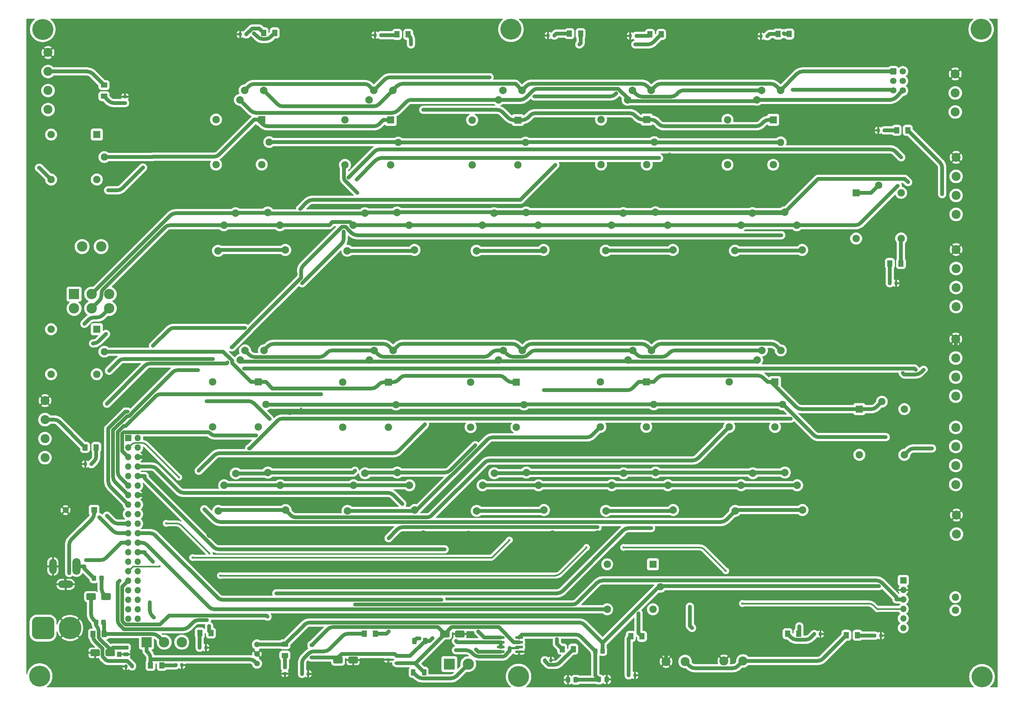
<source format=gbr>
%TF.GenerationSoftware,KiCad,Pcbnew,8.0.5*%
%TF.CreationDate,2025-05-12T12:18:58+05:30*%
%TF.ProjectId,automation,6175746f-6d61-4746-996f-6e2e6b696361,rev?*%
%TF.SameCoordinates,Original*%
%TF.FileFunction,Copper,L1,Top*%
%TF.FilePolarity,Positive*%
%FSLAX46Y46*%
G04 Gerber Fmt 4.6, Leading zero omitted, Abs format (unit mm)*
G04 Created by KiCad (PCBNEW 8.0.5) date 2025-05-12 12:18:58*
%MOMM*%
%LPD*%
G01*
G04 APERTURE LIST*
G04 Aperture macros list*
%AMRoundRect*
0 Rectangle with rounded corners*
0 $1 Rounding radius*
0 $2 $3 $4 $5 $6 $7 $8 $9 X,Y pos of 4 corners*
0 Add a 4 corners polygon primitive as box body*
4,1,4,$2,$3,$4,$5,$6,$7,$8,$9,$2,$3,0*
0 Add four circle primitives for the rounded corners*
1,1,$1+$1,$2,$3*
1,1,$1+$1,$4,$5*
1,1,$1+$1,$6,$7*
1,1,$1+$1,$8,$9*
0 Add four rect primitives between the rounded corners*
20,1,$1+$1,$2,$3,$4,$5,0*
20,1,$1+$1,$4,$5,$6,$7,0*
20,1,$1+$1,$6,$7,$8,$9,0*
20,1,$1+$1,$8,$9,$2,$3,0*%
G04 Aperture macros list end*
%TA.AperFunction,SMDPad,CuDef*%
%ADD10RoundRect,0.250000X0.337500X0.475000X-0.337500X0.475000X-0.337500X-0.475000X0.337500X-0.475000X0*%
%TD*%
%TA.AperFunction,SMDPad,CuDef*%
%ADD11RoundRect,0.250000X-0.350000X-0.450000X0.350000X-0.450000X0.350000X0.450000X-0.350000X0.450000X0*%
%TD*%
%TA.AperFunction,SMDPad,CuDef*%
%ADD12RoundRect,0.250000X-0.337500X-0.475000X0.337500X-0.475000X0.337500X0.475000X-0.337500X0.475000X0*%
%TD*%
%TA.AperFunction,SMDPad,CuDef*%
%ADD13RoundRect,0.250000X-1.000000X-0.650000X1.000000X-0.650000X1.000000X0.650000X-1.000000X0.650000X0*%
%TD*%
%TA.AperFunction,SMDPad,CuDef*%
%ADD14RoundRect,0.250001X0.462499X0.624999X-0.462499X0.624999X-0.462499X-0.624999X0.462499X-0.624999X0*%
%TD*%
%TA.AperFunction,SMDPad,CuDef*%
%ADD15RoundRect,0.250001X-0.462499X-0.624999X0.462499X-0.624999X0.462499X0.624999X-0.462499X0.624999X0*%
%TD*%
%TA.AperFunction,ComponentPad*%
%ADD16C,2.400000*%
%TD*%
%TA.AperFunction,SMDPad,CuDef*%
%ADD17RoundRect,0.200000X0.200000X0.275000X-0.200000X0.275000X-0.200000X-0.275000X0.200000X-0.275000X0*%
%TD*%
%TA.AperFunction,ComponentPad*%
%ADD18C,5.600000*%
%TD*%
%TA.AperFunction,SMDPad,CuDef*%
%ADD19RoundRect,0.200000X0.275000X-0.200000X0.275000X0.200000X-0.275000X0.200000X-0.275000X-0.200000X0*%
%TD*%
%TA.AperFunction,SMDPad,CuDef*%
%ADD20RoundRect,0.250001X0.624999X-0.462499X0.624999X0.462499X-0.624999X0.462499X-0.624999X-0.462499X0*%
%TD*%
%TA.AperFunction,SMDPad,CuDef*%
%ADD21RoundRect,0.200000X-0.200000X-0.275000X0.200000X-0.275000X0.200000X0.275000X-0.200000X0.275000X0*%
%TD*%
%TA.AperFunction,ComponentPad*%
%ADD22R,2.775000X2.775000*%
%TD*%
%TA.AperFunction,ComponentPad*%
%ADD23C,2.775000*%
%TD*%
%TA.AperFunction,SMDPad,CuDef*%
%ADD24RoundRect,0.200000X-0.275000X0.200000X-0.275000X-0.200000X0.275000X-0.200000X0.275000X0.200000X0*%
%TD*%
%TA.AperFunction,SMDPad,CuDef*%
%ADD25RoundRect,0.250000X-0.325000X-0.450000X0.325000X-0.450000X0.325000X0.450000X-0.325000X0.450000X0*%
%TD*%
%TA.AperFunction,ComponentPad*%
%ADD26R,3.000000X3.000000*%
%TD*%
%TA.AperFunction,ComponentPad*%
%ADD27C,3.000000*%
%TD*%
%TA.AperFunction,SMDPad,CuDef*%
%ADD28RoundRect,0.250000X-0.312500X-0.625000X0.312500X-0.625000X0.312500X0.625000X-0.312500X0.625000X0*%
%TD*%
%TA.AperFunction,ComponentPad*%
%ADD29C,1.950000*%
%TD*%
%TA.AperFunction,SMDPad,CuDef*%
%ADD30RoundRect,0.250000X-0.450000X0.262500X-0.450000X-0.262500X0.450000X-0.262500X0.450000X0.262500X0*%
%TD*%
%TA.AperFunction,SMDPad,CuDef*%
%ADD31RoundRect,0.225000X-0.375000X0.225000X-0.375000X-0.225000X0.375000X-0.225000X0.375000X0.225000X0*%
%TD*%
%TA.AperFunction,SMDPad,CuDef*%
%ADD32RoundRect,0.250000X0.350000X0.450000X-0.350000X0.450000X-0.350000X-0.450000X0.350000X-0.450000X0*%
%TD*%
%TA.AperFunction,ComponentPad*%
%ADD33RoundRect,0.250000X-0.600000X-0.600000X0.600000X-0.600000X0.600000X0.600000X-0.600000X0.600000X0*%
%TD*%
%TA.AperFunction,ComponentPad*%
%ADD34C,1.700000*%
%TD*%
%TA.AperFunction,ComponentPad*%
%ADD35O,2.200000X4.400000*%
%TD*%
%TA.AperFunction,ComponentPad*%
%ADD36O,2.000000X4.000000*%
%TD*%
%TA.AperFunction,ComponentPad*%
%ADD37O,4.000000X2.000000*%
%TD*%
%TA.AperFunction,ComponentPad*%
%ADD38C,1.508000*%
%TD*%
%TA.AperFunction,ComponentPad*%
%ADD39RoundRect,1.500000X-1.500000X-1.500000X1.500000X-1.500000X1.500000X1.500000X-1.500000X1.500000X0*%
%TD*%
%TA.AperFunction,ComponentPad*%
%ADD40C,6.000000*%
%TD*%
%TA.AperFunction,SMDPad,CuDef*%
%ADD41RoundRect,0.150000X0.512500X0.150000X-0.512500X0.150000X-0.512500X-0.150000X0.512500X-0.150000X0*%
%TD*%
%TA.AperFunction,SMDPad,CuDef*%
%ADD42RoundRect,0.075000X-0.910000X-0.225000X0.910000X-0.225000X0.910000X0.225000X-0.910000X0.225000X0*%
%TD*%
%TA.AperFunction,ComponentPad*%
%ADD43R,1.700000X1.700000*%
%TD*%
%TA.AperFunction,ComponentPad*%
%ADD44O,1.700000X1.700000*%
%TD*%
%TA.AperFunction,ComponentPad*%
%ADD45R,1.600200X1.600200*%
%TD*%
%TA.AperFunction,ComponentPad*%
%ADD46C,1.600200*%
%TD*%
%TA.AperFunction,ComponentPad*%
%ADD47R,1.980000X1.980000*%
%TD*%
%TA.AperFunction,ComponentPad*%
%ADD48C,1.980000*%
%TD*%
%TA.AperFunction,ComponentPad*%
%ADD49C,1.935000*%
%TD*%
%TA.AperFunction,ViaPad*%
%ADD50C,0.600000*%
%TD*%
%TA.AperFunction,ViaPad*%
%ADD51C,0.500000*%
%TD*%
%TA.AperFunction,ViaPad*%
%ADD52C,2.000000*%
%TD*%
%TA.AperFunction,Conductor*%
%ADD53C,1.000000*%
%TD*%
%TA.AperFunction,Conductor*%
%ADD54C,0.400000*%
%TD*%
%TA.AperFunction,Conductor*%
%ADD55C,0.200000*%
%TD*%
%TA.AperFunction,Conductor*%
%ADD56C,0.600400*%
%TD*%
G04 APERTURE END LIST*
D10*
%TO.P,C1,1*%
%TO.N,/5v*%
X437812500Y-297600000D03*
%TO.P,C1,2*%
%TO.N,GND*%
X435737500Y-297600000D03*
%TD*%
D11*
%TO.P,FB1,1*%
%TO.N,Net-(D13-K)*%
X309812500Y-282200000D03*
%TO.P,FB1,2*%
%TO.N,/12V_OUT*%
X311812500Y-282200000D03*
%TD*%
D12*
%TO.P,C2,1*%
%TO.N,/5v*%
X444000000Y-297500000D03*
%TO.P,C2,2*%
%TO.N,GND*%
X446075000Y-297500000D03*
%TD*%
D13*
%TO.P,D13,1,K*%
%TO.N,Net-(D13-K)*%
X308500000Y-275400000D03*
%TO.P,D13,2,A*%
%TO.N,Net-(D13-A)*%
X312500000Y-275400000D03*
%TD*%
D14*
%TO.P,D5,1,K*%
%TO.N,Net-(D5-K)*%
X309875000Y-235550000D03*
%TO.P,D5,2,A*%
%TO.N,/PCB_11*%
X306900000Y-235550000D03*
%TD*%
D13*
%TO.P,IC2,1,R_(B)*%
%TO.N,/A*%
X374400000Y-292300000D03*
%TO.P,IC2,2,T_(A)*%
%TO.N,GND*%
X378400000Y-292300000D03*
%TD*%
D15*
%TO.P,D16,1,K*%
%TO.N,Net-(D16-K)*%
X457625000Y-125300000D03*
%TO.P,D16,2,A*%
%TO.N,/PCB_4*%
X460600000Y-125300000D03*
%TD*%
D16*
%TO.P,J8,1,1*%
%TO.N,/A_1*%
X539300000Y-197960000D03*
%TO.P,J8,2,2*%
%TO.N,/B_1*%
X539300000Y-192880000D03*
%TO.P,J8,3,3*%
%TO.N,unconnected-(J8-Pad3)*%
X539300000Y-187800000D03*
%TO.P,J8,4,4*%
%TO.N,GND*%
X539300000Y-182720000D03*
%TD*%
D17*
%TO.P,R24,1*%
%TO.N,Net-(D18-K)*%
X385900000Y-125500000D03*
%TO.P,R24,2*%
%TO.N,GND*%
X384250000Y-125500000D03*
%TD*%
D15*
%TO.P,D3,1,K*%
%TO.N,Net-(D3-K)*%
X521622500Y-186470000D03*
%TO.P,D3,2,A*%
%TO.N,/PCB_13*%
X524597500Y-186470000D03*
%TD*%
%TO.P,D15,1,K*%
%TO.N,Net-(D15-K)*%
X491825000Y-125200000D03*
%TO.P,D15,2,A*%
%TO.N,/PCB_5*%
X494800000Y-125200000D03*
%TD*%
D18*
%TO.P,H1,1*%
%TO.N,N/C*%
X295590000Y-123970000D03*
%TD*%
D19*
%TO.P,R6,1*%
%TO.N,Net-(D4-K)*%
X317540000Y-143620000D03*
%TO.P,R6,2*%
%TO.N,GND*%
X317540000Y-141970000D03*
%TD*%
D15*
%TO.P,D10,1,K*%
%TO.N,Net-(D10-K)*%
X381412500Y-285300000D03*
%TO.P,D10,2,A*%
%TO.N,/PCB_7*%
X384387500Y-285300000D03*
%TD*%
D17*
%TO.P,R1,1*%
%TO.N,Net-(D1-K)*%
X520200000Y-150920000D03*
%TO.P,R1,2*%
%TO.N,GND*%
X518550000Y-150920000D03*
%TD*%
D20*
%TO.P,D11,1,K*%
%TO.N,Net-(D11-K)*%
X360200000Y-291087500D03*
%TO.P,D11,2,A*%
%TO.N,5V*%
X360200000Y-288112500D03*
%TD*%
D16*
%TO.P,J12,1,1*%
%TO.N,/A_1*%
X539200000Y-221860000D03*
%TO.P,J12,2,2*%
%TO.N,/B_1*%
X539200000Y-216780000D03*
%TO.P,J12,3,3*%
%TO.N,/PCB_14*%
X539200000Y-211700000D03*
%TO.P,J12,4,4*%
%TO.N,GND*%
X539200000Y-206620000D03*
%TD*%
D21*
%TO.P,R28,1*%
%TO.N,Net-(D20-K)*%
X331075000Y-293700000D03*
%TO.P,R28,2*%
%TO.N,GND*%
X332725000Y-293700000D03*
%TD*%
D22*
%TO.P,S2,1*%
%TO.N,/A1*%
X303947500Y-194636200D03*
D23*
%TO.P,S2,2*%
%TO.N,/A_*%
X308647500Y-194636200D03*
%TO.P,S2,3*%
%TO.N,/A2*%
X313347500Y-194636200D03*
%TO.P,S2,4*%
%TO.N,/B1*%
X303947500Y-198446200D03*
%TO.P,S2,5*%
%TO.N,/B_*%
X308647500Y-198446200D03*
%TO.P,S2,6*%
%TO.N,/B2*%
X313347500Y-198446200D03*
%TO.P,S2,S1*%
%TO.N,N/C*%
X306107500Y-181936200D03*
%TO.P,S2,S2*%
X311187500Y-181936200D03*
%TD*%
D13*
%TO.P,D14,1,A1*%
%TO.N,GND*%
X309580000Y-290400000D03*
%TO.P,D14,2,A2*%
%TO.N,Net-(D13-K)*%
X313580000Y-290400000D03*
%TD*%
D18*
%TO.P,H3,1*%
%TO.N,N/C*%
X420520000Y-123930000D03*
%TD*%
D20*
%TO.P,D4,1,K*%
%TO.N,Net-(D4-K)*%
X311940000Y-141795000D03*
%TO.P,D4,2,A*%
%TO.N,/PCB_12*%
X311940000Y-138820000D03*
%TD*%
D17*
%TO.P,R19,1*%
%TO.N,Net-(D15-K)*%
X488900000Y-125800000D03*
%TO.P,R19,2*%
%TO.N,GND*%
X487250000Y-125800000D03*
%TD*%
D24*
%TO.P,R17,1*%
%TO.N,Net-(D11-K)*%
X360200000Y-294275000D03*
%TO.P,R17,2*%
%TO.N,GND*%
X360200000Y-295925000D03*
%TD*%
D18*
%TO.P,H2,1*%
%TO.N,N/C*%
X294800000Y-296600000D03*
%TD*%
D21*
%TO.P,R14,1*%
%TO.N,Net-(D10-K)*%
X364775000Y-296000000D03*
%TO.P,R14,2*%
%TO.N,GND*%
X366425000Y-296000000D03*
%TD*%
D16*
%TO.P,J4,1,Pin_1*%
%TO.N,/PCB_13*%
X539400000Y-258700000D03*
%TO.P,J4,2,Pin_2*%
%TO.N,GND*%
X539400000Y-253620000D03*
%TD*%
D17*
%TO.P,R25,1*%
%TO.N,Net-(D19-K)*%
X349900000Y-125300000D03*
%TO.P,R25,2*%
%TO.N,GND*%
X348250000Y-125300000D03*
%TD*%
D25*
%TO.P,F1,1*%
%TO.N,+12V*%
X309275000Y-270500000D03*
%TO.P,F1,2*%
%TO.N,Net-(D13-A)*%
X311325000Y-270500000D03*
%TD*%
D26*
%TO.P,J14,1,Pin_1*%
%TO.N,/A_*%
X404060000Y-293400000D03*
D27*
%TO.P,J14,2,Pin_2*%
%TO.N,/B_*%
X409140000Y-293400000D03*
%TD*%
D13*
%TO.P,IC3,1,R_(B)*%
%TO.N,/B*%
X402892500Y-285340000D03*
%TO.P,IC3,2,T_(A)*%
%TO.N,GND*%
X406892500Y-285340000D03*
%TD*%
D17*
%TO.P,R22,1*%
%TO.N,Net-(D16-K)*%
X454015000Y-125700000D03*
%TO.P,R22,2*%
%TO.N,GND*%
X452365000Y-125700000D03*
%TD*%
D14*
%TO.P,D2,1,K*%
%TO.N,Net-(D2-K)*%
X512987500Y-285700000D03*
%TO.P,D2,2,A*%
%TO.N,/VM*%
X510012500Y-285700000D03*
%TD*%
D28*
%TO.P,F2,1*%
%TO.N,/A_*%
X394737500Y-287200000D03*
%TO.P,F2,2*%
%TO.N,/A*%
X397662500Y-287200000D03*
%TD*%
D15*
%TO.P,D7,1,K*%
%TO.N,Net-(D7-K)*%
X494312500Y-285300000D03*
%TO.P,D7,2,A*%
%TO.N,/PCB_10*%
X497287500Y-285300000D03*
%TD*%
D18*
%TO.P,H4,1*%
%TO.N,N/C*%
X545970000Y-123940000D03*
%TD*%
D29*
%TO.P,J17,1,Pin_1*%
%TO.N,/12V_CS*%
X539100000Y-279037900D03*
%TO.P,J17,2,Pin_2*%
%TO.N,/12V_CS_OUT*%
X539100000Y-275537900D03*
%TD*%
D28*
%TO.P,F3,1*%
%TO.N,/B_*%
X394437500Y-295600000D03*
%TO.P,F3,2*%
%TO.N,/B*%
X397362500Y-295600000D03*
%TD*%
D14*
%TO.P,D9,1,K*%
%TO.N,Net-(D9-K)*%
X437175000Y-289400000D03*
%TO.P,D9,2,A*%
%TO.N,/PCB_8*%
X434200000Y-289400000D03*
%TD*%
%TO.P,D20,1,K*%
%TO.N,Net-(D20-K)*%
X327337500Y-293750000D03*
%TO.P,D20,2,A*%
%TO.N,/12V_CS*%
X324362500Y-293750000D03*
%TD*%
D15*
%TO.P,D17,1,K*%
%TO.N,Net-(D17-K)*%
X436125000Y-125100000D03*
%TO.P,D17,2,A*%
%TO.N,/PCB_3*%
X439100000Y-125100000D03*
%TD*%
D30*
%TO.P,RV1,1*%
%TO.N,Net-(D13-K)*%
X317800000Y-288987500D03*
%TO.P,RV1,2*%
%TO.N,GND*%
X317800000Y-290812500D03*
%TD*%
D16*
%TO.P,J13,1,1*%
%TO.N,/A_R*%
X539200000Y-245460000D03*
%TO.P,J13,2,2*%
%TO.N,/B_R*%
X539200000Y-240380000D03*
%TO.P,J13,3,3*%
X539200000Y-235300000D03*
%TO.P,J13,4,4*%
%TO.N,/A_R*%
X539200000Y-230220000D03*
%TD*%
%TO.P,J19,1,Pin_1*%
%TO.N,/A_*%
X539080000Y-146010000D03*
%TO.P,J19,2,Pin_2*%
%TO.N,/B_*%
X539080000Y-140930000D03*
%TO.P,J19,3,Pin_3*%
%TO.N,GND*%
X539080000Y-135850000D03*
%TD*%
D17*
%TO.P,R23,1*%
%TO.N,Net-(D17-K)*%
X432100000Y-125600000D03*
%TO.P,R23,2*%
%TO.N,GND*%
X430450000Y-125600000D03*
%TD*%
D31*
%TO.P,D21,1,A1*%
%TO.N,/B*%
X367400000Y-288350000D03*
%TO.P,D21,2,A2*%
%TO.N,/A*%
X367400000Y-291650000D03*
%TD*%
D16*
%TO.P,J10,1,1*%
%TO.N,/A1*%
X297010000Y-145370000D03*
%TO.P,J10,2,2*%
%TO.N,/B1*%
X297010000Y-140290000D03*
%TO.P,J10,3,3*%
%TO.N,/PCB_12*%
X297010000Y-135210000D03*
%TO.P,J10,4,4*%
%TO.N,GND*%
X297010000Y-130130000D03*
%TD*%
D32*
%TO.P,FB2,1*%
%TO.N,5V*%
X444987500Y-289900000D03*
%TO.P,FB2,2*%
%TO.N,/5v*%
X442987500Y-289900000D03*
%TD*%
D16*
%TO.P,J1,1,Pin_1*%
%TO.N,/VM*%
X466980000Y-292700000D03*
%TO.P,J1,2,Pin_2*%
%TO.N,GND*%
X461900000Y-292700000D03*
%TD*%
D33*
%TO.P,J15,1,Pin_1*%
%TO.N,/GC*%
X522530000Y-135210000D03*
D34*
%TO.P,J15,2,Pin_2*%
%TO.N,unconnected-(J15-Pin_2-Pad2)*%
X525070000Y-135210000D03*
%TO.P,J15,3,Pin_3*%
%TO.N,unconnected-(J15-Pin_3-Pad3)*%
X522530000Y-137750000D03*
%TO.P,J15,4,Pin_4*%
%TO.N,unconnected-(J15-Pin_4-Pad4)*%
X525070000Y-137750000D03*
%TO.P,J15,5,Pin_5*%
%TO.N,/VC*%
X522530000Y-140290000D03*
%TO.P,J15,6,Pin_6*%
%TO.N,/DW*%
X525070000Y-140290000D03*
%TD*%
D21*
%TO.P,R12,1*%
%TO.N,Net-(D8-K)*%
X451950000Y-296400000D03*
%TO.P,R12,2*%
%TO.N,GND*%
X453600000Y-296400000D03*
%TD*%
%TO.P,R9,1*%
%TO.N,Net-(D7-K)*%
X501450000Y-285400000D03*
%TO.P,R9,2*%
%TO.N,GND*%
X503100000Y-285400000D03*
%TD*%
D35*
%TO.P,J5,1*%
%TO.N,+12V*%
X304600000Y-267300000D03*
D36*
%TO.P,J5,2*%
%TO.N,GND*%
X298300000Y-267300000D03*
D37*
%TO.P,J5,3*%
X301700000Y-272100000D03*
%TD*%
D18*
%TO.P,H6,1*%
%TO.N,N/C*%
X546200000Y-296790000D03*
%TD*%
D38*
%TO.P,U1,1*%
%TO.N,/12V_CS*%
X352750000Y-293240000D03*
%TO.P,U1,2*%
%TO.N,GND*%
X352750000Y-290700000D03*
%TO.P,U1,3*%
%TO.N,5V*%
X352750000Y-288160000D03*
%TD*%
D39*
%TO.P,J6,1,Pin_1*%
%TO.N,+12V*%
X295680000Y-283770000D03*
D40*
%TO.P,J6,2,Pin_2*%
%TO.N,GND*%
X302880000Y-283770000D03*
%TD*%
D15*
%TO.P,D8,1,K*%
%TO.N,Net-(D8-K)*%
X452512500Y-286000000D03*
%TO.P,D8,2,A*%
%TO.N,/PCB_9*%
X455487500Y-286000000D03*
%TD*%
D41*
%TO.P,IC1,1,I/O_1*%
%TO.N,/B*%
X390137500Y-293150000D03*
%TO.P,IC1,2,I/O_2*%
%TO.N,/A*%
X390137500Y-291250000D03*
%TO.P,IC1,3,GND*%
%TO.N,GND*%
X387862500Y-292200000D03*
%TD*%
D15*
%TO.P,D6,1,K*%
%TO.N,Net-(D6-K)*%
X309025000Y-285380000D03*
%TO.P,D6,2,A*%
%TO.N,/12V_OUT*%
X312000000Y-285380000D03*
%TD*%
D16*
%TO.P,J9,1,1*%
%TO.N,/A2*%
X296200000Y-238300000D03*
%TO.P,J9,2,2*%
%TO.N,/B2*%
X296200000Y-233220000D03*
%TO.P,J9,3,3*%
%TO.N,/PCB_11*%
X296200000Y-228140000D03*
%TO.P,J9,4,4*%
%TO.N,GND*%
X296200000Y-223060000D03*
%TD*%
D15*
%TO.P,D1,1,K*%
%TO.N,Net-(D1-K)*%
X523425000Y-150900000D03*
%TO.P,D1,2,A*%
%TO.N,/PCB_14*%
X526400000Y-150900000D03*
%TD*%
D16*
%TO.P,J7,1,1*%
%TO.N,/A_1*%
X539300000Y-173360000D03*
%TO.P,J7,2,2*%
%TO.N,/B_1*%
X539300000Y-168280000D03*
%TO.P,J7,3,3*%
%TO.N,/PCB_13*%
X539300000Y-163200000D03*
%TO.P,J7,4,4*%
%TO.N,GND*%
X539300000Y-158120000D03*
%TD*%
D21*
%TO.P,R2,1*%
%TO.N,Net-(D2-K)*%
X517575000Y-285800000D03*
%TO.P,R2,2*%
%TO.N,GND*%
X519225000Y-285800000D03*
%TD*%
D15*
%TO.P,D12,1,K*%
%TO.N,Net-(D12-K)*%
X337512500Y-285100000D03*
%TO.P,D12,2,A*%
%TO.N,/PCB_6*%
X340487500Y-285100000D03*
%TD*%
D42*
%TO.P,U2,1,R*%
%TO.N,/RX*%
X417760000Y-286290000D03*
%TO.P,U2,2,~{RE}*%
%TO.N,/RS45*%
X417760000Y-287560000D03*
%TO.P,U2,3,DE*%
X417760000Y-288830000D03*
%TO.P,U2,4,D*%
%TO.N,/TXD*%
X417760000Y-290100000D03*
%TO.P,U2,5,GND*%
%TO.N,GND*%
X422700000Y-290100000D03*
%TO.P,U2,6,A*%
%TO.N,/A*%
X422700000Y-288830000D03*
%TO.P,U2,7,B*%
%TO.N,/B*%
X422700000Y-287560000D03*
%TO.P,U2,8,VCC*%
%TO.N,/5v*%
X422700000Y-286290000D03*
%TD*%
D43*
%TO.P,J16,1,Pin_1*%
%TO.N,5V*%
X525200000Y-271037900D03*
D44*
%TO.P,J16,2,Pin_2*%
%TO.N,GND*%
X525200000Y-273577900D03*
%TO.P,J16,3,Pin_3*%
%TO.N,/SCL*%
X525200000Y-276117900D03*
%TO.P,J16,4,Pin_4*%
%TO.N,/SDA*%
X525200000Y-278657900D03*
%TO.P,J16,5,Pin_5*%
%TO.N,unconnected-(J16-Pin_5-Pad5)*%
X525200000Y-281197900D03*
%TO.P,J16,6,Pin_6*%
%TO.N,unconnected-(J16-Pin_6-Pad6)*%
X525200000Y-283737900D03*
%TD*%
D15*
%TO.P,D19,1,K*%
%TO.N,Net-(D19-K)*%
X354525000Y-124900000D03*
%TO.P,D19,2,A*%
%TO.N,/PCB_1*%
X357500000Y-124900000D03*
%TD*%
D17*
%TO.P,R8,1*%
%TO.N,Net-(D6-K)*%
X319425000Y-294000000D03*
%TO.P,R8,2*%
%TO.N,GND*%
X317775000Y-294000000D03*
%TD*%
D22*
%TO.P,S1,1*%
%TO.N,/12V_CS*%
X323300000Y-287552500D03*
D23*
%TO.P,S1,2*%
%TO.N,/12V_OUT*%
X328000000Y-287552500D03*
%TO.P,S1,3*%
%TO.N,unconnected-(S1-Pad3)*%
X332700000Y-287552500D03*
%TD*%
D16*
%TO.P,J2,1,Pin_1*%
%TO.N,/VM*%
X482440000Y-292550000D03*
%TO.P,J2,2,Pin_2*%
%TO.N,GND*%
X477360000Y-292550000D03*
%TD*%
D15*
%TO.P,D18,1,K*%
%TO.N,Net-(D18-K)*%
X390125000Y-125300000D03*
%TO.P,D18,2,A*%
%TO.N,/PCB_2*%
X393100000Y-125300000D03*
%TD*%
D21*
%TO.P,R3,1*%
%TO.N,Net-(D3-K)*%
X521610000Y-191710000D03*
%TO.P,R3,2*%
%TO.N,GND*%
X523260000Y-191710000D03*
%TD*%
D17*
%TO.P,R7,1*%
%TO.N,Net-(D5-K)*%
X308600000Y-240000000D03*
%TO.P,R7,2*%
%TO.N,GND*%
X306950000Y-240000000D03*
%TD*%
D21*
%TO.P,R13,1*%
%TO.N,Net-(D9-K)*%
X429562500Y-292400000D03*
%TO.P,R13,2*%
%TO.N,GND*%
X431212500Y-292400000D03*
%TD*%
D18*
%TO.P,H5,1*%
%TO.N,N/C*%
X422560000Y-296690000D03*
%TD*%
D21*
%TO.P,R18,1*%
%TO.N,Net-(D12-K)*%
X337475000Y-289000000D03*
%TO.P,R18,2*%
%TO.N,GND*%
X339125000Y-289000000D03*
%TD*%
D45*
%TO.P,BZ1,1,+*%
%TO.N,/buzzer*%
X309300000Y-252300000D03*
D46*
%TO.P,BZ1,2,-*%
%TO.N,GND*%
X301690000Y-252300000D03*
%TD*%
D47*
%TO.P,K12,A1*%
%TO.N,/12V_CS*%
X512630000Y-167582500D03*
D48*
%TO.P,K12,A2*%
%TO.N,Net-(D55-K)*%
X524630000Y-167582500D03*
D49*
%TO.P,K12,COM*%
%TO.N,/12V_CS*%
X518630000Y-165582500D03*
D48*
%TO.P,K12,NC*%
%TO.N,unconnected-(K12-PadNC)*%
X512630000Y-179782500D03*
%TO.P,K12,NO*%
%TO.N,/PCB_13*%
X524630000Y-179782500D03*
%TD*%
D47*
%TO.P,K2,A1*%
%TO.N,/12V_CS*%
X354030000Y-148040000D03*
D48*
%TO.P,K2,A2*%
%TO.N,Net-(D23-K)*%
X354030000Y-160040000D03*
D49*
%TO.P,K2,COM*%
%TO.N,/12V_CS_OUT*%
X356030000Y-154040000D03*
D48*
%TO.P,K2,NC*%
%TO.N,unconnected-(K2-PadNC)*%
X341830000Y-148040000D03*
%TO.P,K2,NO*%
%TO.N,/PCB_1*%
X341830000Y-160040000D03*
%TD*%
D47*
%TO.P,K1,A1*%
%TO.N,/12V_CS*%
X421977500Y-218140000D03*
D48*
%TO.P,K1,A2*%
%TO.N,Net-(D22-K)*%
X421977500Y-230140000D03*
D49*
%TO.P,K1,COM*%
%TO.N,/12V_CS_OUT*%
X423977500Y-224140000D03*
D48*
%TO.P,K1,NC*%
%TO.N,unconnected-(K1-PadNC)*%
X409777500Y-218140000D03*
%TO.P,K1,NO*%
%TO.N,/PCB_8*%
X409777500Y-230140000D03*
%TD*%
D47*
%TO.P,K6,A1*%
%TO.N,/12V_CS*%
X490967500Y-218100000D03*
D48*
%TO.P,K6,A2*%
%TO.N,Net-(D35-K)*%
X490967500Y-230100000D03*
D49*
%TO.P,K6,COM*%
%TO.N,/12V_CS_OUT*%
X492967500Y-224100000D03*
D48*
%TO.P,K6,NC*%
%TO.N,unconnected-(K6-PadNC)*%
X478767500Y-218100000D03*
%TO.P,K6,NO*%
%TO.N,/PCB_10*%
X478767500Y-230100000D03*
%TD*%
D47*
%TO.P,K4,A1*%
%TO.N,/12V_CS*%
X456620000Y-218070000D03*
D48*
%TO.P,K4,A2*%
%TO.N,Net-(D29-K)*%
X456620000Y-230070000D03*
D49*
%TO.P,K4,COM*%
%TO.N,/12V_CS_OUT*%
X458620000Y-224070000D03*
D48*
%TO.P,K4,NC*%
%TO.N,unconnected-(K4-PadNC)*%
X444420000Y-218070000D03*
%TO.P,K4,NO*%
%TO.N,/PCB_9*%
X444420000Y-230070000D03*
%TD*%
D47*
%TO.P,K15,A1*%
%TO.N,/12V_CS*%
X513490000Y-225330000D03*
D48*
%TO.P,K15,A2*%
%TO.N,Net-(D64-K)*%
X525490000Y-225330000D03*
D49*
%TO.P,K15,COM*%
%TO.N,/12V_CS*%
X519490000Y-223330000D03*
D48*
%TO.P,K15,NC*%
%TO.N,unconnected-(K15-PadNC)*%
X513490000Y-237530000D03*
%TO.P,K15,NO*%
%TO.N,/PCB_14*%
X525490000Y-237530000D03*
%TD*%
D47*
%TO.P,K10,A1*%
%TO.N,/12V_CS*%
X310040000Y-152040000D03*
D48*
%TO.P,K10,A2*%
%TO.N,Net-(D49-K)*%
X310040000Y-164040000D03*
D49*
%TO.P,K10,COM*%
%TO.N,/12V_CS*%
X312040000Y-158040000D03*
D48*
%TO.P,K10,NC*%
%TO.N,unconnected-(K10-PadNC)*%
X297840000Y-152040000D03*
%TO.P,K10,NO*%
%TO.N,/PCB_12*%
X297840000Y-164040000D03*
%TD*%
D47*
%TO.P,K13,A1*%
%TO.N,/12V_CS*%
X387847500Y-218140000D03*
D48*
%TO.P,K13,A2*%
%TO.N,Net-(D58-K)*%
X387847500Y-230140000D03*
D49*
%TO.P,K13,COM*%
%TO.N,/12V_CS_OUT*%
X389847500Y-224140000D03*
D48*
%TO.P,K13,NC*%
%TO.N,unconnected-(K13-PadNC)*%
X375647500Y-218140000D03*
%TO.P,K13,NO*%
%TO.N,/PCB_7*%
X375647500Y-230140000D03*
%TD*%
D47*
%TO.P,K8,A1*%
%TO.N,/12V_CS*%
X310017500Y-204005000D03*
D48*
%TO.P,K8,A2*%
%TO.N,Net-(D43-K)*%
X310017500Y-216005000D03*
D49*
%TO.P,K8,COM*%
%TO.N,/12V_CS*%
X312017500Y-210005000D03*
D48*
%TO.P,K8,NC*%
%TO.N,unconnected-(K8-PadNC)*%
X297817500Y-204005000D03*
%TO.P,K8,NO*%
%TO.N,/PCB_11*%
X297817500Y-216005000D03*
%TD*%
D47*
%TO.P,K11,A1*%
%TO.N,/12V_CS*%
X353127500Y-218090000D03*
D48*
%TO.P,K11,A2*%
%TO.N,Net-(D52-K)*%
X353127500Y-230090000D03*
D49*
%TO.P,K11,COM*%
%TO.N,/12V_CS_OUT*%
X355127500Y-224090000D03*
D48*
%TO.P,K11,NC*%
%TO.N,unconnected-(K11-PadNC)*%
X340927500Y-218090000D03*
%TO.P,K11,NO*%
%TO.N,/PCB_6*%
X340927500Y-230090000D03*
%TD*%
D43*
%TO.P,J11,1,Pin_1*%
%TO.N,unconnected-(J11-Pin_1-Pad1)*%
X318400000Y-233040000D03*
D44*
%TO.P,J11,2,Pin_2*%
%TO.N,unconnected-(J11-Pin_2-Pad2)*%
X320940000Y-233040000D03*
%TO.P,J11,3,Pin_3*%
%TO.N,/SDA*%
X318400000Y-235580000D03*
%TO.P,J11,4,Pin_4*%
%TO.N,unconnected-(J11-Pin_4-Pad4)*%
X320940000Y-235580000D03*
%TO.P,J11,5,Pin_5*%
%TO.N,/SCL*%
X318400000Y-238120000D03*
%TO.P,J11,6,Pin_6*%
%TO.N,GND*%
X320940000Y-238120000D03*
%TO.P,J11,7,Pin_7*%
%TO.N,/R1*%
X318400000Y-240660000D03*
%TO.P,J11,8,Pin_8*%
%TO.N,/TXD*%
X320940000Y-240660000D03*
%TO.P,J11,9,Pin_9*%
%TO.N,unconnected-(J11-Pin_9-Pad9)*%
X318400000Y-243200000D03*
%TO.P,J11,10,Pin_10*%
%TO.N,/RX*%
X320940000Y-243200000D03*
%TO.P,J11,11,Pin_11*%
%TO.N,/R2*%
X318400000Y-245740000D03*
%TO.P,J11,12,Pin_12*%
%TO.N,unconnected-(J11-Pin_12-Pad12)*%
X320940000Y-245740000D03*
%TO.P,J11,13,Pin_13*%
%TO.N,/R3*%
X318400000Y-248280000D03*
%TO.P,J11,14,Pin_14*%
%TO.N,GND*%
X320940000Y-248280000D03*
%TO.P,J11,15,Pin_15*%
%TO.N,/R4*%
X318400000Y-250820000D03*
%TO.P,J11,16,Pin_16*%
%TO.N,/R14*%
X320940000Y-250820000D03*
%TO.P,J11,17,Pin_17*%
%TO.N,unconnected-(J11-Pin_17-Pad17)*%
X318400000Y-253360000D03*
%TO.P,J11,18,Pin_18*%
%TO.N,/SC_2*%
X320940000Y-253360000D03*
%TO.P,J11,19,Pin_19*%
%TO.N,/R5*%
X318400000Y-255900000D03*
%TO.P,J11,20,Pin_20*%
%TO.N,unconnected-(J11-Pin_20-Pad20)*%
X320940000Y-255900000D03*
%TO.P,J11,21,Pin_21*%
%TO.N,/R6*%
X318400000Y-258440000D03*
%TO.P,J11,22,Pin_22*%
%TO.N,/RS45*%
X320940000Y-258440000D03*
%TO.P,J11,23,Pin_23*%
%TO.N,/R7*%
X318400000Y-260980000D03*
%TO.P,J11,24,Pin_24*%
%TO.N,/VM*%
X320940000Y-260980000D03*
%TO.P,J11,25,Pin_25*%
%TO.N,unconnected-(J11-Pin_25-Pad25)*%
X318400000Y-263520000D03*
%TO.P,J11,26,Pin_26*%
%TO.N,/buzzer*%
X320940000Y-263520000D03*
%TO.P,J11,27,Pin_27*%
%TO.N,unconnected-(J11-Pin_27-Pad27)*%
X318400000Y-266060000D03*
%TO.P,J11,28,Pin_28*%
%TO.N,unconnected-(J11-Pin_28-Pad28)*%
X320940000Y-266060000D03*
%TO.P,J11,29,Pin_29*%
%TO.N,/R8*%
X318400000Y-268600000D03*
%TO.P,J11,30,Pin_30*%
%TO.N,unconnected-(J11-Pin_30-Pad30)*%
X320940000Y-268600000D03*
%TO.P,J11,31,Pin_31*%
%TO.N,/R9*%
X318400000Y-271140000D03*
%TO.P,J11,32,Pin_32*%
%TO.N,unconnected-(J11-Pin_32-Pad32)*%
X320940000Y-271140000D03*
%TO.P,J11,33,Pin_33*%
%TO.N,/R10*%
X318400000Y-273680000D03*
%TO.P,J11,34,Pin_34*%
%TO.N,unconnected-(J11-Pin_34-Pad34)*%
X320940000Y-273680000D03*
%TO.P,J11,35,Pin_35*%
%TO.N,/R11*%
X318400000Y-276220000D03*
%TO.P,J11,36,Pin_36*%
%TO.N,/SC_1*%
X320940000Y-276220000D03*
%TO.P,J11,37,Pin_37*%
%TO.N,/R12*%
X318400000Y-278760000D03*
%TO.P,J11,38,Pin_38*%
%TO.N,unconnected-(J11-Pin_38-Pad38)*%
X320940000Y-278760000D03*
%TO.P,J11,39,Pin_39*%
%TO.N,unconnected-(J11-Pin_39-Pad39)*%
X318400000Y-281300000D03*
%TO.P,J11,40,Pin_40*%
%TO.N,/R13*%
X320940000Y-281300000D03*
%TD*%
D47*
%TO.P,K14,A1*%
%TO.N,/12V_CS*%
X458407500Y-266762500D03*
D48*
%TO.P,K14,A2*%
%TO.N,Net-(D61-K)*%
X458407500Y-278762500D03*
D49*
%TO.P,K14,COM*%
%TO.N,5V*%
X460407500Y-272762500D03*
D48*
%TO.P,K14,NC*%
%TO.N,unconnected-(K14-PadNC)*%
X446207500Y-266762500D03*
%TO.P,K14,NO*%
%TO.N,/VM*%
X446207500Y-278762500D03*
%TD*%
D47*
%TO.P,K5,A1*%
%TO.N,/12V_CS*%
X422387500Y-148170000D03*
D48*
%TO.P,K5,A2*%
%TO.N,Net-(D34-K)*%
X422387500Y-160170000D03*
D49*
%TO.P,K5,COM*%
%TO.N,/12V_CS_OUT*%
X424387500Y-154170000D03*
D48*
%TO.P,K5,NC*%
%TO.N,unconnected-(K5-PadNC)*%
X410187500Y-148170000D03*
%TO.P,K5,NO*%
%TO.N,/PCB_3*%
X410187500Y-160170000D03*
%TD*%
D47*
%TO.P,K3,A1*%
%TO.N,/12V_CS*%
X388450000Y-148150000D03*
D48*
%TO.P,K3,A2*%
%TO.N,Net-(D28-K)*%
X388450000Y-160150000D03*
D49*
%TO.P,K3,COM*%
%TO.N,/12V_CS_OUT*%
X390450000Y-154150000D03*
D48*
%TO.P,K3,NC*%
%TO.N,unconnected-(K3-PadNC)*%
X376250000Y-148150000D03*
%TO.P,K3,NO*%
%TO.N,/PCB_2*%
X376250000Y-160150000D03*
%TD*%
D47*
%TO.P,K9,A1*%
%TO.N,/12V_CS*%
X490500000Y-148100000D03*
D48*
%TO.P,K9,A2*%
%TO.N,Net-(D46-K)*%
X490500000Y-160100000D03*
D49*
%TO.P,K9,COM*%
%TO.N,/12V_CS_OUT*%
X492500000Y-154100000D03*
D48*
%TO.P,K9,NC*%
%TO.N,unconnected-(K9-PadNC)*%
X478300000Y-148100000D03*
%TO.P,K9,NO*%
%TO.N,/PCB_5*%
X478300000Y-160100000D03*
%TD*%
D47*
%TO.P,K7,A1*%
%TO.N,/12V_CS*%
X456770000Y-148040000D03*
D48*
%TO.P,K7,A2*%
%TO.N,Net-(D40-K)*%
X456770000Y-160040000D03*
D49*
%TO.P,K7,COM*%
%TO.N,/12V_CS_OUT*%
X458770000Y-154040000D03*
D48*
%TO.P,K7,NC*%
%TO.N,unconnected-(K7-PadNC)*%
X444570000Y-148040000D03*
%TO.P,K7,NO*%
%TO.N,/PCB_4*%
X444570000Y-160040000D03*
%TD*%
D50*
%TO.N,GND*%
X344060000Y-241530000D03*
X323640000Y-238290000D03*
D51*
X326190000Y-253710000D03*
D52*
X409100000Y-189310000D03*
D50*
X529890000Y-157220000D03*
X459530000Y-233530000D03*
D52*
X374700000Y-258750000D03*
D50*
X364560000Y-225200000D03*
X397990000Y-293070000D03*
D52*
X478070000Y-189300000D03*
X362590000Y-189270000D03*
X500510000Y-189250000D03*
D50*
X452140000Y-233760000D03*
D52*
X500580000Y-258690000D03*
X443580000Y-189300000D03*
X397070000Y-189260000D03*
D50*
X301470000Y-270210000D03*
D52*
X397140000Y-258700000D03*
X409170000Y-258750000D03*
D50*
X315910000Y-168680000D03*
X462800000Y-157140000D03*
D52*
X340220000Y-258760000D03*
D50*
X362360000Y-226130000D03*
X462600000Y-160400000D03*
D52*
X443650000Y-258740000D03*
D50*
X312680000Y-221210000D03*
D52*
X431610000Y-258700000D03*
D50*
X316180000Y-164260000D03*
D52*
X466090000Y-258690000D03*
D50*
X295140000Y-219120000D03*
D52*
X362660000Y-258710000D03*
D50*
X355560000Y-156520000D03*
D52*
X478140000Y-258740000D03*
D50*
X305510000Y-219110000D03*
D52*
X340150000Y-189320000D03*
D50*
X359930600Y-156200000D03*
D52*
X374630000Y-189310000D03*
D50*
X500220000Y-226760000D03*
X464380000Y-279272500D03*
D52*
X466020000Y-189250000D03*
D50*
X361480000Y-226660000D03*
D52*
X431540000Y-189260000D03*
D50*
X318790000Y-159925000D03*
D51*
X521605000Y-218070000D03*
D50*
X391600000Y-295010000D03*
%TO.N,/buzzer*%
X325036500Y-266061100D03*
X302640000Y-269092100D03*
X325263500Y-280974200D03*
X324188100Y-276902900D03*
%TO.N,/PCB_12*%
X294594800Y-160932500D03*
D52*
%TO.N,/PCB_10*%
X360380000Y-252290000D03*
D50*
X497492300Y-283327000D03*
D52*
X342450000Y-252500000D03*
%TO.N,/PCB_9*%
X394860000Y-252280000D03*
X376930000Y-252490000D03*
D50*
X454562700Y-279853900D03*
%TO.N,/PCB_8*%
X432777000Y-286722500D03*
D52*
X411400000Y-252490000D03*
X429330000Y-252280000D03*
D50*
%TO.N,/PCB_7*%
X443658800Y-256841700D03*
X387879000Y-259767500D03*
X387879000Y-284699800D03*
D52*
X445880000Y-252480000D03*
X463810000Y-252270000D03*
D50*
%TO.N,5V*%
X518715800Y-272612400D03*
D52*
%TO.N,/PCB_6*%
X498300000Y-252270000D03*
X480370000Y-252480000D03*
D50*
X338709400Y-252061800D03*
X339987800Y-283227000D03*
%TO.N,/PCB_5*%
X493312500Y-124992500D03*
D52*
X480300000Y-183040000D03*
X498230000Y-182830000D03*
%TO.N,/PCB_4*%
X463740000Y-182830000D03*
X445810000Y-183040000D03*
D50*
X453729400Y-127987500D03*
D52*
%TO.N,/PCB_3*%
X411330000Y-183050000D03*
D50*
X438763400Y-127987500D03*
D52*
X429260000Y-182840000D03*
%TO.N,/PCB_2*%
X394790000Y-182840000D03*
X376860000Y-183050000D03*
D50*
X393865400Y-127987500D03*
X379537700Y-167561700D03*
%TO.N,/PCB_1*%
X351960600Y-124992500D03*
D52*
X342380000Y-183060000D03*
X360310000Y-182850000D03*
D50*
%TO.N,/12V_CS*%
X397129300Y-145432100D03*
X325021800Y-157937500D03*
X429271900Y-220287000D03*
%TO.N,/A*%
X405838200Y-289717500D03*
X399606400Y-286457100D03*
%TO.N,/PCB_14*%
X535571700Y-167949300D03*
X532892400Y-235807500D03*
D52*
%TO.N,/A_*%
X355620000Y-172820000D03*
X381600000Y-242480000D03*
X347120000Y-242490000D03*
X424570000Y-172810000D03*
X355690000Y-242260000D03*
D50*
X396085100Y-286577000D03*
D52*
X390170000Y-242250000D03*
D50*
X411001100Y-234983100D03*
D52*
X416070000Y-242480000D03*
D50*
X526491600Y-164756500D03*
D52*
X390100000Y-172810000D03*
X347050000Y-173050000D03*
X381530000Y-173040000D03*
X459120000Y-242240000D03*
D50*
X378899400Y-241797500D03*
D52*
X416000000Y-173040000D03*
X484970000Y-173030000D03*
X493610000Y-242240000D03*
X485040000Y-242470000D03*
X459050000Y-172800000D03*
X424640000Y-242250000D03*
X450480000Y-173030000D03*
X493540000Y-172800000D03*
X450550000Y-242470000D03*
%TO.N,/B_*%
X427830000Y-176240000D03*
X358880000Y-176250000D03*
X393360000Y-176240000D03*
X427900000Y-245680000D03*
X412890000Y-176220000D03*
D50*
X523735900Y-165758700D03*
D52*
X412960000Y-245660000D03*
X496870000Y-245670000D03*
X462380000Y-245670000D03*
X462310000Y-176230000D03*
X358950000Y-245690000D03*
X496800000Y-176230000D03*
X378490000Y-245660000D03*
X447440000Y-245650000D03*
X481930000Y-245650000D03*
X343940000Y-176230000D03*
X481860000Y-176210000D03*
X378420000Y-176220000D03*
X447370000Y-176210000D03*
X344010000Y-245670000D03*
X393430000Y-245680000D03*
D50*
%TO.N,/B2*%
X306732400Y-202532300D03*
%TO.N,/R9*%
X355588100Y-280746200D03*
X457914500Y-257106700D03*
X357947000Y-274493800D03*
%TO.N,/TXD*%
X411191100Y-289478100D03*
X391519400Y-250637500D03*
%TO.N,/RX*%
X411824600Y-284724800D03*
X402845000Y-262762500D03*
%TO.N,/R4*%
X364795100Y-191734800D03*
X375924300Y-177903700D03*
X318192100Y-225978300D03*
X349572600Y-203658100D03*
X325021800Y-208430000D03*
X379350600Y-164031300D03*
X460065500Y-158317300D03*
%TO.N,/RS45*%
X401990600Y-276242600D03*
X405838200Y-287230500D03*
%TO.N,/R2*%
X369919800Y-221333200D03*
%TO.N,/R5*%
X344930500Y-212892100D03*
X492641000Y-178902500D03*
X312700500Y-253777500D03*
X345974200Y-208852500D03*
X312700500Y-223865700D03*
%TO.N,/R7*%
X337234100Y-241797500D03*
X397582600Y-229439900D03*
X307139300Y-265639800D03*
%TO.N,/R12*%
X309038400Y-207783500D03*
X312469500Y-205277100D03*
%TO.N,/R13*%
X377158000Y-163493200D03*
X524673500Y-158106700D03*
%TO.N,/R10*%
X495223600Y-227856400D03*
X339436100Y-281650800D03*
X316110200Y-271161400D03*
X350691600Y-235807500D03*
%TO.N,/R3*%
X364247800Y-171920000D03*
X432360900Y-160159500D03*
X337052600Y-214924000D03*
%TO.N,/R6*%
X310676200Y-254187500D03*
X341037100Y-211944800D03*
X356133200Y-228002800D03*
X339346800Y-223185600D03*
X313278000Y-215071500D03*
%TO.N,/SDA*%
X482260000Y-277230000D03*
X331920000Y-243520000D03*
X342990000Y-269770000D03*
X340060000Y-263860000D03*
X477850000Y-268500000D03*
X440680000Y-262250000D03*
X328530000Y-255820000D03*
X450570000Y-262250000D03*
%TO.N,/SCL*%
X378899400Y-277502500D03*
X352495900Y-232401700D03*
%TO.N,/R14*%
X349295400Y-214514500D03*
X528559400Y-214842500D03*
%TO.N,/R8*%
X420090000Y-260280000D03*
X335580000Y-264970000D03*
X326790000Y-267350000D03*
D52*
%TO.N,/DW*%
X382700000Y-142760000D03*
X486140000Y-142750000D03*
X382770000Y-212200000D03*
X451720000Y-212190000D03*
X348220000Y-142770000D03*
D50*
X378899400Y-146239000D03*
D52*
X417240000Y-212200000D03*
X417170000Y-142760000D03*
X451650000Y-142750000D03*
X486210000Y-212190000D03*
X348290000Y-212210000D03*
%TO.N,/GC*%
X492520000Y-209650000D03*
X423480000Y-140220000D03*
X389080000Y-209660000D03*
X354600000Y-209670000D03*
X492450000Y-140210000D03*
X457960000Y-140210000D03*
X389010000Y-140220000D03*
X423550000Y-209660000D03*
X354530000Y-140230000D03*
X458030000Y-209650000D03*
%TO.N,/VC*%
X418500000Y-209660000D03*
D50*
X414817800Y-136739800D03*
D52*
X452980000Y-209650000D03*
D50*
X495729100Y-140062400D03*
D52*
X349480000Y-140230000D03*
X452910000Y-140210000D03*
D50*
X426790600Y-141862500D03*
D52*
X487400000Y-140210000D03*
X349550000Y-209670000D03*
D50*
X448656500Y-140993900D03*
D52*
X418430000Y-140220000D03*
X383960000Y-140220000D03*
X384030000Y-209660000D03*
X487470000Y-209650000D03*
D50*
%TO.N,/12V_CS_OUT*%
X520533200Y-232812500D03*
%TO.N,Net-(Q10-B)*%
X313049000Y-166922500D03*
X322338100Y-160852300D03*
%TO.N,Net-(Q14-B)*%
X468259900Y-278058000D03*
X468836000Y-283727500D03*
%TO.N,Net-(Q15-B)*%
X525041900Y-215677200D03*
X530623400Y-214842500D03*
%TD*%
D53*
%TO.N,GND*%
X326190000Y-251370000D02*
X326190000Y-253710000D01*
X323100000Y-248280000D02*
X326190000Y-251370000D01*
X320940000Y-248280000D02*
X323100000Y-248280000D01*
X323470000Y-238120000D02*
X323640000Y-238290000D01*
X320940000Y-238120000D02*
X323470000Y-238120000D01*
D54*
%TO.N,/R8*%
X415400000Y-264970000D02*
X420090000Y-260280000D01*
X335580000Y-264970000D02*
X415400000Y-264970000D01*
D53*
%TO.N,GND*%
X326150000Y-253710000D02*
X326190000Y-253710000D01*
D54*
X459300000Y-233760000D02*
X459530000Y-233530000D01*
D53*
X521605000Y-218070000D02*
X528611573Y-218070000D01*
X530025787Y-217484213D02*
X539200000Y-208310000D01*
D54*
X462600000Y-157340000D02*
X462800000Y-157140000D01*
X301470000Y-271870000D02*
X301700000Y-272100000D01*
X317825000Y-160890000D02*
X318790000Y-159925000D01*
X316180000Y-164260000D02*
X316180000Y-161090000D01*
X316380000Y-160890000D02*
X317825000Y-160890000D01*
X452140000Y-233760000D02*
X459300000Y-233760000D01*
X355880000Y-156200000D02*
X355560000Y-156520000D01*
D53*
X464380000Y-279272500D02*
X462485786Y-281166714D01*
D54*
X316180000Y-161090000D02*
X316380000Y-160890000D01*
X362790000Y-225700000D02*
X364060000Y-225700000D01*
X364060000Y-225700000D02*
X364560000Y-225200000D01*
D53*
X539200000Y-208310000D02*
X539200000Y-206620000D01*
D54*
X462600000Y-160400000D02*
X462600000Y-157340000D01*
D55*
X539200000Y-207770000D02*
X539200000Y-206620000D01*
D53*
X461900000Y-282580927D02*
X461900000Y-292700000D01*
D54*
X305510000Y-219110000D02*
X309751573Y-219110000D01*
X301470000Y-270210000D02*
X301470000Y-271870000D01*
X362360000Y-226130000D02*
X362790000Y-225700000D01*
X359930600Y-156200000D02*
X355880000Y-156200000D01*
X311165787Y-219695787D02*
X312680000Y-221210000D01*
X539200000Y-206620000D02*
X539200000Y-206560000D01*
X309751573Y-219110000D02*
G75*
G02*
X311165801Y-219695773I27J-2000000D01*
G01*
D53*
X462485786Y-281166714D02*
G75*
G03*
X461900019Y-282580927I1414214J-1414186D01*
G01*
X530025787Y-217484213D02*
G75*
G02*
X528611573Y-218069981I-1414187J1414213D01*
G01*
%TO.N,/buzzer*%
X302640000Y-261588527D02*
X302640000Y-269092100D01*
X322790000Y-263814600D02*
X325036500Y-266061100D01*
X308714213Y-254685887D02*
X303225786Y-260174314D01*
X325263500Y-280974200D02*
X324773886Y-280484586D01*
X309300000Y-252300000D02*
X309300000Y-253271673D01*
X324188100Y-279070373D02*
X324188100Y-276902900D01*
X322790000Y-263520000D02*
X322790000Y-263814600D01*
X320940000Y-263520000D02*
X322790000Y-263520000D01*
X303225786Y-260174314D02*
G75*
G03*
X302640019Y-261588527I1414214J-1414186D01*
G01*
X308714213Y-254685887D02*
G75*
G03*
X309299981Y-253271673I-1414213J1414187D01*
G01*
X324188100Y-279070373D02*
G75*
G03*
X324773872Y-280484600I2000000J-27D01*
G01*
%TO.N,/5v*%
X444000000Y-297500000D02*
X442987500Y-296487500D01*
X443900000Y-297600000D02*
X444000000Y-297500000D01*
X422700000Y-286290000D02*
X423488500Y-285501500D01*
X423488500Y-285501500D02*
X437760573Y-285501500D01*
X442987500Y-296487500D02*
X442987500Y-289900000D01*
X437812500Y-297600000D02*
X443900000Y-297600000D01*
X439174787Y-286087287D02*
X442987500Y-289900000D01*
X439174787Y-286087287D02*
G75*
G03*
X437760573Y-285501519I-1414187J-1414213D01*
G01*
%TO.N,/VM*%
X479661973Y-294499600D02*
X469608027Y-294499600D01*
X468193813Y-293913813D02*
X466980000Y-292700000D01*
X510012500Y-285700000D02*
X503748286Y-291964214D01*
X323375787Y-261565787D02*
X339986714Y-278176714D01*
X482440000Y-292550000D02*
X481076186Y-293913814D01*
X502334073Y-292550000D02*
X482440000Y-292550000D01*
X341400927Y-278762500D02*
X446207500Y-278762500D01*
X320940000Y-260980000D02*
X321961573Y-260980000D01*
X341400927Y-278762500D02*
G75*
G02*
X339986700Y-278176728I-27J2000000D01*
G01*
X479661973Y-294499600D02*
G75*
G03*
X481076200Y-293913828I27J2000000D01*
G01*
X503748286Y-291964214D02*
G75*
G02*
X502334073Y-292549981I-1414186J1414214D01*
G01*
X469608027Y-294499600D02*
G75*
G02*
X468193799Y-293913827I-27J2000000D01*
G01*
X323375787Y-261565787D02*
G75*
G03*
X321961573Y-260980019I-1414187J-1414213D01*
G01*
%TO.N,Net-(D1-K)*%
X520200000Y-150920000D02*
X523405000Y-150920000D01*
X523405000Y-150920000D02*
X523425000Y-150900000D01*
%TO.N,Net-(D2-K)*%
X517575000Y-285800000D02*
X513087500Y-285800000D01*
X513087500Y-285800000D02*
X512987500Y-285700000D01*
%TO.N,/PCB_13*%
X524597500Y-179815000D02*
X524630000Y-179782500D01*
X524597500Y-186470000D02*
X524597500Y-179815000D01*
%TO.N,/PCB_12*%
X297010000Y-135210000D02*
X307501573Y-135210000D01*
X308915787Y-135795787D02*
X311940000Y-138820000D01*
X294732500Y-160932500D02*
X297840000Y-164040000D01*
X294594800Y-160932500D02*
X294732500Y-160932500D01*
X308915787Y-135795787D02*
G75*
G03*
X307501573Y-135210019I-1414187J-1414213D01*
G01*
%TO.N,Net-(D3-K)*%
X521610000Y-186482500D02*
X521610000Y-191710000D01*
X521622500Y-186470000D02*
X521610000Y-186482500D01*
%TO.N,/PCB_10*%
X342450000Y-252500000D02*
X342660000Y-252290000D01*
X361742213Y-253652213D02*
X360380000Y-252290000D01*
X413490113Y-239611487D02*
X399449386Y-253652214D01*
X398035173Y-254238000D02*
X363156427Y-254238000D01*
X342660000Y-252290000D02*
X360380000Y-252290000D01*
X497492300Y-285095200D02*
X497492300Y-283327000D01*
X478767500Y-230100000D02*
X470427586Y-238439914D01*
X469013373Y-239025700D02*
X414904327Y-239025700D01*
X497287500Y-285300000D02*
X497492300Y-285095200D01*
X398035173Y-254238000D02*
G75*
G03*
X399449400Y-253652228I27J2000000D01*
G01*
X414904327Y-239025700D02*
G75*
G03*
X413490099Y-239611473I-27J-2000000D01*
G01*
X363156427Y-254238000D02*
G75*
G02*
X361742199Y-253652227I-27J2000000D01*
G01*
X469013373Y-239025700D02*
G75*
G03*
X470427600Y-238439928I27J2000000D01*
G01*
%TO.N,Net-(D5-K)*%
X309289213Y-239310787D02*
X308600000Y-240000000D01*
X309875000Y-235550000D02*
X309875000Y-237896573D01*
X309875000Y-237896573D02*
G75*
G02*
X309289227Y-239310801I-2000000J-27D01*
G01*
%TO.N,/PCB_9*%
X442209687Y-232280313D02*
X444420000Y-230070000D01*
X376930000Y-252490000D02*
X394650000Y-252490000D01*
X454562700Y-285075200D02*
X454562700Y-279853900D01*
X395403700Y-252280000D02*
X414231814Y-233451886D01*
X394860000Y-252280000D02*
X395403700Y-252280000D01*
X415646027Y-232866100D02*
X440795473Y-232866100D01*
X394650000Y-252490000D02*
X394860000Y-252280000D01*
X455487500Y-286000000D02*
X454562700Y-285075200D01*
X414231814Y-233451886D02*
G75*
G02*
X415646027Y-232866119I1414186J-1414214D01*
G01*
X440795473Y-232866100D02*
G75*
G03*
X442209701Y-232280327I27J2000000D01*
G01*
%TO.N,Net-(D6-K)*%
X318178400Y-292575200D02*
X319425000Y-293821800D01*
X319425000Y-293821800D02*
X319425000Y-294000000D01*
X311580000Y-289286100D02*
X311580000Y-291225443D01*
X312165787Y-291983087D02*
X312172114Y-291989414D01*
X309610787Y-287316887D02*
X311580000Y-289286100D01*
X312165787Y-291983087D02*
X311701512Y-291518803D01*
X312172114Y-291989414D02*
X312546790Y-292364082D01*
X309025000Y-285380000D02*
X309025000Y-285902673D01*
X313056481Y-292575200D02*
X318178400Y-292575200D01*
X312546790Y-292364082D02*
G75*
G03*
X313056481Y-292575219I509710J509682D01*
G01*
X311580000Y-291225443D02*
G75*
G03*
X311701529Y-291518786I414900J43D01*
G01*
X309610787Y-287316887D02*
G75*
G02*
X309025019Y-285902673I1414213J1414187D01*
G01*
%TO.N,/PCB_8*%
X434200000Y-289400000D02*
X432777000Y-287977000D01*
X432777000Y-287977000D02*
X432777000Y-286722500D01*
X429120000Y-252490000D02*
X429330000Y-252280000D01*
X411400000Y-252490000D02*
X429120000Y-252490000D01*
%TO.N,Net-(D7-K)*%
X499137073Y-286884500D02*
X496725427Y-286884500D01*
X501450000Y-285400000D02*
X500551286Y-286298714D01*
X495311213Y-286298713D02*
X494312500Y-285300000D01*
X500551286Y-286298714D02*
G75*
G02*
X499137073Y-286884481I-1414186J1414214D01*
G01*
X496725427Y-286884500D02*
G75*
G02*
X495311199Y-286298727I-27J2000000D01*
G01*
%TO.N,Net-(D8-K)*%
X451950000Y-286562500D02*
X451950000Y-296400000D01*
X452512500Y-286000000D02*
X451950000Y-286562500D01*
%TO.N,/PCB_7*%
X445880000Y-252480000D02*
X463600000Y-252480000D01*
X384387500Y-285300000D02*
X387278800Y-285300000D01*
X387278800Y-285300000D02*
X387879000Y-284699800D01*
X387879000Y-259767500D02*
X390219014Y-257427486D01*
X391633227Y-256841700D02*
X443658800Y-256841700D01*
X463600000Y-252480000D02*
X463810000Y-252270000D01*
X390219014Y-257427486D02*
G75*
G02*
X391633227Y-256841719I1414186J-1414214D01*
G01*
%TO.N,5V*%
X460557600Y-272612400D02*
X460407500Y-272762500D01*
X360200000Y-288112500D02*
X365432814Y-282879686D01*
X459954700Y-272762500D02*
X444987500Y-287729700D01*
X366847027Y-282293900D02*
X438723273Y-282293900D01*
X360152500Y-288160000D02*
X360200000Y-288112500D01*
X352750000Y-288160000D02*
X360152500Y-288160000D01*
X460407500Y-272762500D02*
X459954700Y-272762500D01*
X518715800Y-272612400D02*
X460557600Y-272612400D01*
X444987500Y-287729700D02*
X444987500Y-289900000D01*
X440137487Y-282879687D02*
X444987500Y-287729700D01*
X440137487Y-282879687D02*
G75*
G03*
X438723273Y-282293919I-1414187J-1414213D01*
G01*
X365432814Y-282879686D02*
G75*
G02*
X366847027Y-282293919I1414186J-1414214D01*
G01*
%TO.N,Net-(D9-K)*%
X433568987Y-293006013D02*
X437175000Y-289400000D01*
X430655183Y-293591800D02*
X432154773Y-293591800D01*
X429562500Y-292524500D02*
X430611852Y-293573852D01*
X429562500Y-292400000D02*
X429562500Y-292524500D01*
X430655183Y-293591800D02*
G75*
G02*
X430611856Y-293573848I17J61300D01*
G01*
X433568987Y-293006013D02*
G75*
G02*
X432154773Y-293591781I-1414187J1414213D01*
G01*
%TO.N,/PCB_6*%
X476578073Y-255443500D02*
X342919527Y-255443500D01*
X498300000Y-252270000D02*
X480580000Y-252270000D01*
X340487500Y-285100000D02*
X339987800Y-284600300D01*
X341505313Y-254857713D02*
X338709400Y-252061800D01*
X339987800Y-284600300D02*
X339987800Y-283227000D01*
X480580000Y-252270000D02*
X480370000Y-252480000D01*
X480370000Y-252480000D02*
X477992286Y-254857714D01*
X476578073Y-255443500D02*
G75*
G03*
X477992300Y-254857728I27J2000000D01*
G01*
X341505313Y-254857713D02*
G75*
G03*
X342919527Y-255443481I1414187J1414213D01*
G01*
%TO.N,Net-(D10-K)*%
X364775000Y-293166027D02*
X364775000Y-296000000D01*
X370671773Y-290000000D02*
X367941027Y-290000000D01*
X381412500Y-285300000D02*
X377028627Y-285300000D01*
X375614413Y-285885787D02*
X372085986Y-289414214D01*
X366526813Y-290585787D02*
X365360786Y-291751814D01*
X372085986Y-289414214D02*
G75*
G02*
X370671773Y-289999981I-1414186J1414214D01*
G01*
X365360786Y-291751814D02*
G75*
G03*
X364775019Y-293166027I1414214J-1414186D01*
G01*
X377028627Y-285300000D02*
G75*
G03*
X375614399Y-285885773I-27J-2000000D01*
G01*
X366526813Y-290585787D02*
G75*
G02*
X367941027Y-290000019I1414187J-1414213D01*
G01*
%TO.N,/PCB_5*%
X480300000Y-183040000D02*
X498020000Y-183040000D01*
X498020000Y-183040000D02*
X498230000Y-182830000D01*
X493520000Y-125200000D02*
X493312500Y-124992500D01*
X494800000Y-125200000D02*
X493520000Y-125200000D01*
%TO.N,Net-(D11-K)*%
X360200000Y-294275000D02*
X360200000Y-291087500D01*
%TO.N,Net-(D12-K)*%
X337512500Y-285100000D02*
X337475000Y-285137500D01*
X337475000Y-285137500D02*
X337475000Y-289000000D01*
%TO.N,/PCB_4*%
X460600000Y-125300000D02*
X458498286Y-127401714D01*
X463530000Y-183040000D02*
X463740000Y-182830000D01*
X445810000Y-183040000D02*
X463530000Y-183040000D01*
X457084073Y-127987500D02*
X453729400Y-127987500D01*
X458498286Y-127401714D02*
G75*
G02*
X457084073Y-127987481I-1414186J1414214D01*
G01*
%TO.N,/PCB_3*%
X439100000Y-127650900D02*
X439100000Y-125100000D01*
X429050000Y-183050000D02*
X429260000Y-182840000D01*
X411330000Y-183050000D02*
X429050000Y-183050000D01*
X438763400Y-127987500D02*
X439100000Y-127650900D01*
%TO.N,Net-(D13-K)*%
X317800000Y-288987500D02*
X314376100Y-288987500D01*
X314376100Y-288987500D02*
X313736800Y-289626800D01*
X310511300Y-286004415D02*
X310511300Y-284612927D01*
X313736800Y-289626800D02*
X313736800Y-290243200D01*
X313736800Y-289626800D02*
X310791940Y-286681940D01*
X309085787Y-281473287D02*
X309812500Y-282200000D01*
X309925513Y-283198713D02*
X309812500Y-283085700D01*
X309812500Y-283085700D02*
X309812500Y-282200000D01*
X313736800Y-290243200D02*
X313580000Y-290400000D01*
X308500000Y-275400000D02*
X308500000Y-280059073D01*
X309925513Y-283198713D02*
G75*
G02*
X310511281Y-284612927I-1414213J-1414187D01*
G01*
X308500000Y-280059073D02*
G75*
G03*
X309085773Y-281473301I2000000J-27D01*
G01*
X310511300Y-286004415D02*
G75*
G03*
X310791940Y-286681940I958200J15D01*
G01*
%TO.N,/PCB_2*%
X375956300Y-160443700D02*
X375956300Y-163679290D01*
X376250000Y-160150000D02*
X375956300Y-160443700D01*
X376176642Y-164211242D02*
X379527100Y-167561700D01*
X394580000Y-183050000D02*
X394790000Y-182840000D01*
X376860000Y-183050000D02*
X394580000Y-183050000D01*
X393100000Y-125300000D02*
X393279614Y-125479614D01*
X393865400Y-126893827D02*
X393865400Y-127987500D01*
X379527100Y-167561700D02*
X379537700Y-167561700D01*
X393279614Y-125479614D02*
G75*
G02*
X393865381Y-126893827I-1414214J-1414186D01*
G01*
X376176642Y-164211242D02*
G75*
G02*
X375956309Y-163679290I531958J531942D01*
G01*
%TO.N,Net-(D15-K)*%
X491825000Y-125200000D02*
X489500000Y-125200000D01*
X489500000Y-125200000D02*
X488900000Y-125800000D01*
%TO.N,/PCB_1*%
X342590000Y-182850000D02*
X342380000Y-183060000D01*
X360310000Y-182850000D02*
X342590000Y-182850000D01*
X355033173Y-126538400D02*
X354334927Y-126538400D01*
X352920713Y-125952613D02*
X351960600Y-124992500D01*
X357500000Y-124900000D02*
X356447386Y-125952614D01*
X354334927Y-126538400D02*
G75*
G02*
X352920699Y-125952627I-27J2000000D01*
G01*
X356447386Y-125952614D02*
G75*
G02*
X355033173Y-126538381I-1414186J1414214D01*
G01*
%TO.N,Net-(D16-K)*%
X457225000Y-125700000D02*
X457625000Y-125300000D01*
X454015000Y-125700000D02*
X457225000Y-125700000D01*
%TO.N,/12V_CS*%
X353035000Y-148040000D02*
X352040000Y-148040000D01*
X341314073Y-157937500D02*
X325021800Y-157937500D01*
X350802773Y-292121200D02*
X324362500Y-292121200D01*
X516630000Y-167582500D02*
X518630000Y-165582500D01*
X324362500Y-291830927D02*
X324362500Y-292121200D01*
X422387500Y-148170000D02*
X423549073Y-148170000D01*
X456770000Y-148040000D02*
X455608427Y-148040000D01*
X355665727Y-149842300D02*
X383939273Y-149842300D01*
X312040000Y-158040000D02*
X324919300Y-158040000D01*
X454630000Y-218070000D02*
X452998786Y-219701214D01*
X324919300Y-158040000D02*
X325021800Y-157937500D01*
X498030927Y-225330000D02*
X513490000Y-225330000D01*
X487849387Y-216971887D02*
X488977500Y-218100000D01*
X519490000Y-223330000D02*
X518075786Y-224744214D01*
X417436673Y-216417600D02*
X392388327Y-216417600D01*
X453652487Y-146912487D02*
X454194214Y-147454214D01*
X323300000Y-287552500D02*
X323300000Y-289940000D01*
X455625000Y-218070000D02*
X454630000Y-218070000D01*
X353035000Y-148040000D02*
X354251514Y-149256514D01*
X343742900Y-210005000D02*
X312017500Y-210005000D01*
X422387500Y-148170000D02*
X421225927Y-148170000D01*
X354030000Y-148040000D02*
X353035000Y-148040000D01*
X323300000Y-289940000D02*
X323776714Y-290416714D01*
X490500000Y-148100000D02*
X489338427Y-148100000D01*
X487375787Y-149234213D02*
X487924214Y-148685786D01*
X351137500Y-218090000D02*
X346132200Y-213084700D01*
X387847500Y-218140000D02*
X386685927Y-218140000D01*
X456770000Y-148040000D02*
X457931573Y-148040000D01*
X459345787Y-148625787D02*
X459954214Y-149234214D01*
X387847500Y-218140000D02*
X389009073Y-218140000D01*
X353127500Y-218090000D02*
X351137500Y-218090000D01*
X490967500Y-218100000D02*
X489972500Y-218100000D01*
X353127500Y-218090000D02*
X355117500Y-218090000D01*
X346132200Y-212394300D02*
X343742900Y-210005000D01*
X458610000Y-218070000D02*
X459708114Y-216971886D01*
X383332573Y-219836500D02*
X356864000Y-219836500D01*
X427049227Y-146326700D02*
X452238273Y-146326700D01*
X456620000Y-218070000D02*
X458610000Y-218070000D01*
X512630000Y-167582500D02*
X516630000Y-167582500D01*
X424963287Y-147584213D02*
X425635014Y-146912486D01*
X419811713Y-147584213D02*
X418245386Y-146017886D01*
X390974113Y-217003387D02*
X390423286Y-217554214D01*
X346132200Y-213084700D02*
X346132200Y-212394300D01*
X356864000Y-219836500D02*
X355117500Y-218090000D01*
X516661573Y-225330000D02*
X513490000Y-225330000D01*
X388450000Y-148150000D02*
X386460000Y-148150000D01*
X385271713Y-218725787D02*
X384746786Y-219250714D01*
X455625000Y-218070000D02*
X456620000Y-218070000D01*
X451584573Y-220287000D02*
X429271900Y-220287000D01*
X416831173Y-145432100D02*
X397129300Y-145432100D01*
X489972500Y-218100000D02*
X496616714Y-224744214D01*
X421977500Y-218140000D02*
X420815927Y-218140000D01*
X489972500Y-218100000D02*
X488977500Y-218100000D01*
X461122327Y-216386100D02*
X486435173Y-216386100D01*
X352040000Y-148040000D02*
X342728286Y-157351714D01*
X324362500Y-292121200D02*
X324362500Y-293750000D01*
X385353487Y-149256513D02*
X386460000Y-148150000D01*
X419401713Y-217554213D02*
X418850886Y-217003386D01*
X461368427Y-149820000D02*
X485961573Y-149820000D01*
X352750000Y-293240000D02*
X352216986Y-292706986D01*
X416831173Y-145432100D02*
G75*
G02*
X418245400Y-146017872I27J-2000000D01*
G01*
X498030927Y-225330000D02*
G75*
G02*
X496616700Y-224744228I-27J2000000D01*
G01*
X418850886Y-217003386D02*
G75*
G03*
X417436673Y-216417619I-1414186J-1414214D01*
G01*
X453652487Y-146912487D02*
G75*
G03*
X452238273Y-146326719I-1414187J-1414213D01*
G01*
X392388327Y-216417600D02*
G75*
G03*
X390974099Y-217003373I-27J-2000000D01*
G01*
X423549073Y-148170000D02*
G75*
G03*
X424963301Y-147584227I27J2000000D01*
G01*
X455608427Y-148040000D02*
G75*
G02*
X454194200Y-147454228I-27J2000000D01*
G01*
X390423286Y-217554214D02*
G75*
G02*
X389009073Y-218139981I-1414186J1414214D01*
G01*
X457931573Y-148040000D02*
G75*
G02*
X459345801Y-148625773I27J-2000000D01*
G01*
X459708114Y-216971886D02*
G75*
G02*
X461122327Y-216386119I1414186J-1414214D01*
G01*
X419401713Y-217554213D02*
G75*
G03*
X420815927Y-218139981I1414187J1414213D01*
G01*
X383332573Y-219836500D02*
G75*
G03*
X384746800Y-219250728I27J2000000D01*
G01*
X386685927Y-218140000D02*
G75*
G03*
X385271699Y-218725773I-27J-2000000D01*
G01*
X487924214Y-148685786D02*
G75*
G02*
X489338427Y-148100019I1414186J-1414214D01*
G01*
X452998786Y-219701214D02*
G75*
G02*
X451584573Y-220286981I-1414186J1414214D01*
G01*
X354251514Y-149256514D02*
G75*
G03*
X355665727Y-149842281I1414186J1414214D01*
G01*
X341314073Y-157937500D02*
G75*
G03*
X342728300Y-157351728I27J2000000D01*
G01*
X461368427Y-149820000D02*
G75*
G02*
X459954200Y-149234228I-27J2000000D01*
G01*
X487375787Y-149234213D02*
G75*
G02*
X485961573Y-149819981I-1414187J1414213D01*
G01*
X487849387Y-216971887D02*
G75*
G03*
X486435173Y-216386119I-1414187J-1414213D01*
G01*
X425635014Y-146912486D02*
G75*
G02*
X427049227Y-146326719I1414186J-1414214D01*
G01*
X385353487Y-149256513D02*
G75*
G02*
X383939273Y-149842281I-1414187J1414213D01*
G01*
X350802773Y-292121200D02*
G75*
G02*
X352217000Y-292706972I27J-2000000D01*
G01*
X421225927Y-148170000D02*
G75*
G02*
X419811699Y-147584227I-27J2000000D01*
G01*
X518075786Y-224744214D02*
G75*
G02*
X516661573Y-225329981I-1414186J1414214D01*
G01*
X323776714Y-290416714D02*
G75*
G02*
X324362481Y-291830927I-1414214J-1414186D01*
G01*
%TO.N,/B*%
X401050600Y-283498100D02*
X373080327Y-283498100D01*
X371666113Y-284083887D02*
X367400000Y-288350000D01*
X397362500Y-295600000D02*
X395082500Y-293320000D01*
X417258300Y-283523100D02*
X404709400Y-283523100D01*
X422700000Y-287560000D02*
X421295200Y-287560000D01*
X402892500Y-285340000D02*
X401050600Y-283498100D01*
X395082500Y-293320000D02*
X395082500Y-293150000D01*
X404709400Y-283523100D02*
X402892500Y-285340000D01*
X421295200Y-287560000D02*
X417258300Y-283523100D01*
X402892500Y-285340000D02*
X395082500Y-293150000D01*
X395082500Y-293150000D02*
X390137500Y-293150000D01*
X373080327Y-283498100D02*
G75*
G03*
X371666099Y-284083873I-27J-2000000D01*
G01*
D56*
%TO.N,/A*%
X422430500Y-289099500D02*
X422700000Y-288830000D01*
X420209900Y-289099500D02*
X422430500Y-289099500D01*
D53*
X389551600Y-290664100D02*
X390137500Y-291250000D01*
X375385900Y-290664100D02*
X389551600Y-290664100D01*
X405838200Y-289717500D02*
X408613773Y-289717500D01*
X390137500Y-291250000D02*
X393612500Y-291250000D01*
X393612500Y-291250000D02*
X397662500Y-287200000D01*
X410027987Y-290303287D02*
X410486514Y-290761814D01*
X374400000Y-291650000D02*
X375385900Y-290664100D01*
X418918965Y-291178235D02*
X420209900Y-289887300D01*
X398863500Y-287200000D02*
X399606400Y-286457100D01*
X374400000Y-291650000D02*
X367400000Y-291650000D01*
X420209900Y-289887300D02*
X420209900Y-289099500D01*
X374400000Y-292300000D02*
X374400000Y-291650000D01*
X411900727Y-291347600D02*
X418510081Y-291347600D01*
X397662500Y-287200000D02*
X398863500Y-287200000D01*
X410486514Y-290761814D02*
G75*
G03*
X411900727Y-291347581I1414186J1414214D01*
G01*
X418918965Y-291178235D02*
G75*
G02*
X418510081Y-291347572I-408865J408935D01*
G01*
X408613773Y-289717500D02*
G75*
G02*
X410028001Y-290303273I27J-2000000D01*
G01*
%TO.N,/PCB_14*%
X535571700Y-160900127D02*
X535571700Y-167949300D01*
X526626713Y-236393287D02*
X525490000Y-237530000D01*
X526400000Y-150900000D02*
X534985914Y-159485914D01*
X532892400Y-235807500D02*
X528040927Y-235807500D01*
X535571700Y-160900127D02*
G75*
G03*
X534985928Y-159485900I-2000000J27D01*
G01*
X528040927Y-235807500D02*
G75*
G03*
X526626699Y-236393273I-27J-2000000D01*
G01*
%TO.N,Net-(D18-K)*%
X385900000Y-125500000D02*
X389925000Y-125500000D01*
X389925000Y-125500000D02*
X390125000Y-125300000D01*
%TO.N,/PCB_11*%
X300075787Y-228725787D02*
X306900000Y-235550000D01*
X296200000Y-228140000D02*
X298661573Y-228140000D01*
X298661573Y-228140000D02*
G75*
G02*
X300075801Y-228725773I27J-2000000D01*
G01*
%TO.N,Net-(D19-K)*%
X351485741Y-123772400D02*
X353397400Y-123772400D01*
X349900000Y-125300000D02*
X351386488Y-123813512D01*
X353397400Y-123772400D02*
X354525000Y-124900000D01*
X351485741Y-123772400D02*
G75*
G03*
X351386460Y-123813484I-41J-140400D01*
G01*
%TO.N,/12V_OUT*%
X312000000Y-285380000D02*
X312000000Y-282387500D01*
X312000000Y-285380000D02*
X324999073Y-285380000D01*
X326413287Y-285965787D02*
X328000000Y-287552500D01*
X312000000Y-282387500D02*
X311812500Y-282200000D01*
X326413287Y-285965787D02*
G75*
G03*
X324999073Y-285380019I-1414187J-1414213D01*
G01*
%TO.N,Net-(D20-K)*%
X331025000Y-293750000D02*
X331075000Y-293700000D01*
X327337500Y-293750000D02*
X331025000Y-293750000D01*
%TO.N,/A_*%
X484970000Y-172800000D02*
X459050000Y-172800000D01*
X450445000Y-242365000D02*
X450550000Y-242470000D01*
X355816700Y-173121700D02*
X381448300Y-173121700D01*
X355620000Y-172925000D02*
X355620000Y-172820000D01*
X329647913Y-173635787D02*
X308647500Y-194636200D01*
X411001100Y-234983100D02*
X404319986Y-241664214D01*
X502453800Y-163886200D02*
X525621300Y-163886200D01*
X484810000Y-242240000D02*
X485040000Y-242470000D01*
X493540000Y-172800000D02*
X484970000Y-172800000D01*
X378436900Y-242260000D02*
X355690000Y-242260000D01*
X378899400Y-241797500D02*
X378436900Y-242260000D01*
X424640000Y-242365000D02*
X450445000Y-242365000D01*
X424525000Y-242480000D02*
X424640000Y-242365000D01*
X459120000Y-242240000D02*
X484810000Y-242240000D01*
X347120000Y-242490000D02*
X355460000Y-242490000D01*
X459050000Y-172800000D02*
X390110000Y-172800000D01*
X424570000Y-172810000D02*
X416230000Y-172810000D01*
X347050000Y-173050000D02*
X331062127Y-173050000D01*
X493610000Y-242240000D02*
X485270000Y-242240000D01*
X396085100Y-286577000D02*
X395360500Y-286577000D01*
X381830000Y-242250000D02*
X381600000Y-242480000D01*
X395360500Y-286577000D02*
X394737500Y-287200000D01*
X416070000Y-242480000D02*
X424525000Y-242480000D01*
X355620000Y-172925000D02*
X355816700Y-173121700D01*
X390170000Y-242250000D02*
X381830000Y-242250000D01*
X402905773Y-242250000D02*
X390170000Y-242250000D01*
X424640000Y-242365000D02*
X424640000Y-242250000D01*
X355460000Y-242490000D02*
X355690000Y-242260000D01*
X347050000Y-172925000D02*
X347050000Y-173050000D01*
X424790000Y-173030000D02*
X424570000Y-172810000D01*
X450550000Y-242470000D02*
X450780000Y-242240000D01*
X485270000Y-242240000D02*
X485040000Y-242470000D01*
X416230000Y-172810000D02*
X416000000Y-173040000D01*
X493300000Y-173040000D02*
X493540000Y-172800000D01*
X493540000Y-172800000D02*
X502453800Y-163886200D01*
X484970000Y-173030000D02*
X484970000Y-172800000D01*
X416000000Y-173040000D02*
X493300000Y-173040000D01*
X381760000Y-172810000D02*
X390100000Y-172810000D01*
X450480000Y-173030000D02*
X424790000Y-173030000D01*
X381530000Y-173040000D02*
X381760000Y-172810000D01*
X390110000Y-172800000D02*
X390100000Y-172810000D01*
X355620000Y-172925000D02*
X347050000Y-172925000D01*
X450780000Y-242240000D02*
X459120000Y-242240000D01*
X381448300Y-173121700D02*
X381530000Y-173040000D01*
X525621300Y-163886200D02*
X526491600Y-164756500D01*
X404319986Y-241664214D02*
G75*
G02*
X402905773Y-242249981I-1414186J1414214D01*
G01*
X331062127Y-173050000D02*
G75*
G03*
X329647899Y-173635773I-27J-2000000D01*
G01*
%TO.N,/B_*%
X378440000Y-176240000D02*
X393360000Y-176240000D01*
X378490000Y-245660000D02*
X393410000Y-245660000D01*
X462310000Y-176220000D02*
X481850000Y-176220000D01*
X344030000Y-245690000D02*
X358950000Y-245690000D01*
X393360000Y-176240000D02*
X412870000Y-176240000D01*
X496800000Y-176230000D02*
X496780000Y-176210000D01*
X447440000Y-245650000D02*
X427930000Y-245650000D01*
X344010000Y-245670000D02*
X344030000Y-245690000D01*
X378420000Y-176220000D02*
X377614900Y-175414900D01*
X481930000Y-245650000D02*
X481950000Y-245670000D01*
X412870000Y-176240000D02*
X412890000Y-176220000D01*
X405933887Y-296606113D02*
X409140000Y-293400000D01*
X462310000Y-176230000D02*
X462310000Y-176220000D01*
X394437500Y-295600000D02*
X395443614Y-296606114D01*
X372872600Y-175414900D02*
X372432600Y-175854900D01*
X308647500Y-198446200D02*
X310672514Y-196421186D01*
X447370000Y-176210000D02*
X427860000Y-176210000D01*
X372432600Y-175854900D02*
X372037500Y-176250000D01*
X393410000Y-245660000D02*
X393430000Y-245680000D01*
X396857827Y-297191900D02*
X404519673Y-297191900D01*
X412890000Y-176220000D02*
X412910000Y-176240000D01*
X378460000Y-245690000D02*
X378490000Y-245660000D01*
X481850000Y-176220000D02*
X481860000Y-176210000D01*
X462310000Y-176220000D02*
X462300000Y-176210000D01*
X481950000Y-245670000D02*
X496870000Y-245670000D01*
X343960000Y-176250000D02*
X358880000Y-176250000D01*
X378420000Y-176220000D02*
X378440000Y-176240000D01*
X427860000Y-176210000D02*
X427830000Y-176240000D01*
X447460000Y-245670000D02*
X462380000Y-245670000D01*
X412910000Y-176240000D02*
X427830000Y-176240000D01*
X311258300Y-195006973D02*
X311258300Y-194576327D01*
X372432600Y-175854900D02*
X372037500Y-176250000D01*
X372037500Y-176250000D02*
X358880000Y-176250000D01*
X496780000Y-176210000D02*
X481860000Y-176210000D01*
X462300000Y-176210000D02*
X447370000Y-176210000D01*
X377614900Y-175414900D02*
X372872600Y-175414900D01*
X329604627Y-176230000D02*
X343940000Y-176230000D01*
X462380000Y-245670000D02*
X481910000Y-245670000D01*
X512436173Y-176230000D02*
X496800000Y-176230000D01*
X358950000Y-245690000D02*
X378460000Y-245690000D01*
X412960000Y-245660000D02*
X427880000Y-245660000D01*
X427880000Y-245660000D02*
X427900000Y-245680000D01*
X311844087Y-193162113D02*
X328190414Y-176815786D01*
X481910000Y-245670000D02*
X481930000Y-245650000D01*
X427930000Y-245650000D02*
X427900000Y-245680000D01*
X343940000Y-176230000D02*
X343960000Y-176250000D01*
X523735900Y-165758700D02*
X513850386Y-175644214D01*
X447440000Y-245650000D02*
X447460000Y-245670000D01*
X328190414Y-176815786D02*
G75*
G02*
X329604627Y-176230019I1414186J-1414214D01*
G01*
X310672514Y-196421186D02*
G75*
G03*
X311258281Y-195006973I-1414214J1414186D01*
G01*
X513850386Y-175644214D02*
G75*
G02*
X512436173Y-176229981I-1414186J1414214D01*
G01*
X404519673Y-297191900D02*
G75*
G03*
X405933901Y-296606127I27J2000000D01*
G01*
X395443614Y-296606114D02*
G75*
G03*
X396857827Y-297191881I1414186J1414214D01*
G01*
X311258300Y-194576327D02*
G75*
G02*
X311844073Y-193162099I2000000J27D01*
G01*
%TO.N,+12V*%
X304600000Y-267300000D02*
X306700000Y-267300000D01*
X309275000Y-270500000D02*
X306700000Y-267925000D01*
X306700000Y-267925000D02*
X306700000Y-267300000D01*
%TO.N,/B2*%
X313347500Y-198446200D02*
X311509386Y-200284314D01*
X310095173Y-200870100D02*
X309223027Y-200870100D01*
X307808813Y-201455887D02*
X306732400Y-202532300D01*
X309223027Y-200870100D02*
G75*
G03*
X307808799Y-201455873I-27J-2000000D01*
G01*
X310095173Y-200870100D02*
G75*
G03*
X311509400Y-200284328I27J2000000D01*
G01*
%TO.N,/R9*%
X316872828Y-281974872D02*
X316816948Y-281815240D01*
X329297927Y-280449100D02*
X326895327Y-282851700D01*
X316815200Y-272724800D02*
X318400000Y-271140000D01*
X316816948Y-281815240D02*
X316815200Y-281730620D01*
X355291000Y-280449100D02*
X329297927Y-280449100D01*
X317050000Y-282219844D02*
X317050000Y-282152044D01*
X355588100Y-280746200D02*
X355291000Y-280449100D01*
X317050000Y-282152044D02*
X316872828Y-281974872D01*
X316815200Y-281730620D02*
X316815200Y-272724800D01*
X432865873Y-274493800D02*
X357947000Y-274493800D01*
X326895327Y-282851700D02*
X317681856Y-282851700D01*
X317681856Y-282851700D02*
X317050000Y-282219844D01*
X450495613Y-257692487D02*
X434280086Y-273908014D01*
X457914500Y-257106700D02*
X451909827Y-257106700D01*
X432865873Y-274493800D02*
G75*
G03*
X434280100Y-273908028I27J2000000D01*
G01*
X450495613Y-257692487D02*
G75*
G02*
X451909827Y-257106719I1414187J-1414213D01*
G01*
%TO.N,/TXD*%
X417760000Y-290100000D02*
X411813000Y-290100000D01*
X387745273Y-247691800D02*
X333231727Y-247691800D01*
X391519400Y-250637500D02*
X389159486Y-248277586D01*
X411813000Y-290100000D02*
X411191100Y-289478100D01*
X324543073Y-240660000D02*
X320940000Y-240660000D01*
X331817513Y-247106013D02*
X325957286Y-241245786D01*
X389159486Y-248277586D02*
G75*
G03*
X387745273Y-247691819I-1414186J-1414214D01*
G01*
X325957286Y-241245786D02*
G75*
G03*
X324543073Y-240660019I-1414186J-1414214D01*
G01*
X331817513Y-247106013D02*
G75*
G03*
X333231727Y-247691781I1414187J1414213D01*
G01*
%TO.N,/RX*%
X411824600Y-284724800D02*
X413389800Y-286290000D01*
X322790000Y-243778100D02*
X341188614Y-262176714D01*
X322790000Y-243200000D02*
X322790000Y-243778100D01*
X413389800Y-286290000D02*
X417760000Y-286290000D01*
X320940000Y-243200000D02*
X322790000Y-243200000D01*
X342602827Y-262762500D02*
X402845000Y-262762500D01*
X341188614Y-262176714D02*
G75*
G03*
X342602827Y-262762481I1414186J1414214D01*
G01*
%TO.N,/R4*%
X375338513Y-181191387D02*
X364795100Y-191734800D01*
X460065500Y-158317300D02*
X385893027Y-158317300D01*
X384478813Y-158903087D02*
X379350600Y-164031300D01*
X375924300Y-177903700D02*
X375924300Y-179777173D01*
X325021800Y-208430000D02*
X329207914Y-204243886D01*
X313104200Y-230511500D02*
X313104200Y-244695773D01*
X317637400Y-225978300D02*
X313104200Y-230511500D01*
X330622127Y-203658100D02*
X349572600Y-203658100D01*
X318192100Y-225978300D02*
X317637400Y-225978300D01*
X313689987Y-246109987D02*
X318400000Y-250820000D01*
X375924300Y-179777173D02*
G75*
G02*
X375338527Y-181191401I-2000000J-27D01*
G01*
X329207914Y-204243886D02*
G75*
G02*
X330622127Y-203658119I1414186J-1414214D01*
G01*
X313689987Y-246109987D02*
G75*
G02*
X313104219Y-244695773I1414213J1414187D01*
G01*
X384478813Y-158903087D02*
G75*
G02*
X385893027Y-158317319I1414187J-1414213D01*
G01*
%TO.N,/RS45*%
X401990600Y-276242600D02*
X343664027Y-276242600D01*
X342249813Y-275656813D02*
X325618786Y-259025786D01*
X406167700Y-287560000D02*
X405838200Y-287230500D01*
X324204573Y-258440000D02*
X320940000Y-258440000D01*
X417760000Y-287560000D02*
X406167700Y-287560000D01*
X417760000Y-287560000D02*
X417760000Y-288830000D01*
X325618786Y-259025786D02*
G75*
G03*
X324204573Y-258440019I-1414186J-1414214D01*
G01*
X343664027Y-276242600D02*
G75*
G02*
X342249799Y-275656827I-27J2000000D01*
G01*
%TO.N,/R2*%
X315616000Y-231401500D02*
X315616000Y-242127573D01*
X317211100Y-229806400D02*
X315616000Y-231401500D01*
X317762900Y-229806400D02*
X317211100Y-229806400D01*
X325650313Y-221918987D02*
X317762900Y-229806400D01*
X316201787Y-243541787D02*
X318400000Y-245740000D01*
X369919800Y-221333200D02*
X327064527Y-221333200D01*
X325650313Y-221918987D02*
G75*
G02*
X327064527Y-221333219I1414187J-1414213D01*
G01*
X315616000Y-242127573D02*
G75*
G03*
X316201773Y-243541801I2000000J-27D01*
G01*
%TO.N,/R5*%
X365109987Y-187010613D02*
X375449300Y-176671300D01*
X314237213Y-255314213D02*
X312700500Y-253777500D01*
X312700500Y-223865700D02*
X322833914Y-213732286D01*
X324248127Y-213146500D02*
X344676100Y-213146500D01*
X379451127Y-178902500D02*
X492641000Y-178902500D01*
X350774300Y-204155900D02*
X350774300Y-204052400D01*
X346077700Y-208852500D02*
X350774300Y-204155900D01*
X345974200Y-208852500D02*
X346077700Y-208852500D01*
X318400000Y-255900000D02*
X315651427Y-255900000D01*
X350774300Y-204052400D02*
X364524200Y-190302500D01*
X376391500Y-176671300D02*
X378036914Y-178316714D01*
X364524200Y-190302500D02*
X364524200Y-188424827D01*
X344676100Y-213146500D02*
X344930500Y-212892100D01*
X375449300Y-176671300D02*
X376391500Y-176671300D01*
X315651427Y-255900000D02*
G75*
G02*
X314237199Y-255314227I-27J2000000D01*
G01*
X379451127Y-178902500D02*
G75*
G02*
X378036900Y-178316728I-27J2000000D01*
G01*
X364524200Y-188424827D02*
G75*
G02*
X365109973Y-187010599I2000000J27D01*
G01*
X322833914Y-213732286D02*
G75*
G02*
X324248127Y-213146519I1414186J-1414214D01*
G01*
%TO.N,/R7*%
X337234100Y-241797500D02*
X341346514Y-237685086D01*
X390508987Y-236513513D02*
X397582600Y-229439900D01*
X318400000Y-260980000D02*
X316550000Y-260980000D01*
X316550000Y-260980000D02*
X312475986Y-265054014D01*
X311061773Y-265639800D02*
X307139300Y-265639800D01*
X342760727Y-237099300D02*
X389094773Y-237099300D01*
X341346514Y-237685086D02*
G75*
G02*
X342760727Y-237099319I1414186J-1414214D01*
G01*
X312475986Y-265054014D02*
G75*
G02*
X311061773Y-265639781I-1414186J1414214D01*
G01*
X390508987Y-236513513D02*
G75*
G02*
X389094773Y-237099281I-1414187J1414213D01*
G01*
%TO.N,/R12*%
X309038400Y-207783500D02*
X309134673Y-207783500D01*
X310548887Y-207197713D02*
X312469500Y-205277100D01*
X309134673Y-207783500D02*
G75*
G03*
X310548901Y-207197727I27J2000000D01*
G01*
%TO.N,/R13*%
X384065213Y-156585987D02*
X377158000Y-163493200D01*
X521738573Y-156000200D02*
X385479427Y-156000200D01*
X524673500Y-158106700D02*
X523152786Y-156585986D01*
X523152786Y-156585986D02*
G75*
G03*
X521738573Y-156000219I-1414186J-1414214D01*
G01*
X384065213Y-156585987D02*
G75*
G02*
X385479427Y-156000219I1414187J-1414213D01*
G01*
%TO.N,/R10*%
X339436100Y-281650800D02*
X337144327Y-281650800D01*
X317173481Y-284040381D02*
X316167886Y-283034786D01*
X315582100Y-281620573D02*
X315582100Y-271689500D01*
X350789600Y-235807500D02*
X358154914Y-228442186D01*
X359569127Y-227856400D02*
X495223600Y-227856400D01*
X335730113Y-282236587D02*
X334492186Y-283474514D01*
X350691600Y-235807500D02*
X350789600Y-235807500D01*
X333077973Y-284060300D02*
X317221570Y-284060300D01*
X315582100Y-271689500D02*
X316110200Y-271161400D01*
X337144327Y-281650800D02*
G75*
G03*
X335730099Y-282236573I-27J-2000000D01*
G01*
X317173481Y-284040381D02*
G75*
G03*
X317221570Y-284060324I48119J48081D01*
G01*
X358154914Y-228442186D02*
G75*
G02*
X359569127Y-227856419I1414186J-1414214D01*
G01*
X333077973Y-284060300D02*
G75*
G03*
X334492200Y-283474528I27J2000000D01*
G01*
X316167886Y-283034786D02*
G75*
G02*
X315582119Y-281620573I1414214J1414186D01*
G01*
%TO.N,/R3*%
X337052600Y-214924000D02*
X331635127Y-214924000D01*
X319393800Y-226336900D02*
X319393800Y-226476100D01*
X423030800Y-169489600D02*
X367506627Y-169489600D01*
X366092413Y-170075387D02*
X364247800Y-171920000D01*
X314357300Y-230957800D02*
X314357300Y-243408873D01*
X432360900Y-160159500D02*
X423030800Y-169489600D01*
X319393800Y-226476100D02*
X318689900Y-227180000D01*
X318135100Y-227180000D02*
X314357300Y-230957800D01*
X314943087Y-244823087D02*
X318400000Y-248280000D01*
X318689900Y-227180000D02*
X318135100Y-227180000D01*
X330220913Y-215509787D02*
X319393800Y-226336900D01*
X367506627Y-169489600D02*
G75*
G03*
X366092399Y-170075373I-27J-2000000D01*
G01*
X314357300Y-243408873D02*
G75*
G03*
X314943073Y-244823101I2000000J-27D01*
G01*
X330220913Y-215509787D02*
G75*
G02*
X331635127Y-214924019I1414187J-1414213D01*
G01*
%TO.N,/R6*%
X351901787Y-223771387D02*
X356133200Y-228002800D01*
X317233127Y-211944800D02*
X341037100Y-211944800D01*
X314342913Y-257854213D02*
X310676200Y-254187500D01*
X318400000Y-258440000D02*
X315757127Y-258440000D01*
X313278000Y-215071500D02*
X315818914Y-212530586D01*
X339346800Y-223185600D02*
X350487573Y-223185600D01*
X317233127Y-211944800D02*
G75*
G03*
X315818900Y-212530572I-27J-2000000D01*
G01*
X315757127Y-258440000D02*
G75*
G02*
X314342899Y-257854227I-27J2000000D01*
G01*
X350487573Y-223185600D02*
G75*
G02*
X351901801Y-223771373I27J-2000000D01*
G01*
D54*
%TO.N,/SDA*%
X518260000Y-278740000D02*
X518342100Y-278657900D01*
X482260000Y-277230000D02*
X515921573Y-277230000D01*
X318400000Y-235580000D02*
X319064214Y-234915786D01*
X433745787Y-269184213D02*
X440680000Y-262250000D01*
X518342100Y-278657900D02*
X525200000Y-278657900D01*
X328530000Y-255820000D02*
X331191573Y-255820000D01*
X332605787Y-256405787D02*
X340060000Y-263860000D01*
X323315787Y-234915787D02*
X331920000Y-243520000D01*
X342990000Y-269770000D02*
X432331573Y-269770000D01*
X472185787Y-262835787D02*
X477850000Y-268500000D01*
X450570000Y-262250000D02*
X470771573Y-262250000D01*
X517335787Y-277815787D02*
X518260000Y-278740000D01*
X320478427Y-234330000D02*
X321901573Y-234330000D01*
X323315787Y-234915787D02*
G75*
G03*
X321901573Y-234330019I-1414187J-1414213D01*
G01*
X319064214Y-234915786D02*
G75*
G02*
X320478427Y-234330019I1414186J-1414214D01*
G01*
X470771573Y-262250000D02*
G75*
G02*
X472185801Y-262835773I27J-2000000D01*
G01*
X331191573Y-255820000D02*
G75*
G02*
X332605801Y-256405773I27J-2000000D01*
G01*
X515921573Y-277230000D02*
G75*
G02*
X517335801Y-277815773I27J-2000000D01*
G01*
X433745787Y-269184213D02*
G75*
G02*
X432331573Y-269769981I-1414187J1414213D01*
G01*
D53*
%TO.N,/SCL*%
X339924700Y-231479600D02*
X340261014Y-231815914D01*
X318400000Y-238120000D02*
X316817800Y-236537800D01*
X523350000Y-275543000D02*
X523350000Y-276117900D01*
X438307487Y-276916713D02*
X443549814Y-271674386D01*
X341675227Y-232401700D02*
X352495900Y-232401700D01*
X525200000Y-276117900D02*
X523350000Y-276117900D01*
X444964027Y-271088600D02*
X518067173Y-271088600D01*
X519481387Y-271674387D02*
X523350000Y-275543000D01*
X317237500Y-231479600D02*
X339924700Y-231479600D01*
X316817800Y-231899300D02*
X317237500Y-231479600D01*
X316817800Y-236537800D02*
X316817800Y-231899300D01*
X378899400Y-277502500D02*
X436893273Y-277502500D01*
X519481387Y-271674387D02*
G75*
G03*
X518067173Y-271088619I-1414187J-1414213D01*
G01*
X340261014Y-231815914D02*
G75*
G03*
X341675227Y-232401681I1414186J1414214D01*
G01*
X443549814Y-271674386D02*
G75*
G02*
X444964027Y-271088619I1414186J-1414214D01*
G01*
X438307487Y-276916713D02*
G75*
G02*
X436893273Y-277502481I-1414187J1414213D01*
G01*
%TO.N,/R14*%
X349334400Y-214475500D02*
X349295400Y-214514500D01*
X528559400Y-214842500D02*
X528192400Y-214475500D01*
X528192400Y-214475500D02*
X349334400Y-214475500D01*
D54*
%TO.N,/R8*%
X318400000Y-268600000D02*
X319650000Y-267350000D01*
X319650000Y-267350000D02*
X326790000Y-267350000D01*
D53*
%TO.N,/DW*%
X383187800Y-212617800D02*
X416822200Y-212617800D01*
X392550113Y-143345787D02*
X390242686Y-145653214D01*
X525070000Y-140290000D02*
X523195786Y-142164214D01*
X485744400Y-143145600D02*
X486140000Y-142750000D01*
X417611200Y-212571200D02*
X417240000Y-212200000D01*
X451720000Y-212190000D02*
X452129600Y-212599600D01*
X423062673Y-142760000D02*
X417170000Y-142760000D01*
X416822200Y-212617800D02*
X417240000Y-212200000D01*
X451650000Y-142750000D02*
X452045600Y-143145600D01*
X485800400Y-212599600D02*
X486210000Y-212190000D01*
X426273113Y-140377987D02*
X424476886Y-142174214D01*
X521781573Y-142750000D02*
X486140000Y-142750000D01*
X388828473Y-146239000D02*
X378899400Y-146239000D01*
X452129600Y-212599600D02*
X485800400Y-212599600D01*
X382326600Y-212643400D02*
X382770000Y-212200000D01*
X451650000Y-142750000D02*
X451650000Y-142287900D01*
X348290000Y-212210000D02*
X348723400Y-212643400D01*
X451338800Y-212571200D02*
X417611200Y-212571200D01*
X348220000Y-142770000D02*
X351103214Y-145653214D01*
X352517427Y-146239000D02*
X378899400Y-146239000D01*
X452045600Y-143145600D02*
X485744400Y-143145600D01*
X348723400Y-212643400D02*
X382326600Y-212643400D01*
X451720000Y-212190000D02*
X451338800Y-212571200D01*
X449154300Y-139792200D02*
X427687327Y-139792200D01*
X382770000Y-212200000D02*
X383187800Y-212617800D01*
X451650000Y-142287900D02*
X449154300Y-139792200D01*
X417170000Y-142760000D02*
X393964327Y-142760000D01*
X423062673Y-142760000D02*
G75*
G03*
X424476900Y-142174228I27J2000000D01*
G01*
X351103214Y-145653214D02*
G75*
G03*
X352517427Y-146238981I1414186J1414214D01*
G01*
X390242686Y-145653214D02*
G75*
G02*
X388828473Y-146238981I-1414186J1414214D01*
G01*
X427687327Y-139792200D02*
G75*
G03*
X426273099Y-140377973I-27J-2000000D01*
G01*
X523195786Y-142164214D02*
G75*
G02*
X521781573Y-142749981I-1414186J1414214D01*
G01*
X392550113Y-143345787D02*
G75*
G02*
X393964327Y-142760019I1414187J-1414213D01*
G01*
%TO.N,/GC*%
X354600000Y-209670000D02*
X355765714Y-208504286D01*
X421764600Y-138504600D02*
X423480000Y-140220000D01*
X389010000Y-140220000D02*
X390139614Y-139090386D01*
X491301787Y-139061787D02*
X492450000Y-140210000D01*
X457960000Y-140210000D02*
X459108214Y-139061786D01*
X424701913Y-208508087D02*
X423550000Y-209660000D01*
X357179927Y-207918500D02*
X386510073Y-207918500D01*
X458030000Y-209650000D02*
X459195814Y-208484186D01*
X383878573Y-144523000D02*
X359651427Y-144523000D01*
X456808187Y-139058187D02*
X457960000Y-140210000D01*
X460610027Y-207898400D02*
X489939973Y-207898400D01*
X387924287Y-208504287D02*
X389080000Y-209660000D01*
X423480000Y-140220000D02*
X424641814Y-139058186D01*
X458030000Y-209650000D02*
X456888086Y-208508086D01*
X391663327Y-207905100D02*
X420966673Y-207905100D01*
X491354187Y-208484187D02*
X492520000Y-209650000D01*
X522530000Y-135210000D02*
X498278427Y-135210000D01*
X389010000Y-140220000D02*
X385292786Y-143937214D01*
X358237213Y-143937213D02*
X354530000Y-140230000D01*
X389080000Y-209660000D02*
X390249114Y-208490886D01*
X496864213Y-135795787D02*
X492450000Y-140210000D01*
X391553827Y-138504600D02*
X421764600Y-138504600D01*
X460522427Y-138476000D02*
X489887573Y-138476000D01*
X455473873Y-207922300D02*
X426116127Y-207922300D01*
X422380887Y-208490887D02*
X423550000Y-209660000D01*
X426056027Y-138472400D02*
X455393973Y-138472400D01*
X391663327Y-207905100D02*
G75*
G03*
X390249100Y-208490872I-27J-2000000D01*
G01*
X424641814Y-139058186D02*
G75*
G02*
X426056027Y-138472419I1414186J-1414214D01*
G01*
X460610027Y-207898400D02*
G75*
G03*
X459195800Y-208484172I-27J-2000000D01*
G01*
X459108214Y-139061786D02*
G75*
G02*
X460522427Y-138476019I1414186J-1414214D01*
G01*
X355765714Y-208504286D02*
G75*
G02*
X357179927Y-207918519I1414186J-1414214D01*
G01*
X496864213Y-135795787D02*
G75*
G02*
X498278427Y-135210019I1414187J-1414213D01*
G01*
X426116127Y-207922300D02*
G75*
G03*
X424701899Y-208508073I-27J-2000000D01*
G01*
X383878573Y-144523000D02*
G75*
G03*
X385292800Y-143937228I27J2000000D01*
G01*
X387924287Y-208504287D02*
G75*
G03*
X386510073Y-207918519I-1414187J-1414213D01*
G01*
X359651427Y-144523000D02*
G75*
G02*
X358237199Y-143937227I-27J2000000D01*
G01*
X456888086Y-208508086D02*
G75*
G03*
X455473873Y-207922319I-1414186J-1414214D01*
G01*
X391553827Y-138504600D02*
G75*
G03*
X390139600Y-139090372I-27J-2000000D01*
G01*
X491354187Y-208484187D02*
G75*
G03*
X489939973Y-207898419I-1414187J-1414213D01*
G01*
X420966673Y-207905100D02*
G75*
G02*
X422380901Y-208490873I27J-2000000D01*
G01*
X456808187Y-139058187D02*
G75*
G03*
X455393973Y-138472419I-1414187J-1414213D01*
G01*
X489887573Y-138476000D02*
G75*
G02*
X491301801Y-139061773I27J-2000000D01*
G01*
%TO.N,/VC*%
X454028813Y-141328813D02*
X452910000Y-140210000D01*
X463281573Y-141914600D02*
X455443027Y-141914600D01*
X349550000Y-209670000D02*
X350713614Y-210833614D01*
X382850687Y-139110687D02*
X383960000Y-140220000D01*
X487400000Y-140210000D02*
X466643027Y-140210000D01*
X446959573Y-141862400D02*
X426790600Y-141862400D01*
X522530000Y-140290000D02*
X522302400Y-140062400D01*
X460891473Y-211383300D02*
X455541727Y-211383300D01*
X388268627Y-136739800D02*
X414817800Y-136739800D01*
X383960000Y-140220000D02*
X386854414Y-137325586D01*
X370893787Y-210833613D02*
X371481614Y-210245786D01*
X426790600Y-141862400D02*
X426790600Y-141862500D01*
X419615913Y-210775913D02*
X418500000Y-209660000D01*
X413405873Y-211375000D02*
X386573427Y-211375000D01*
X522302400Y-140062400D02*
X495729100Y-140062400D01*
X415363513Y-210245787D02*
X414820086Y-210789214D01*
X425642313Y-210235787D02*
X425102186Y-210775914D01*
X372895827Y-209660000D02*
X384030000Y-209660000D01*
X448656500Y-140993900D02*
X448373786Y-141276614D01*
X465228813Y-140795787D02*
X464695786Y-141328814D01*
X454127513Y-210797513D02*
X452980000Y-209650000D01*
X462867413Y-210235787D02*
X462305686Y-210797514D01*
X487470000Y-209650000D02*
X464281627Y-209650000D01*
X423687973Y-211361700D02*
X421030127Y-211361700D01*
X349480000Y-140230000D02*
X350599314Y-139110686D01*
X352013527Y-138524900D02*
X381436473Y-138524900D01*
X418500000Y-209660000D02*
X416777727Y-209660000D01*
X452980000Y-209650000D02*
X427056527Y-209650000D01*
X385159213Y-210789213D02*
X384030000Y-209660000D01*
X352127827Y-211419400D02*
X369479573Y-211419400D01*
X460891473Y-211383300D02*
G75*
G03*
X462305700Y-210797528I27J2000000D01*
G01*
X388268627Y-136739800D02*
G75*
G03*
X386854400Y-137325572I-27J-2000000D01*
G01*
X371481614Y-210245786D02*
G75*
G02*
X372895827Y-209660019I1414186J-1414214D01*
G01*
X427056527Y-209650000D02*
G75*
G03*
X425642299Y-210235773I-27J-2000000D01*
G01*
X446959573Y-141862400D02*
G75*
G03*
X448373800Y-141276628I27J2000000D01*
G01*
X386573427Y-211375000D02*
G75*
G02*
X385159199Y-210789227I-27J2000000D01*
G01*
X350599314Y-139110686D02*
G75*
G02*
X352013527Y-138524919I1414186J-1414214D01*
G01*
X462867413Y-210235787D02*
G75*
G02*
X464281627Y-209650019I1414187J-1414213D01*
G01*
X419615913Y-210775913D02*
G75*
G03*
X421030127Y-211361681I1414187J1414213D01*
G01*
X350713614Y-210833614D02*
G75*
G03*
X352127827Y-211419381I1414186J1414214D01*
G01*
X382850687Y-139110687D02*
G75*
G03*
X381436473Y-138524919I-1414187J-1414213D01*
G01*
X455541727Y-211383300D02*
G75*
G02*
X454127499Y-210797527I-27J2000000D01*
G01*
X466643027Y-140210000D02*
G75*
G03*
X465228799Y-140795773I-27J-2000000D01*
G01*
X413405873Y-211375000D02*
G75*
G03*
X414820100Y-210789228I27J2000000D01*
G01*
X425102186Y-210775914D02*
G75*
G02*
X423687973Y-211361681I-1414186J1414214D01*
G01*
X455443027Y-141914600D02*
G75*
G02*
X454028799Y-141328827I-27J2000000D01*
G01*
X415363513Y-210245787D02*
G75*
G02*
X416777727Y-209660019I1414187J-1414213D01*
G01*
X463281573Y-141914600D02*
G75*
G03*
X464695800Y-141328828I27J2000000D01*
G01*
X370893787Y-210833613D02*
G75*
G02*
X369479573Y-211419381I-1414187J1414213D01*
G01*
%TO.N,/12V_CS_OUT*%
X424367500Y-154150000D02*
X424387500Y-154170000D01*
X493166700Y-224100000D02*
X492967500Y-224100000D01*
X458770000Y-154040000D02*
X424517500Y-154040000D01*
X356030000Y-154040000D02*
X390340000Y-154040000D01*
X492967500Y-224100000D02*
X458650000Y-224100000D01*
X424517500Y-154040000D02*
X424387500Y-154170000D01*
X458650000Y-224100000D02*
X458620000Y-224070000D01*
X492500000Y-154100000D02*
X458830000Y-154100000D01*
X355177500Y-224140000D02*
X355127500Y-224090000D01*
X423977500Y-224140000D02*
X389847500Y-224140000D01*
X458620000Y-224070000D02*
X424047500Y-224070000D01*
X501293413Y-232226713D02*
X493166700Y-224100000D01*
X390340000Y-154040000D02*
X390450000Y-154150000D01*
X520533200Y-232812500D02*
X502707627Y-232812500D01*
X458830000Y-154100000D02*
X458770000Y-154040000D01*
X424047500Y-224070000D02*
X423977500Y-224140000D01*
X390450000Y-154150000D02*
X424367500Y-154150000D01*
X389847500Y-224140000D02*
X355177500Y-224140000D01*
X501293413Y-232226713D02*
G75*
G03*
X502707627Y-232812481I1414187J1414213D01*
G01*
%TO.N,Net-(D4-K)*%
X313179213Y-143034213D02*
X311940000Y-141795000D01*
X317540000Y-143620000D02*
X314593427Y-143620000D01*
X313179213Y-143034213D02*
G75*
G03*
X314593427Y-143619981I1414187J1414213D01*
G01*
%TO.N,Net-(D13-A)*%
X312500000Y-275400000D02*
X311910786Y-274810786D01*
X311325000Y-273396573D02*
X311325000Y-270500000D01*
X311325000Y-273396573D02*
G75*
G03*
X311910772Y-274810800I2000000J-27D01*
G01*
%TO.N,Net-(D17-K)*%
X436125000Y-125100000D02*
X432600000Y-125100000D01*
X432600000Y-125100000D02*
X432100000Y-125600000D01*
%TO.N,Net-(Q10-B)*%
X316853687Y-166336713D02*
X322338100Y-160852300D01*
X313049000Y-166922500D02*
X315439473Y-166922500D01*
X315439473Y-166922500D02*
G75*
G03*
X316853701Y-166336727I27J2000000D01*
G01*
%TO.N,Net-(Q14-B)*%
X468836000Y-283727500D02*
X468259900Y-283151400D01*
X468259900Y-283151400D02*
X468259900Y-278058000D01*
%TO.N,Net-(Q15-B)*%
X530623400Y-214842500D02*
X529982286Y-215483614D01*
X525434100Y-216069400D02*
X525041900Y-215677200D01*
X528568073Y-216069400D02*
X525434100Y-216069400D01*
X528568073Y-216069400D02*
G75*
G03*
X529982300Y-215483628I27J2000000D01*
G01*
%TD*%
%TA.AperFunction,Conductor*%
%TO.N,GND*%
G36*
X410667139Y-284643285D02*
G01*
X410712894Y-284696089D01*
X410724100Y-284747600D01*
X410724100Y-284811411D01*
X410726969Y-284829522D01*
X410749206Y-284969928D01*
X410751198Y-284982501D01*
X410792246Y-285108834D01*
X410804728Y-285147247D01*
X410811599Y-285160733D01*
X410883368Y-285301588D01*
X410985186Y-285441728D01*
X410985188Y-285441730D01*
X411791277Y-286247819D01*
X411824762Y-286309142D01*
X411819778Y-286378834D01*
X411777906Y-286434767D01*
X411712442Y-286459184D01*
X411703596Y-286459500D01*
X408698747Y-286459500D01*
X408631708Y-286439815D01*
X408585953Y-286387011D01*
X408576009Y-286317853D01*
X408581041Y-286296496D01*
X408632005Y-286142697D01*
X408632006Y-286142690D01*
X408642499Y-286039986D01*
X408642500Y-286039973D01*
X408642500Y-285590000D01*
X405142501Y-285590000D01*
X405142501Y-286039986D01*
X405152994Y-286142699D01*
X405184663Y-286238272D01*
X405187064Y-286308101D01*
X405151332Y-286368142D01*
X405139846Y-286377591D01*
X405121269Y-286391088D01*
X404998788Y-286513569D01*
X404998788Y-286513570D01*
X404998786Y-286513572D01*
X404978013Y-286542164D01*
X404896968Y-286653711D01*
X404818328Y-286808052D01*
X404764797Y-286972802D01*
X404737700Y-287143889D01*
X404737700Y-287317110D01*
X404762769Y-287475394D01*
X404764798Y-287488201D01*
X404818327Y-287652945D01*
X404896968Y-287807288D01*
X404998786Y-287947428D01*
X405450772Y-288399414D01*
X405467709Y-288411720D01*
X405526683Y-288454568D01*
X405569349Y-288509898D01*
X405575327Y-288579511D01*
X405542721Y-288641306D01*
X405492117Y-288672815D01*
X405469436Y-288680185D01*
X405415750Y-288697628D01*
X405261411Y-288776268D01*
X405191570Y-288827011D01*
X405121272Y-288878086D01*
X405121270Y-288878088D01*
X405121269Y-288878088D01*
X404998788Y-289000569D01*
X404998788Y-289000570D01*
X404998786Y-289000572D01*
X404970937Y-289038903D01*
X404896968Y-289140711D01*
X404818328Y-289295052D01*
X404764797Y-289459802D01*
X404742888Y-289598131D01*
X404737700Y-289630889D01*
X404737700Y-289804111D01*
X404740959Y-289824686D01*
X404764765Y-289974998D01*
X404764798Y-289975201D01*
X404818327Y-290139945D01*
X404896968Y-290294288D01*
X404998786Y-290434428D01*
X405121272Y-290556914D01*
X405261412Y-290658732D01*
X405415755Y-290737373D01*
X405580499Y-290790902D01*
X405751589Y-290818000D01*
X408506212Y-290818000D01*
X408506256Y-290818001D01*
X408511805Y-290818000D01*
X408511811Y-290818002D01*
X408608915Y-290818000D01*
X408618642Y-290818382D01*
X408744784Y-290828308D01*
X408763986Y-290831349D01*
X408882259Y-290859742D01*
X408900757Y-290865751D01*
X409013146Y-290912303D01*
X409030476Y-290921133D01*
X409134187Y-290984686D01*
X409149924Y-290996119D01*
X409240673Y-291073625D01*
X409245950Y-291078132D01*
X409253100Y-291084742D01*
X409256177Y-291087819D01*
X409289662Y-291149142D01*
X409284678Y-291218834D01*
X409242806Y-291274767D01*
X409177342Y-291299184D01*
X409168496Y-291299500D01*
X408996321Y-291299500D01*
X408711642Y-291338629D01*
X408711635Y-291338630D01*
X408519579Y-291392442D01*
X408434942Y-291416156D01*
X408434939Y-291416156D01*
X408434936Y-291416158D01*
X408434935Y-291416158D01*
X408171382Y-291530634D01*
X407925853Y-291679944D01*
X407702950Y-291861289D01*
X407702947Y-291861291D01*
X407702947Y-291861292D01*
X407692491Y-291872488D01*
X407506812Y-292071299D01*
X407341098Y-292306064D01*
X407208894Y-292561206D01*
X407112667Y-292831962D01*
X407112666Y-292831965D01*
X407054201Y-293113319D01*
X407034592Y-293400000D01*
X407054201Y-293686680D01*
X407054201Y-293686684D01*
X407054202Y-293686686D01*
X407082346Y-293822127D01*
X407076713Y-293891768D01*
X407048621Y-293935035D01*
X406372180Y-294611477D01*
X406310857Y-294644962D01*
X406241166Y-294639978D01*
X406185232Y-294598107D01*
X406160815Y-294532642D01*
X406160499Y-294523796D01*
X406160499Y-291860636D01*
X406145046Y-291743246D01*
X406145044Y-291743239D01*
X406145044Y-291743238D01*
X406084536Y-291597159D01*
X405988282Y-291471718D01*
X405862841Y-291375464D01*
X405813878Y-291355183D01*
X405716762Y-291314956D01*
X405716760Y-291314955D01*
X405599370Y-291299501D01*
X405599367Y-291299500D01*
X405599361Y-291299500D01*
X405599354Y-291299500D01*
X402520636Y-291299500D01*
X402403246Y-291314953D01*
X402403237Y-291314956D01*
X402257160Y-291375463D01*
X402131718Y-291471718D01*
X402035463Y-291597160D01*
X401974956Y-291743237D01*
X401974955Y-291743239D01*
X401962176Y-291840311D01*
X401959501Y-291860636D01*
X401959500Y-291860645D01*
X401959500Y-294939363D01*
X401974953Y-295056753D01*
X401974956Y-295056762D01*
X402021830Y-295169927D01*
X402035464Y-295202841D01*
X402131718Y-295328282D01*
X402257159Y-295424536D01*
X402403238Y-295485044D01*
X402520639Y-295500500D01*
X405183796Y-295500499D01*
X405250835Y-295520184D01*
X405296590Y-295572987D01*
X405306534Y-295642146D01*
X405277509Y-295705702D01*
X405271477Y-295712180D01*
X405159177Y-295824480D01*
X405152027Y-295831090D01*
X405055815Y-295913261D01*
X405040073Y-295924698D01*
X404936365Y-295988249D01*
X404919028Y-295997082D01*
X404806661Y-296043625D01*
X404788155Y-296049638D01*
X404669891Y-296078029D01*
X404650671Y-296081073D01*
X404524287Y-296091017D01*
X404514560Y-296091399D01*
X404423219Y-296091398D01*
X404417711Y-296091398D01*
X404417710Y-296091398D01*
X404412156Y-296091398D01*
X404412112Y-296091400D01*
X398649500Y-296091400D01*
X398582461Y-296071715D01*
X398536706Y-296018911D01*
X398525500Y-295967400D01*
X398525500Y-294901048D01*
X398525213Y-294896812D01*
X398522683Y-294859505D01*
X398518899Y-294844291D01*
X398500472Y-294770194D01*
X398478037Y-294679979D01*
X398395842Y-294514247D01*
X398322049Y-294422445D01*
X398279940Y-294370059D01*
X398167816Y-294279931D01*
X398135753Y-294254158D01*
X398135751Y-294254157D01*
X398135750Y-294254156D01*
X397970023Y-294171964D01*
X397970021Y-294171963D01*
X397790497Y-294127317D01*
X397790501Y-294127317D01*
X397759339Y-294125204D01*
X397748954Y-294124500D01*
X397748952Y-294124500D01*
X397494704Y-294124500D01*
X397427665Y-294104815D01*
X397407023Y-294088181D01*
X396641523Y-293322681D01*
X396608038Y-293261358D01*
X396613022Y-293191666D01*
X396641523Y-293147319D01*
X402912023Y-286876819D01*
X402973346Y-286843334D01*
X402999704Y-286840500D01*
X403966452Y-286840500D01*
X403966454Y-286840500D01*
X404007995Y-286837683D01*
X404187521Y-286793037D01*
X404353253Y-286710842D01*
X404497440Y-286594940D01*
X404613342Y-286450753D01*
X404695537Y-286285021D01*
X404740183Y-286105495D01*
X404743000Y-286063954D01*
X404743000Y-285097204D01*
X404762685Y-285030165D01*
X404779319Y-285009523D01*
X404930819Y-284858023D01*
X404992142Y-284824538D01*
X405061834Y-284829522D01*
X405117767Y-284871394D01*
X405142184Y-284936858D01*
X405142500Y-284945704D01*
X405142500Y-285090000D01*
X408642499Y-285090000D01*
X408642499Y-284747600D01*
X408662184Y-284680561D01*
X408714988Y-284634806D01*
X408766499Y-284623600D01*
X410600100Y-284623600D01*
X410667139Y-284643285D01*
G37*
%TD.AperFunction*%
%TA.AperFunction,Conductor*%
G36*
X458739434Y-272208785D02*
G01*
X458785189Y-272261589D01*
X458795133Y-272330747D01*
X458766108Y-272394303D01*
X458760076Y-272400781D01*
X445075180Y-286085676D01*
X445013857Y-286119161D01*
X444944165Y-286114177D01*
X444899818Y-286085676D01*
X440992103Y-282177961D01*
X440992075Y-282177930D01*
X440951038Y-282136895D01*
X440951004Y-282136833D01*
X440807962Y-281993795D01*
X440807953Y-281993787D01*
X440572470Y-281800534D01*
X440572454Y-281800523D01*
X440319180Y-281631295D01*
X440319173Y-281631291D01*
X440319170Y-281631289D01*
X440272906Y-281606561D01*
X440050504Y-281487686D01*
X439769062Y-281371113D01*
X439769054Y-281371110D01*
X439477538Y-281282683D01*
X439178743Y-281223253D01*
X438957990Y-281201514D01*
X438875577Y-281193398D01*
X438875574Y-281193398D01*
X438723258Y-281193400D01*
X366756040Y-281193400D01*
X366755557Y-281193418D01*
X366694724Y-281193418D01*
X366605159Y-281202238D01*
X366391559Y-281223273D01*
X366391556Y-281223273D01*
X366092768Y-281282702D01*
X366092766Y-281282702D01*
X365801258Y-281371128D01*
X365801255Y-281371129D01*
X365764654Y-281386289D01*
X365519811Y-281487702D01*
X365519808Y-281487703D01*
X365251143Y-281631303D01*
X364997858Y-281800538D01*
X364997842Y-281800550D01*
X364762356Y-281993804D01*
X364717581Y-282038577D01*
X364717570Y-282038588D01*
X364717570Y-282038589D01*
X364715894Y-282040265D01*
X364715887Y-282040271D01*
X364682913Y-282073245D01*
X364654651Y-282101507D01*
X364582542Y-282173615D01*
X364582539Y-282173618D01*
X359992975Y-286763181D01*
X359931652Y-286796666D01*
X359905294Y-286799500D01*
X359501048Y-286799500D01*
X359501044Y-286799501D01*
X359459508Y-286802316D01*
X359459507Y-286802316D01*
X359279977Y-286846963D01*
X359114247Y-286929158D01*
X358986124Y-287032147D01*
X358921540Y-287058806D01*
X358908437Y-287059500D01*
X353583908Y-287059500D01*
X353516869Y-287039815D01*
X353507744Y-287033352D01*
X353493383Y-287022174D01*
X353493382Y-287022173D01*
X353295962Y-286915334D01*
X353295953Y-286915331D01*
X353083652Y-286842447D01*
X352862237Y-286805500D01*
X352637763Y-286805500D01*
X352416347Y-286842447D01*
X352204046Y-286915331D01*
X352204037Y-286915334D01*
X352006617Y-287022173D01*
X352006611Y-287022177D01*
X351829484Y-287160041D01*
X351829481Y-287160044D01*
X351829478Y-287160046D01*
X351829478Y-287160047D01*
X351815253Y-287175500D01*
X351677447Y-287325196D01*
X351677444Y-287325200D01*
X351554670Y-287513118D01*
X351464499Y-287718688D01*
X351409394Y-287936296D01*
X351390858Y-288159994D01*
X351390858Y-288160005D01*
X351409394Y-288383703D01*
X351464499Y-288601311D01*
X351554670Y-288806881D01*
X351622882Y-288911286D01*
X351677446Y-288994802D01*
X351829478Y-289159953D01*
X351829481Y-289159955D01*
X351829484Y-289159958D01*
X352006611Y-289297822D01*
X352006622Y-289297829D01*
X352152355Y-289376696D01*
X352201946Y-289425916D01*
X352217054Y-289494132D01*
X352192884Y-289559688D01*
X352145747Y-289598131D01*
X352120609Y-289609853D01*
X352120604Y-289609856D01*
X352057556Y-289654003D01*
X352057555Y-289654003D01*
X352620590Y-290217037D01*
X352557007Y-290234075D01*
X352442993Y-290299901D01*
X352349901Y-290392993D01*
X352284075Y-290507007D01*
X352267037Y-290570590D01*
X351704003Y-290007555D01*
X351704003Y-290007556D01*
X351659856Y-290070604D01*
X351659855Y-290070606D01*
X351567124Y-290269466D01*
X351567121Y-290269475D01*
X351510335Y-290481407D01*
X351510333Y-290481417D01*
X351491210Y-290699999D01*
X351491210Y-290700000D01*
X351510333Y-290918582D01*
X351511275Y-290923921D01*
X351510130Y-290924122D01*
X351508599Y-290988197D01*
X351469430Y-291046055D01*
X351405199Y-291073553D01*
X351366302Y-291072046D01*
X351318307Y-291062500D01*
X351258247Y-291050554D01*
X351258243Y-291050553D01*
X351258240Y-291050553D01*
X351258231Y-291050552D01*
X351079508Y-291032951D01*
X350955077Y-291020698D01*
X350955074Y-291020698D01*
X350802758Y-291020700D01*
X325448686Y-291020700D01*
X325381647Y-291001015D01*
X325335892Y-290948211D01*
X325330025Y-290932694D01*
X325308587Y-290862021D01*
X325285271Y-290785155D01*
X325168696Y-290503708D01*
X325111826Y-290397309D01*
X325025096Y-290235043D01*
X324855861Y-289981758D01*
X324855858Y-289981754D01*
X324855852Y-289981745D01*
X324712945Y-289807609D01*
X324662589Y-289746248D01*
X324661735Y-289745306D01*
X324661619Y-289745066D01*
X324660665Y-289743904D01*
X324660945Y-289743673D01*
X324631308Y-289682410D01*
X324639715Y-289613048D01*
X324684288Y-289559242D01*
X324737440Y-289539106D01*
X324844262Y-289525044D01*
X324990341Y-289464536D01*
X325115782Y-289368282D01*
X325212036Y-289242841D01*
X325272544Y-289096762D01*
X325288000Y-288979361D01*
X325287999Y-286726747D01*
X325307684Y-286659709D01*
X325360487Y-286613954D01*
X325429646Y-286604010D01*
X325476783Y-286621017D01*
X325519493Y-286647190D01*
X325535224Y-286658619D01*
X325573404Y-286691228D01*
X325631250Y-286740632D01*
X325638400Y-286747242D01*
X326003059Y-287111901D01*
X326036544Y-287173224D01*
X326036544Y-287225940D01*
X326027210Y-287268846D01*
X326027209Y-287268853D01*
X326006922Y-287552498D01*
X326006922Y-287552501D01*
X326027209Y-287836146D01*
X326027210Y-287836153D01*
X326083531Y-288095052D01*
X326087656Y-288114015D01*
X326087656Y-288114016D01*
X326087655Y-288114016D01*
X326187032Y-288380456D01*
X326187034Y-288380460D01*
X326323312Y-288630033D01*
X326323317Y-288630041D01*
X326493725Y-288857681D01*
X326493741Y-288857699D01*
X326694800Y-289058758D01*
X326694818Y-289058774D01*
X326922458Y-289229182D01*
X326922466Y-289229187D01*
X327172039Y-289365465D01*
X327172043Y-289365467D01*
X327172045Y-289365468D01*
X327438485Y-289464844D01*
X327716355Y-289525291D01*
X327978149Y-289544015D01*
X327999999Y-289545578D01*
X328000000Y-289545578D01*
X328000001Y-289545578D01*
X328020288Y-289544126D01*
X328283645Y-289525291D01*
X328561515Y-289464844D01*
X328827955Y-289365468D01*
X329077539Y-289229184D01*
X329305189Y-289058768D01*
X329506268Y-288857689D01*
X329676684Y-288630039D01*
X329812968Y-288380455D01*
X329912344Y-288114015D01*
X329972791Y-287836145D01*
X329993078Y-287552500D01*
X329993078Y-287552498D01*
X330706922Y-287552498D01*
X330706922Y-287552501D01*
X330727209Y-287836146D01*
X330727210Y-287836153D01*
X330783531Y-288095052D01*
X330787656Y-288114015D01*
X330787656Y-288114016D01*
X330787655Y-288114016D01*
X330887032Y-288380456D01*
X330887034Y-288380460D01*
X331023312Y-288630033D01*
X331023317Y-288630041D01*
X331193725Y-288857681D01*
X331193741Y-288857699D01*
X331394800Y-289058758D01*
X331394818Y-289058774D01*
X331622458Y-289229182D01*
X331622466Y-289229187D01*
X331872039Y-289365465D01*
X331872043Y-289365467D01*
X331872045Y-289365468D01*
X332138485Y-289464844D01*
X332416355Y-289525291D01*
X332678149Y-289544015D01*
X332699999Y-289545578D01*
X332700000Y-289545578D01*
X332700001Y-289545578D01*
X332720288Y-289544126D01*
X332983645Y-289525291D01*
X333261515Y-289464844D01*
X333527955Y-289365468D01*
X333777539Y-289229184D01*
X334005189Y-289058768D01*
X334206268Y-288857689D01*
X334376684Y-288630039D01*
X334512968Y-288380455D01*
X334612344Y-288114015D01*
X334672791Y-287836145D01*
X334693078Y-287552500D01*
X334692691Y-287547096D01*
X334687571Y-287475499D01*
X334672791Y-287268855D01*
X334612344Y-286990985D01*
X334612343Y-286990983D01*
X334612344Y-286990983D01*
X334525725Y-286758748D01*
X334512968Y-286724545D01*
X334502369Y-286705135D01*
X334376687Y-286474966D01*
X334376682Y-286474958D01*
X334206274Y-286247318D01*
X334206258Y-286247300D01*
X334005199Y-286046241D01*
X334005181Y-286046225D01*
X333777541Y-285875817D01*
X333777533Y-285875812D01*
X333527960Y-285739534D01*
X333527956Y-285739532D01*
X333261516Y-285640156D01*
X332983653Y-285579710D01*
X332983646Y-285579709D01*
X332700001Y-285559422D01*
X332699999Y-285559422D01*
X332416353Y-285579709D01*
X332416346Y-285579710D01*
X332138483Y-285640156D01*
X331872043Y-285739532D01*
X331872039Y-285739534D01*
X331622466Y-285875812D01*
X331622458Y-285875817D01*
X331394818Y-286046225D01*
X331394800Y-286046241D01*
X331193741Y-286247300D01*
X331193725Y-286247318D01*
X331023317Y-286474958D01*
X331023312Y-286474966D01*
X330887034Y-286724539D01*
X330887032Y-286724543D01*
X330787656Y-286990983D01*
X330727210Y-287268846D01*
X330727209Y-287268853D01*
X330706922Y-287552498D01*
X329993078Y-287552498D01*
X329992691Y-287547096D01*
X329987571Y-287475499D01*
X329972791Y-287268855D01*
X329912344Y-286990985D01*
X329912343Y-286990983D01*
X329912344Y-286990983D01*
X329825725Y-286758748D01*
X329812968Y-286724545D01*
X329802369Y-286705135D01*
X329676687Y-286474966D01*
X329676682Y-286474958D01*
X329506274Y-286247318D01*
X329506258Y-286247300D01*
X329305199Y-286046241D01*
X329305181Y-286046225D01*
X329077541Y-285875817D01*
X329077533Y-285875812D01*
X328827960Y-285739534D01*
X328827956Y-285739532D01*
X328561516Y-285640156D01*
X328283653Y-285579710D01*
X328283646Y-285579709D01*
X328000001Y-285559422D01*
X327999999Y-285559422D01*
X327716353Y-285579709D01*
X327716346Y-285579710D01*
X327673440Y-285589044D01*
X327603749Y-285584060D01*
X327559401Y-285555559D01*
X327376323Y-285372481D01*
X327342838Y-285311158D01*
X327347822Y-285241466D01*
X327389694Y-285185533D01*
X327455158Y-285161116D01*
X327464004Y-285160800D01*
X333169258Y-285160800D01*
X333169733Y-285160781D01*
X333230276Y-285160782D01*
X333533444Y-285130926D01*
X333832226Y-285071499D01*
X333834587Y-285070783D01*
X333915058Y-285046373D01*
X334123745Y-284983071D01*
X334405192Y-284866496D01*
X334673858Y-284722895D01*
X334927155Y-284553652D01*
X335162643Y-284360396D01*
X335204130Y-284318908D01*
X335204141Y-284318899D01*
X335209108Y-284313931D01*
X335209114Y-284313928D01*
X335270349Y-284252693D01*
X335342458Y-284180585D01*
X335342459Y-284180582D01*
X335349520Y-284173522D01*
X335349526Y-284173514D01*
X336504835Y-283018206D01*
X336511954Y-283011625D01*
X336608190Y-282929433D01*
X336623920Y-282918004D01*
X336727641Y-282854446D01*
X336744963Y-282845620D01*
X336857347Y-282799070D01*
X336875831Y-282793064D01*
X336994122Y-282764667D01*
X337013319Y-282761627D01*
X337132598Y-282752241D01*
X337139712Y-282751682D01*
X337149437Y-282751300D01*
X337246289Y-282751302D01*
X337246294Y-282751300D01*
X337251843Y-282751301D01*
X337251888Y-282751300D01*
X338814559Y-282751300D01*
X338881598Y-282770985D01*
X338927353Y-282823789D01*
X338937297Y-282892947D01*
X338932490Y-282913618D01*
X338914397Y-282969301D01*
X338887300Y-283140389D01*
X338887300Y-283900248D01*
X338867615Y-283967287D01*
X338814811Y-284013042D01*
X338745653Y-284022986D01*
X338682097Y-283993961D01*
X338666653Y-283977936D01*
X338666270Y-283977459D01*
X338579940Y-283870060D01*
X338435753Y-283754159D01*
X338435752Y-283754158D01*
X338270022Y-283671963D01*
X338090496Y-283627317D01*
X338090500Y-283627317D01*
X338062800Y-283625439D01*
X338048953Y-283624500D01*
X338048950Y-283624500D01*
X336976047Y-283624500D01*
X336976044Y-283624501D01*
X336934508Y-283627316D01*
X336934507Y-283627316D01*
X336754977Y-283671963D01*
X336589247Y-283754158D01*
X336445060Y-283870059D01*
X336445059Y-283870060D01*
X336329158Y-284014247D01*
X336246963Y-284179977D01*
X336202317Y-284359501D01*
X336199500Y-284401049D01*
X336199500Y-285798952D01*
X336199501Y-285798955D01*
X336202316Y-285840491D01*
X336202316Y-285840492D01*
X336246963Y-286020022D01*
X336329158Y-286185752D01*
X336347146Y-286208129D01*
X336373806Y-286272713D01*
X336374500Y-286285818D01*
X336374500Y-289086611D01*
X336376108Y-289096762D01*
X336391346Y-289192976D01*
X336401598Y-289257701D01*
X336453645Y-289417885D01*
X336455128Y-289422447D01*
X336525950Y-289561444D01*
X336532506Y-289576784D01*
X336549209Y-289624518D01*
X336549210Y-289624522D01*
X336625702Y-289746257D01*
X336645184Y-289777262D01*
X336772738Y-289904816D01*
X336863080Y-289961582D01*
X336924540Y-290000200D01*
X336925478Y-290000789D01*
X337062377Y-290048692D01*
X337095745Y-290060368D01*
X337095750Y-290060369D01*
X337186601Y-290070605D01*
X337229025Y-290075385D01*
X337234499Y-290076126D01*
X337320139Y-290089690D01*
X337388385Y-290100500D01*
X337388389Y-290100500D01*
X337561615Y-290100500D01*
X337623047Y-290090769D01*
X337715506Y-290076125D01*
X337720968Y-290075385D01*
X337773676Y-290069446D01*
X337854250Y-290060369D01*
X337854253Y-290060368D01*
X337854255Y-290060368D01*
X338024522Y-290000789D01*
X338177262Y-289904816D01*
X338283383Y-289798695D01*
X338344706Y-289765210D01*
X338414398Y-289770194D01*
X338458745Y-289798695D01*
X338490122Y-289830072D01*
X338635604Y-289918019D01*
X338635603Y-289918019D01*
X338797894Y-289968590D01*
X338797893Y-289968590D01*
X338868408Y-289974998D01*
X338868426Y-289974999D01*
X339375000Y-289974999D01*
X339381581Y-289974999D01*
X339452102Y-289968591D01*
X339452107Y-289968590D01*
X339614396Y-289918018D01*
X339759877Y-289830072D01*
X339880072Y-289709877D01*
X339968019Y-289564395D01*
X340018590Y-289402106D01*
X340025000Y-289331572D01*
X340025000Y-289250000D01*
X339375000Y-289250000D01*
X339375000Y-289974999D01*
X338868426Y-289974999D01*
X338874999Y-289974998D01*
X338875000Y-289974998D01*
X338875000Y-288750000D01*
X339375000Y-288750000D01*
X340024999Y-288750000D01*
X340024999Y-288668417D01*
X340018591Y-288597897D01*
X340018590Y-288597892D01*
X339968018Y-288435603D01*
X339880072Y-288290122D01*
X339759877Y-288169927D01*
X339614395Y-288081980D01*
X339614396Y-288081980D01*
X339452105Y-288031409D01*
X339452106Y-288031409D01*
X339381572Y-288025000D01*
X339375000Y-288025000D01*
X339375000Y-288750000D01*
X338875000Y-288750000D01*
X338875000Y-288025000D01*
X338874999Y-288024999D01*
X338868436Y-288025000D01*
X338868417Y-288025001D01*
X338797897Y-288031408D01*
X338797894Y-288031408D01*
X338736389Y-288050574D01*
X338666529Y-288051724D01*
X338607137Y-288014923D01*
X338577069Y-287951854D01*
X338575500Y-287932188D01*
X338575500Y-286379123D01*
X338595185Y-286312084D01*
X338602852Y-286301436D01*
X338603989Y-286300022D01*
X338695841Y-286185753D01*
X338778037Y-286020021D01*
X338822683Y-285840494D01*
X338825500Y-285798953D01*
X338825499Y-285254443D01*
X338845183Y-285187407D01*
X338897987Y-285141652D01*
X338967146Y-285131708D01*
X339030702Y-285160733D01*
X339049817Y-285181560D01*
X339148386Y-285317228D01*
X339148389Y-285317231D01*
X339150818Y-285320574D01*
X339174298Y-285386380D01*
X339174500Y-285393460D01*
X339174500Y-285798951D01*
X339174501Y-285798955D01*
X339177316Y-285840491D01*
X339177316Y-285840492D01*
X339221963Y-286020022D01*
X339304158Y-286185752D01*
X339410478Y-286318019D01*
X339420060Y-286329940D01*
X339564247Y-286445841D01*
X339729979Y-286528037D01*
X339909502Y-286572682D01*
X339909503Y-286572682D01*
X339909506Y-286572683D01*
X339951047Y-286575500D01*
X341023952Y-286575499D01*
X341065494Y-286572683D01*
X341245021Y-286528037D01*
X341410753Y-286445841D01*
X341554940Y-286329940D01*
X341670841Y-286185753D01*
X341753037Y-286020021D01*
X341797683Y-285840494D01*
X341800500Y-285798953D01*
X341800499Y-284401048D01*
X341797683Y-284359506D01*
X341753037Y-284179979D01*
X341670841Y-284014247D01*
X341554940Y-283870060D01*
X341552786Y-283868328D01*
X341410752Y-283754158D01*
X341316906Y-283707615D01*
X341245021Y-283671963D01*
X341245019Y-283671962D01*
X341245017Y-283671961D01*
X341182373Y-283656382D01*
X341122066Y-283621100D01*
X341090408Y-283558814D01*
X341088300Y-283536048D01*
X341088300Y-283140389D01*
X341076326Y-283064789D01*
X341061202Y-282969299D01*
X341007673Y-282804555D01*
X340929032Y-282650212D01*
X340827214Y-282510072D01*
X340704728Y-282387586D01*
X340564588Y-282285768D01*
X340531139Y-282268725D01*
X340502876Y-282254324D01*
X340452080Y-282206349D01*
X340435285Y-282138528D01*
X340448689Y-282087540D01*
X340455973Y-282073245D01*
X340509502Y-281908501D01*
X340536600Y-281737411D01*
X340536600Y-281673600D01*
X340556285Y-281606561D01*
X340609089Y-281560806D01*
X340660600Y-281549600D01*
X354783796Y-281549600D01*
X354850835Y-281569285D01*
X354867347Y-281582591D01*
X354867468Y-281582450D01*
X354871163Y-281585605D01*
X354871172Y-281585614D01*
X355011312Y-281687432D01*
X355165655Y-281766073D01*
X355330399Y-281819602D01*
X355501489Y-281846700D01*
X355501490Y-281846700D01*
X355674710Y-281846700D01*
X355674711Y-281846700D01*
X355845801Y-281819602D01*
X356010545Y-281766073D01*
X356164888Y-281687432D01*
X356305028Y-281585614D01*
X356427514Y-281463128D01*
X356529332Y-281322988D01*
X356607973Y-281168645D01*
X356661502Y-281003901D01*
X356688600Y-280832811D01*
X356688600Y-280659589D01*
X356661502Y-280488499D01*
X356607973Y-280323755D01*
X356529332Y-280169412D01*
X356449755Y-280059884D01*
X356426276Y-279994079D01*
X356442101Y-279926026D01*
X356492207Y-279877331D01*
X356550074Y-279863000D01*
X445001272Y-279863000D01*
X445068311Y-279882685D01*
X445081803Y-279892710D01*
X445242549Y-280030000D01*
X445269737Y-280053220D01*
X445289932Y-280065596D01*
X445483194Y-280184028D01*
X445714488Y-280279833D01*
X445733499Y-280284397D01*
X445957922Y-280338276D01*
X446207500Y-280357918D01*
X446457078Y-280338276D01*
X446700511Y-280279833D01*
X446931805Y-280184028D01*
X447145263Y-280053220D01*
X447335631Y-279890631D01*
X447498220Y-279700263D01*
X447629028Y-279486805D01*
X447724833Y-279255511D01*
X447783276Y-279012078D01*
X447802918Y-278762500D01*
X447783276Y-278512922D01*
X447737062Y-278320425D01*
X447724833Y-278269488D01*
X447629028Y-278038194D01*
X447498223Y-277824742D01*
X447498217Y-277824733D01*
X447335633Y-277634371D01*
X447335628Y-277634366D01*
X447145266Y-277471782D01*
X447145257Y-277471776D01*
X446931805Y-277340971D01*
X446700511Y-277245166D01*
X446457074Y-277186723D01*
X446457075Y-277186723D01*
X446207500Y-277167082D01*
X445957924Y-277186723D01*
X445714488Y-277245166D01*
X445483194Y-277340971D01*
X445269742Y-277471776D01*
X445269733Y-277471782D01*
X445081803Y-277632290D01*
X445018042Y-277660861D01*
X445001272Y-277662000D01*
X439417903Y-277662000D01*
X439350864Y-277642315D01*
X439305109Y-277589511D01*
X439295165Y-277520353D01*
X439324190Y-277456797D01*
X439330222Y-277450319D01*
X441741577Y-275038964D01*
X444324537Y-272456004D01*
X444331667Y-272449414D01*
X444427887Y-272367237D01*
X444443619Y-272355805D01*
X444547342Y-272292246D01*
X444564659Y-272283422D01*
X444677048Y-272236870D01*
X444695540Y-272230862D01*
X444813818Y-272202468D01*
X444833021Y-272199427D01*
X444959411Y-272189481D01*
X444969137Y-272189100D01*
X445065989Y-272189102D01*
X445065994Y-272189100D01*
X445071543Y-272189101D01*
X445071588Y-272189100D01*
X458672395Y-272189100D01*
X458739434Y-272208785D01*
G37*
%TD.AperFunction*%
%TA.AperFunction,Conductor*%
G36*
X324435556Y-241760501D02*
G01*
X324441105Y-241760500D01*
X324441111Y-241760502D01*
X324538215Y-241760500D01*
X324547942Y-241760882D01*
X324551221Y-241761140D01*
X324674083Y-241770808D01*
X324693285Y-241773849D01*
X324811558Y-241802242D01*
X324830056Y-241808251D01*
X324942445Y-241854803D01*
X324959775Y-241863633D01*
X324993192Y-241884111D01*
X325063487Y-241927187D01*
X325079222Y-241938619D01*
X325175257Y-242020638D01*
X325182394Y-242027236D01*
X330963601Y-247808443D01*
X330963636Y-247808481D01*
X331003961Y-247848804D01*
X331003994Y-247848865D01*
X331147027Y-247991894D01*
X331147042Y-247991909D01*
X331147046Y-247991912D01*
X331382529Y-248185165D01*
X331382545Y-248185176D01*
X331635819Y-248354404D01*
X331635822Y-248354405D01*
X331635830Y-248354411D01*
X331777428Y-248430095D01*
X331904495Y-248498013D01*
X332119353Y-248587007D01*
X332185947Y-248614590D01*
X332477468Y-248703018D01*
X332776253Y-248762446D01*
X333079423Y-248792302D01*
X333231742Y-248792300D01*
X387637712Y-248792300D01*
X387637756Y-248792301D01*
X387643305Y-248792300D01*
X387643311Y-248792302D01*
X387740415Y-248792300D01*
X387750142Y-248792682D01*
X387876283Y-248802608D01*
X387895485Y-248805649D01*
X388013758Y-248834042D01*
X388032256Y-248840051D01*
X388144645Y-248886603D01*
X388161978Y-248895435D01*
X388265687Y-248958987D01*
X388281422Y-248970419D01*
X388377457Y-249052438D01*
X388384594Y-249059036D01*
X390503377Y-251177819D01*
X390536862Y-251239142D01*
X390531878Y-251308834D01*
X390490006Y-251364767D01*
X390424542Y-251389184D01*
X390415696Y-251389500D01*
X378151310Y-251389500D01*
X378084271Y-251369815D01*
X378069175Y-251357650D01*
X378068928Y-251357940D01*
X378065225Y-251354777D01*
X378065224Y-251354776D01*
X377910218Y-251222388D01*
X377873656Y-251191161D01*
X377873653Y-251191160D01*
X377658859Y-251059533D01*
X377426110Y-250963126D01*
X377181151Y-250904317D01*
X376930000Y-250884551D01*
X376678848Y-250904317D01*
X376433889Y-250963126D01*
X376201140Y-251059533D01*
X375986346Y-251191160D01*
X375986343Y-251191161D01*
X375794776Y-251354776D01*
X375631161Y-251546343D01*
X375631160Y-251546346D01*
X375499533Y-251761140D01*
X375403126Y-251993889D01*
X375344317Y-252238848D01*
X375324551Y-252490000D01*
X375344317Y-252741151D01*
X375402753Y-252984553D01*
X375399262Y-253054335D01*
X375358598Y-253111153D01*
X375293672Y-253136966D01*
X375282179Y-253137500D01*
X363263988Y-253137500D01*
X363263943Y-253137498D01*
X363258389Y-253137498D01*
X363252908Y-253137498D01*
X363161285Y-253137499D01*
X363151557Y-253137117D01*
X363025423Y-253127192D01*
X363006205Y-253124148D01*
X362887944Y-253095758D01*
X362869437Y-253089746D01*
X362757057Y-253043198D01*
X362739720Y-253034364D01*
X362636015Y-252970815D01*
X362620273Y-252959378D01*
X362524248Y-252877366D01*
X362517098Y-252870756D01*
X362021768Y-252375426D01*
X361988283Y-252314103D01*
X361986210Y-252294827D01*
X361985831Y-252294857D01*
X361982557Y-252253259D01*
X361965683Y-252038852D01*
X361906873Y-251793889D01*
X361873768Y-251713966D01*
X361810466Y-251561140D01*
X361690133Y-251364776D01*
X361678838Y-251346345D01*
X361678838Y-251346343D01*
X361572968Y-251222386D01*
X361515224Y-251154776D01*
X361351289Y-251014762D01*
X361323656Y-250991161D01*
X361323653Y-250991160D01*
X361108859Y-250859533D01*
X360876110Y-250763126D01*
X360631151Y-250704317D01*
X360380000Y-250684551D01*
X360128848Y-250704317D01*
X359883889Y-250763126D01*
X359651140Y-250859533D01*
X359436346Y-250991160D01*
X359436343Y-250991161D01*
X359339774Y-251073640D01*
X359244776Y-251154776D01*
X359244774Y-251154777D01*
X359241072Y-251157940D01*
X359239985Y-251156667D01*
X359185048Y-251186666D01*
X359158690Y-251189500D01*
X343409596Y-251189500D01*
X343344806Y-251171227D01*
X343178859Y-251069533D01*
X342946110Y-250973126D01*
X342701151Y-250914317D01*
X342450000Y-250894551D01*
X342198848Y-250914317D01*
X341953889Y-250973126D01*
X341721140Y-251069533D01*
X341506346Y-251201160D01*
X341506343Y-251201161D01*
X341314776Y-251364776D01*
X341151161Y-251556343D01*
X341151160Y-251556346D01*
X341019533Y-251771140D01*
X340923126Y-252003889D01*
X340867853Y-252234124D01*
X340864317Y-252248852D01*
X340860292Y-252299999D01*
X340855396Y-252362204D01*
X340830511Y-252427492D01*
X340774280Y-252468962D01*
X340704555Y-252473449D01*
X340644097Y-252440155D01*
X339426330Y-251222388D01*
X339426328Y-251222386D01*
X339286188Y-251120568D01*
X339131845Y-251041927D01*
X338967101Y-250988398D01*
X338967099Y-250988397D01*
X338967098Y-250988397D01*
X338807546Y-250963127D01*
X338796011Y-250961300D01*
X338622789Y-250961300D01*
X338611254Y-250963127D01*
X338451702Y-250988397D01*
X338286952Y-251041928D01*
X338132611Y-251120568D01*
X338082926Y-251156667D01*
X337992472Y-251222386D01*
X337992470Y-251222388D01*
X337992469Y-251222388D01*
X337869988Y-251344869D01*
X337869988Y-251344870D01*
X337869986Y-251344872D01*
X337855525Y-251364776D01*
X337768168Y-251485011D01*
X337689528Y-251639352D01*
X337635997Y-251804102D01*
X337608900Y-251975189D01*
X337608900Y-252148410D01*
X337632094Y-252294857D01*
X337635998Y-252319501D01*
X337684561Y-252468962D01*
X337689528Y-252484247D01*
X337706867Y-252518277D01*
X337768168Y-252638588D01*
X337869986Y-252778728D01*
X337869988Y-252778730D01*
X340651401Y-255560143D01*
X340651436Y-255560181D01*
X340691761Y-255600504D01*
X340691794Y-255600565D01*
X340751668Y-255660437D01*
X340834842Y-255743609D01*
X340834846Y-255743612D01*
X341070329Y-255936865D01*
X341070345Y-255936876D01*
X341323619Y-256106104D01*
X341323622Y-256106105D01*
X341323630Y-256106111D01*
X341386216Y-256139563D01*
X341592295Y-256249713D01*
X341839763Y-256352214D01*
X341873747Y-256366290D01*
X342095673Y-256433607D01*
X342165198Y-256454697D01*
X342165268Y-256454718D01*
X342464053Y-256514146D01*
X342767223Y-256544002D01*
X342919542Y-256544000D01*
X389246795Y-256544000D01*
X389313834Y-256563685D01*
X389359589Y-256616489D01*
X389369533Y-256685647D01*
X389340508Y-256749203D01*
X389334476Y-256755681D01*
X387039588Y-259050569D01*
X387039586Y-259050572D01*
X387001782Y-259102604D01*
X386937768Y-259190711D01*
X386859128Y-259345052D01*
X386805597Y-259509802D01*
X386780406Y-259668856D01*
X386778500Y-259680889D01*
X386778500Y-259854111D01*
X386782441Y-259878996D01*
X386802494Y-260005608D01*
X386805598Y-260025201D01*
X386859127Y-260189945D01*
X386937768Y-260344288D01*
X387039586Y-260484428D01*
X387162072Y-260606914D01*
X387302212Y-260708732D01*
X387456555Y-260787373D01*
X387621299Y-260840902D01*
X387792389Y-260868000D01*
X387792390Y-260868000D01*
X387965610Y-260868000D01*
X387965611Y-260868000D01*
X388136701Y-260840902D01*
X388301445Y-260787373D01*
X388455788Y-260708732D01*
X388595928Y-260606914D01*
X390993737Y-258209104D01*
X391000867Y-258202514D01*
X391097087Y-258120337D01*
X391112819Y-258108905D01*
X391216542Y-258045346D01*
X391233859Y-258036522D01*
X391346248Y-257989970D01*
X391364740Y-257983962D01*
X391483018Y-257955568D01*
X391502221Y-257952527D01*
X391628611Y-257942581D01*
X391638337Y-257942200D01*
X391735189Y-257942202D01*
X391735194Y-257942200D01*
X391740743Y-257942201D01*
X391740788Y-257942200D01*
X443745410Y-257942200D01*
X443745411Y-257942200D01*
X443916501Y-257915102D01*
X444081245Y-257861573D01*
X444235588Y-257782932D01*
X444375728Y-257681114D01*
X444498214Y-257558628D01*
X444600032Y-257418488D01*
X444678673Y-257264145D01*
X444732202Y-257099401D01*
X444759300Y-256928311D01*
X444759300Y-256755089D01*
X444757182Y-256741718D01*
X444748579Y-256687397D01*
X444757534Y-256618104D01*
X444802530Y-256564652D01*
X444869282Y-256544013D01*
X444871052Y-256544000D01*
X449798586Y-256544000D01*
X449865625Y-256563685D01*
X449911380Y-256616489D01*
X449921324Y-256685647D01*
X449892299Y-256749203D01*
X449877250Y-256763854D01*
X449825155Y-256806606D01*
X449779989Y-256851770D01*
X449779951Y-256851806D01*
X449717450Y-256914308D01*
X449717448Y-256914310D01*
X449643376Y-256988378D01*
X449643331Y-256988425D01*
X433505375Y-273126382D01*
X433498224Y-273132992D01*
X433402016Y-273215159D01*
X433386275Y-273226596D01*
X433282564Y-273290149D01*
X433265226Y-273298983D01*
X433152860Y-273345525D01*
X433134355Y-273351537D01*
X433016089Y-273379929D01*
X432996870Y-273382973D01*
X432870488Y-273392917D01*
X432860760Y-273393299D01*
X432769419Y-273393298D01*
X432763911Y-273393298D01*
X432763910Y-273393298D01*
X432758356Y-273393298D01*
X432758312Y-273393300D01*
X357860389Y-273393300D01*
X357820728Y-273399581D01*
X357689302Y-273420397D01*
X357524552Y-273473928D01*
X357370211Y-273552568D01*
X357290256Y-273610659D01*
X357230072Y-273654386D01*
X357230070Y-273654388D01*
X357230069Y-273654388D01*
X357107588Y-273776869D01*
X357107588Y-273776870D01*
X357107586Y-273776872D01*
X357087189Y-273804946D01*
X357005768Y-273917011D01*
X356927128Y-274071352D01*
X356927127Y-274071354D01*
X356927127Y-274071355D01*
X356908144Y-274129777D01*
X356873597Y-274236102D01*
X356846500Y-274407189D01*
X356846500Y-274580410D01*
X356872953Y-274747433D01*
X356873598Y-274751501D01*
X356927127Y-274916245D01*
X356939699Y-274940920D01*
X356950341Y-274961805D01*
X356963237Y-275030474D01*
X356936961Y-275095215D01*
X356879855Y-275135472D01*
X356839856Y-275142100D01*
X343771588Y-275142100D01*
X343771543Y-275142098D01*
X343765989Y-275142098D01*
X343760508Y-275142098D01*
X343668885Y-275142099D01*
X343659157Y-275141717D01*
X343533023Y-275131792D01*
X343513805Y-275128748D01*
X343395544Y-275100358D01*
X343377037Y-275094346D01*
X343264657Y-275047798D01*
X343247320Y-275038964D01*
X343143615Y-274975415D01*
X343127873Y-274963978D01*
X343031848Y-274881966D01*
X343024698Y-274875356D01*
X337919342Y-269770000D01*
X342084540Y-269770000D01*
X342104326Y-269958256D01*
X342104327Y-269958259D01*
X342162818Y-270138277D01*
X342162821Y-270138284D01*
X342257467Y-270302216D01*
X342374226Y-270431890D01*
X342384129Y-270442888D01*
X342537265Y-270554148D01*
X342537270Y-270554151D01*
X342710192Y-270631142D01*
X342710197Y-270631144D01*
X342895354Y-270670500D01*
X342895355Y-270670500D01*
X343084644Y-270670500D01*
X343084646Y-270670500D01*
X343269803Y-270631144D01*
X343350457Y-270595234D01*
X343381931Y-270581221D01*
X343432367Y-270570500D01*
X432416531Y-270570500D01*
X432416917Y-270570480D01*
X432469142Y-270570481D01*
X432742976Y-270543515D01*
X433012849Y-270489837D01*
X433276160Y-270409966D01*
X433530375Y-270304670D01*
X433773045Y-270174964D01*
X434001833Y-270022096D01*
X434214536Y-269847539D01*
X434250230Y-269811845D01*
X434250245Y-269811832D01*
X434256073Y-269806003D01*
X434256076Y-269806002D01*
X440927566Y-263134510D01*
X440964801Y-263108918D01*
X441132730Y-263034151D01*
X441285871Y-262922888D01*
X441412533Y-262782216D01*
X441507179Y-262618284D01*
X441565674Y-262438256D01*
X441585460Y-262250000D01*
X441565674Y-262061744D01*
X441507179Y-261881716D01*
X441412533Y-261717784D01*
X441285871Y-261577112D01*
X441251481Y-261552126D01*
X441132734Y-261465851D01*
X441132729Y-261465848D01*
X440959807Y-261388857D01*
X440959802Y-261388855D01*
X440814001Y-261357865D01*
X440774646Y-261349500D01*
X440585354Y-261349500D01*
X440552897Y-261356398D01*
X440400197Y-261388855D01*
X440400192Y-261388857D01*
X440227270Y-261465848D01*
X440227265Y-261465851D01*
X440074129Y-261577111D01*
X439947466Y-261717785D01*
X439852821Y-261881715D01*
X439852816Y-261881725D01*
X439831510Y-261947298D01*
X439801261Y-261996659D01*
X433183207Y-268614714D01*
X433176057Y-268621324D01*
X433044045Y-268734071D01*
X433028302Y-268745508D01*
X432884461Y-268833651D01*
X432867124Y-268842485D01*
X432711262Y-268907043D01*
X432692757Y-268913055D01*
X432528716Y-268952436D01*
X432509497Y-268955480D01*
X432336183Y-268969117D01*
X432326456Y-268969499D01*
X432241335Y-268969499D01*
X432241315Y-268969500D01*
X343432367Y-268969500D01*
X343381931Y-268958779D01*
X343269807Y-268908857D01*
X343269802Y-268908855D01*
X343114295Y-268875802D01*
X343084646Y-268869500D01*
X342895354Y-268869500D01*
X342865705Y-268875802D01*
X342710197Y-268908855D01*
X342710192Y-268908857D01*
X342537270Y-268985848D01*
X342537265Y-268985851D01*
X342384129Y-269097111D01*
X342257466Y-269237785D01*
X342162821Y-269401715D01*
X342162818Y-269401722D01*
X342110313Y-269563318D01*
X342104326Y-269581744D01*
X342084540Y-269770000D01*
X337919342Y-269770000D01*
X326473392Y-258324050D01*
X326473388Y-258324045D01*
X326434235Y-258284892D01*
X326434202Y-258284832D01*
X326289261Y-258139894D01*
X326053769Y-257946633D01*
X326053753Y-257946622D01*
X325800466Y-257777386D01*
X325531800Y-257633785D01*
X325531796Y-257633784D01*
X325250361Y-257517213D01*
X325250353Y-257517210D01*
X324958838Y-257428783D01*
X324958832Y-257428782D01*
X324858307Y-257408787D01*
X324660047Y-257369354D01*
X324660043Y-257369353D01*
X324660040Y-257369353D01*
X324660031Y-257369352D01*
X324481308Y-257351751D01*
X324356877Y-257339498D01*
X324356874Y-257339498D01*
X324204558Y-257339500D01*
X321930208Y-257339500D01*
X321863169Y-257319815D01*
X321854046Y-257313354D01*
X321795586Y-257267853D01*
X321754773Y-257211142D01*
X321751098Y-257141369D01*
X321785729Y-257080686D01*
X321795568Y-257072160D01*
X321925764Y-256970825D01*
X322088571Y-256793969D01*
X322220049Y-256592728D01*
X322316610Y-256372591D01*
X322375620Y-256139563D01*
X322386501Y-256008256D01*
X322395471Y-255900005D01*
X322395471Y-255899994D01*
X322375620Y-255660440D01*
X322375620Y-255660437D01*
X322316610Y-255427409D01*
X322220049Y-255207272D01*
X322209999Y-255191890D01*
X322122705Y-255058277D01*
X322088571Y-255006031D01*
X321925764Y-254829175D01*
X321795585Y-254727852D01*
X321754773Y-254671143D01*
X321751098Y-254601370D01*
X321785730Y-254540687D01*
X321795585Y-254532147D01*
X321925764Y-254430825D01*
X322088571Y-254253969D01*
X322220049Y-254052728D01*
X322316610Y-253832591D01*
X322375620Y-253599563D01*
X322388846Y-253439954D01*
X322395471Y-253360005D01*
X322395471Y-253359994D01*
X322379530Y-253167627D01*
X322375620Y-253120437D01*
X322316610Y-252887409D01*
X322220049Y-252667272D01*
X322215080Y-252659667D01*
X322141981Y-252547780D01*
X322088571Y-252466031D01*
X321925764Y-252289175D01*
X321795585Y-252187852D01*
X321754773Y-252131143D01*
X321751098Y-252061370D01*
X321785730Y-252000687D01*
X321795585Y-251992147D01*
X321925764Y-251890825D01*
X322088571Y-251713969D01*
X322220049Y-251512728D01*
X322316610Y-251292591D01*
X322375620Y-251059563D01*
X322389240Y-250895197D01*
X322395471Y-250820005D01*
X322395471Y-250819994D01*
X322375620Y-250580440D01*
X322375620Y-250580437D01*
X322316610Y-250347409D01*
X322220049Y-250127272D01*
X322209999Y-250111890D01*
X322088572Y-249926033D01*
X322088571Y-249926031D01*
X321925764Y-249749175D01*
X321736067Y-249601528D01*
X321736066Y-249601527D01*
X321736063Y-249601525D01*
X321736056Y-249601521D01*
X321726566Y-249596385D01*
X321676977Y-249547164D01*
X321661872Y-249478946D01*
X321686046Y-249413392D01*
X321714465Y-249385758D01*
X321811080Y-249318107D01*
X321978105Y-249151082D01*
X322113600Y-248957578D01*
X322213429Y-248743492D01*
X322213432Y-248743486D01*
X322270636Y-248530000D01*
X321373012Y-248530000D01*
X321405925Y-248472993D01*
X321440000Y-248345826D01*
X321440000Y-248214174D01*
X321405925Y-248087007D01*
X321373012Y-248030000D01*
X322270636Y-248030000D01*
X322270635Y-248029999D01*
X322213432Y-247816513D01*
X322213429Y-247816507D01*
X322113600Y-247602422D01*
X322113599Y-247602420D01*
X321978113Y-247408926D01*
X321978108Y-247408920D01*
X321811078Y-247241890D01*
X321714464Y-247174239D01*
X321670839Y-247119662D01*
X321663647Y-247050163D01*
X321695170Y-246987809D01*
X321726572Y-246963610D01*
X321736067Y-246958472D01*
X321748444Y-246948839D01*
X321847635Y-246871635D01*
X321925764Y-246810825D01*
X322088571Y-246633969D01*
X322220049Y-246432728D01*
X322316610Y-246212591D01*
X322375620Y-245979563D01*
X322395343Y-245741546D01*
X322395471Y-245740005D01*
X322395471Y-245739994D01*
X322375620Y-245500440D01*
X322375620Y-245500437D01*
X322316610Y-245267409D01*
X322263764Y-245146934D01*
X322254862Y-245077635D01*
X322284839Y-245014523D01*
X322344179Y-244977636D01*
X322414040Y-244978686D01*
X322465002Y-245009444D01*
X332552227Y-255096669D01*
X332585712Y-255157992D01*
X332580728Y-255227684D01*
X332538856Y-255283617D01*
X332473392Y-255308034D01*
X332406094Y-255293709D01*
X332390384Y-255285312D01*
X332136167Y-255180015D01*
X332027696Y-255147112D01*
X331872859Y-255100144D01*
X331602976Y-255046465D01*
X331410041Y-255027465D01*
X331329143Y-255019499D01*
X331329140Y-255019499D01*
X331191562Y-255019500D01*
X328972367Y-255019500D01*
X328921931Y-255008779D01*
X328809807Y-254958857D01*
X328809802Y-254958855D01*
X328664001Y-254927865D01*
X328624646Y-254919500D01*
X328435354Y-254919500D01*
X328402897Y-254926398D01*
X328250197Y-254958855D01*
X328250192Y-254958857D01*
X328077270Y-255035848D01*
X328077265Y-255035851D01*
X327924129Y-255147111D01*
X327797466Y-255287785D01*
X327702821Y-255451715D01*
X327702818Y-255451722D01*
X327644327Y-255631740D01*
X327644326Y-255631744D01*
X327624540Y-255820000D01*
X327644326Y-256008256D01*
X327644327Y-256008259D01*
X327702818Y-256188277D01*
X327702821Y-256188284D01*
X327797467Y-256352216D01*
X327924129Y-256492888D01*
X328077265Y-256604148D01*
X328077270Y-256604151D01*
X328250192Y-256681142D01*
X328250197Y-256681144D01*
X328435354Y-256720500D01*
X328435355Y-256720500D01*
X328624644Y-256720500D01*
X328624646Y-256720500D01*
X328809803Y-256681144D01*
X328881309Y-256649307D01*
X328921931Y-256631221D01*
X328972367Y-256620500D01*
X331107443Y-256620500D01*
X331107448Y-256620501D01*
X331186712Y-256620500D01*
X331196438Y-256620881D01*
X331369506Y-256634500D01*
X331388713Y-256637542D01*
X331552767Y-256676926D01*
X331571264Y-256682936D01*
X331727139Y-256747501D01*
X331744470Y-256756330D01*
X331888327Y-256844484D01*
X331904053Y-256855909D01*
X332002185Y-256939720D01*
X332035880Y-256968498D01*
X332043030Y-256975108D01*
X339025741Y-263957819D01*
X339059226Y-264019142D01*
X339054242Y-264088834D01*
X339012370Y-264144767D01*
X338946906Y-264169184D01*
X338938060Y-264169500D01*
X336022367Y-264169500D01*
X335971931Y-264158779D01*
X335859807Y-264108857D01*
X335859802Y-264108855D01*
X335714001Y-264077865D01*
X335674646Y-264069500D01*
X335485354Y-264069500D01*
X335452897Y-264076398D01*
X335300197Y-264108855D01*
X335300192Y-264108857D01*
X335127270Y-264185848D01*
X335127265Y-264185851D01*
X334974129Y-264297111D01*
X334847466Y-264437785D01*
X334752821Y-264601715D01*
X334752818Y-264601722D01*
X334700946Y-264761370D01*
X334694326Y-264781744D01*
X334674540Y-264970000D01*
X334694326Y-265158256D01*
X334694327Y-265158259D01*
X334752818Y-265338277D01*
X334752821Y-265338284D01*
X334847467Y-265502216D01*
X334928119Y-265591789D01*
X334974129Y-265642888D01*
X335127265Y-265754148D01*
X335127270Y-265754151D01*
X335300192Y-265831142D01*
X335300197Y-265831144D01*
X335485354Y-265870500D01*
X335485355Y-265870500D01*
X335674644Y-265870500D01*
X335674646Y-265870500D01*
X335859803Y-265831144D01*
X335971931Y-265781221D01*
X336022367Y-265770500D01*
X415478844Y-265770500D01*
X415478845Y-265770499D01*
X415633497Y-265739737D01*
X415779179Y-265679394D01*
X415910289Y-265591789D01*
X420337566Y-261164510D01*
X420374801Y-261138918D01*
X420542730Y-261064151D01*
X420695871Y-260952888D01*
X420822533Y-260812216D01*
X420917179Y-260648284D01*
X420975674Y-260468256D01*
X420995460Y-260280000D01*
X420975674Y-260091744D01*
X420917179Y-259911716D01*
X420822533Y-259747784D01*
X420695871Y-259607112D01*
X420669914Y-259588253D01*
X420542734Y-259495851D01*
X420542729Y-259495848D01*
X420369807Y-259418857D01*
X420369802Y-259418855D01*
X420224001Y-259387865D01*
X420184646Y-259379500D01*
X419995354Y-259379500D01*
X419962897Y-259386398D01*
X419810197Y-259418855D01*
X419810192Y-259418857D01*
X419637270Y-259495848D01*
X419637265Y-259495851D01*
X419484129Y-259607111D01*
X419357466Y-259747785D01*
X419262821Y-259911715D01*
X419262816Y-259911725D01*
X419241510Y-259977298D01*
X419211261Y-260026659D01*
X415104741Y-264133181D01*
X415043418Y-264166666D01*
X415017060Y-264169500D01*
X341070646Y-264169500D01*
X341003607Y-264149815D01*
X340957852Y-264097011D01*
X340947325Y-264032541D01*
X340965460Y-263860000D01*
X340945674Y-263671744D01*
X340930958Y-263626455D01*
X340928963Y-263556618D01*
X340965043Y-263496785D01*
X341027744Y-263465956D01*
X341097158Y-263473920D01*
X341107342Y-263478781D01*
X341108554Y-263479429D01*
X341275599Y-263568714D01*
X341557048Y-263685290D01*
X341696878Y-263727705D01*
X341848561Y-263773716D01*
X341848564Y-263773716D01*
X341848569Y-263773718D01*
X342147353Y-263833146D01*
X342450523Y-263863002D01*
X342602842Y-263863000D01*
X402931611Y-263863000D01*
X403102701Y-263835902D01*
X403267445Y-263782373D01*
X403421788Y-263703732D01*
X403561928Y-263601914D01*
X403684414Y-263479428D01*
X403786232Y-263339288D01*
X403864873Y-263184945D01*
X403918402Y-263020201D01*
X403945500Y-262849111D01*
X403945500Y-262675889D01*
X403918402Y-262504799D01*
X403864873Y-262340055D01*
X403786232Y-262185712D01*
X403684414Y-262045572D01*
X403561928Y-261923086D01*
X403421788Y-261821268D01*
X403267445Y-261742627D01*
X403102701Y-261689098D01*
X403102699Y-261689097D01*
X403102698Y-261689097D01*
X402971271Y-261668281D01*
X402931611Y-261662000D01*
X402931610Y-261662000D01*
X342710388Y-261662000D01*
X342710343Y-261661998D01*
X342704789Y-261661998D01*
X342699308Y-261661998D01*
X342607685Y-261661999D01*
X342597957Y-261661617D01*
X342471824Y-261651692D01*
X342452606Y-261648648D01*
X342334345Y-261620258D01*
X342315838Y-261614246D01*
X342203458Y-261567698D01*
X342186121Y-261558864D01*
X342082412Y-261495312D01*
X342066675Y-261483879D01*
X341970642Y-261401861D01*
X341963504Y-261395262D01*
X323926819Y-243358577D01*
X323893334Y-243297254D01*
X323890500Y-243270896D01*
X323890500Y-243113389D01*
X323868757Y-242976110D01*
X323863402Y-242942299D01*
X323809873Y-242777555D01*
X323731232Y-242623212D01*
X323629414Y-242483072D01*
X323506928Y-242360586D01*
X323366788Y-242258768D01*
X323212445Y-242180127D01*
X323047701Y-242126598D01*
X323047699Y-242126597D01*
X323047698Y-242126597D01*
X322916271Y-242105781D01*
X322876611Y-242099500D01*
X322876610Y-242099500D01*
X321930208Y-242099500D01*
X321863169Y-242079815D01*
X321854047Y-242073354D01*
X321795587Y-242027854D01*
X321754773Y-241971145D01*
X321751098Y-241901372D01*
X321785728Y-241840688D01*
X321795587Y-241832146D01*
X321854047Y-241786646D01*
X321919041Y-241761004D01*
X321930208Y-241760500D01*
X324435512Y-241760500D01*
X324435556Y-241760501D01*
G37*
%TD.AperFunction*%
%TA.AperFunction,Conductor*%
G36*
X455282347Y-228976585D02*
G01*
X455328102Y-229029389D01*
X455338046Y-229098547D01*
X455321035Y-229145690D01*
X455198471Y-229345694D01*
X455102666Y-229576988D01*
X455044223Y-229820424D01*
X455024582Y-230070000D01*
X455044223Y-230319575D01*
X455102666Y-230563011D01*
X455198471Y-230794305D01*
X455329276Y-231007757D01*
X455329282Y-231007766D01*
X455491866Y-231198128D01*
X455491871Y-231198133D01*
X455612547Y-231301200D01*
X455682237Y-231360720D01*
X455682242Y-231360723D01*
X455895694Y-231491528D01*
X456126988Y-231587333D01*
X456175161Y-231598898D01*
X456370422Y-231645776D01*
X456620000Y-231665418D01*
X456869578Y-231645776D01*
X457113011Y-231587333D01*
X457344305Y-231491528D01*
X457557763Y-231360720D01*
X457748131Y-231198131D01*
X457910720Y-231007763D01*
X458041528Y-230794305D01*
X458137333Y-230563011D01*
X458195776Y-230319578D01*
X458215418Y-230070000D01*
X458195776Y-229820422D01*
X458156814Y-229658133D01*
X458137333Y-229576988D01*
X458041528Y-229345694D01*
X457918965Y-229145690D01*
X457900720Y-229078244D01*
X457921836Y-229011642D01*
X457975608Y-228967028D01*
X458024692Y-228956900D01*
X477383178Y-228956900D01*
X477450217Y-228976585D01*
X477495972Y-229029389D01*
X477505916Y-229098547D01*
X477479070Y-229157887D01*
X477479640Y-229158301D01*
X477477636Y-229161058D01*
X477477467Y-229161433D01*
X477476778Y-229162239D01*
X477476776Y-229162242D01*
X477345971Y-229375694D01*
X477250166Y-229606988D01*
X477191723Y-229850425D01*
X477172333Y-230096808D01*
X477147449Y-230162096D01*
X477136396Y-230174760D01*
X469652875Y-237658282D01*
X469645724Y-237664892D01*
X469549516Y-237747059D01*
X469533775Y-237758496D01*
X469430064Y-237822049D01*
X469412726Y-237830883D01*
X469300360Y-237877425D01*
X469281855Y-237883437D01*
X469163589Y-237911829D01*
X469144370Y-237914873D01*
X469017988Y-237924817D01*
X469008260Y-237925199D01*
X468916919Y-237925198D01*
X468911411Y-237925198D01*
X468911410Y-237925198D01*
X468905856Y-237925198D01*
X468905812Y-237925200D01*
X414813340Y-237925200D01*
X414812857Y-237925218D01*
X414752024Y-237925218D01*
X414667276Y-237933563D01*
X414448860Y-237955073D01*
X414448855Y-237955073D01*
X414150067Y-238014502D01*
X414150065Y-238014502D01*
X413858557Y-238102928D01*
X413858554Y-238102929D01*
X413840283Y-238110497D01*
X413577110Y-238219503D01*
X413577106Y-238219504D01*
X413308442Y-238363104D01*
X413055157Y-238532339D01*
X413055141Y-238532350D01*
X412819655Y-238725606D01*
X412774490Y-238770769D01*
X412774452Y-238770805D01*
X412711950Y-238833308D01*
X412711948Y-238833310D01*
X412637876Y-238907378D01*
X412637831Y-238907425D01*
X398674675Y-252870582D01*
X398667524Y-252877192D01*
X398571316Y-252959359D01*
X398555575Y-252970796D01*
X398451864Y-253034349D01*
X398434526Y-253043183D01*
X398322160Y-253089725D01*
X398303655Y-253095737D01*
X398185389Y-253124129D01*
X398166170Y-253127173D01*
X398039788Y-253137117D01*
X398030060Y-253137499D01*
X397938719Y-253137498D01*
X397933211Y-253137498D01*
X397933210Y-253137498D01*
X397927656Y-253137498D01*
X397927612Y-253137500D01*
X396422760Y-253137500D01*
X396355721Y-253117815D01*
X396309966Y-253065011D01*
X396300022Y-252995853D01*
X396308198Y-252966050D01*
X396313797Y-252952532D01*
X396322946Y-252930442D01*
X396349823Y-252890217D01*
X415006537Y-234233504D01*
X415013667Y-234226914D01*
X415109887Y-234144737D01*
X415125619Y-234133305D01*
X415229342Y-234069746D01*
X415246659Y-234060922D01*
X415359048Y-234014370D01*
X415377540Y-234008362D01*
X415495818Y-233979968D01*
X415515021Y-233976927D01*
X415641411Y-233966981D01*
X415651137Y-233966600D01*
X415747989Y-233966602D01*
X415747994Y-233966600D01*
X415753543Y-233966601D01*
X415753588Y-233966600D01*
X440886758Y-233966600D01*
X440887233Y-233966581D01*
X440947776Y-233966582D01*
X441250945Y-233936726D01*
X441549727Y-233877299D01*
X441841246Y-233788871D01*
X442122694Y-233672295D01*
X442391359Y-233528694D01*
X442644656Y-233359451D01*
X442880144Y-233166194D01*
X442922769Y-233123569D01*
X442922796Y-233123545D01*
X442926611Y-233119729D01*
X442926615Y-233119727D01*
X442987851Y-233058491D01*
X443059960Y-232986384D01*
X443059961Y-232986381D01*
X443065792Y-232980551D01*
X443065805Y-232980535D01*
X444345240Y-231701101D01*
X444406561Y-231667618D01*
X444423178Y-231665167D01*
X444669578Y-231645776D01*
X444913011Y-231587333D01*
X445144305Y-231491528D01*
X445357763Y-231360720D01*
X445548131Y-231198131D01*
X445710720Y-231007763D01*
X445841528Y-230794305D01*
X445937333Y-230563011D01*
X445995776Y-230319578D01*
X446015418Y-230070000D01*
X445995776Y-229820422D01*
X445956814Y-229658133D01*
X445937333Y-229576988D01*
X445841528Y-229345694D01*
X445718965Y-229145690D01*
X445700720Y-229078244D01*
X445721836Y-229011642D01*
X445775608Y-228967028D01*
X445824692Y-228956900D01*
X455215308Y-228956900D01*
X455282347Y-228976585D01*
G37*
%TD.AperFunction*%
%TA.AperFunction,Conductor*%
G36*
X408494380Y-228976585D02*
G01*
X408540135Y-229029389D01*
X408550079Y-229098547D01*
X408521631Y-229161431D01*
X408486782Y-229202233D01*
X408486776Y-229202242D01*
X408355971Y-229415694D01*
X408260166Y-229646988D01*
X408201723Y-229890424D01*
X408182082Y-230140000D01*
X408201723Y-230389575D01*
X408260166Y-230633011D01*
X408355971Y-230864305D01*
X408486776Y-231077757D01*
X408486782Y-231077766D01*
X408649366Y-231268128D01*
X408649371Y-231268133D01*
X408792902Y-231390720D01*
X408839737Y-231430720D01*
X408839742Y-231430723D01*
X409053194Y-231561528D01*
X409284488Y-231657333D01*
X409342591Y-231671282D01*
X409527922Y-231715776D01*
X409777500Y-231735418D01*
X410027078Y-231715776D01*
X410270511Y-231657333D01*
X410501805Y-231561528D01*
X410715263Y-231430720D01*
X410905631Y-231268131D01*
X411068220Y-231077763D01*
X411199028Y-230864305D01*
X411294833Y-230633011D01*
X411353276Y-230389578D01*
X411372918Y-230140000D01*
X411353276Y-229890422D01*
X411306984Y-229697601D01*
X411294833Y-229646988D01*
X411199028Y-229415694D01*
X411068223Y-229202242D01*
X411068217Y-229202233D01*
X411033369Y-229161431D01*
X411004798Y-229097670D01*
X411015235Y-229028584D01*
X411061366Y-228976108D01*
X411127659Y-228956900D01*
X420627341Y-228956900D01*
X420694380Y-228976585D01*
X420740135Y-229029389D01*
X420750079Y-229098547D01*
X420721631Y-229161431D01*
X420686782Y-229202233D01*
X420686776Y-229202242D01*
X420555971Y-229415694D01*
X420460166Y-229646988D01*
X420401723Y-229890424D01*
X420382082Y-230140000D01*
X420401723Y-230389575D01*
X420460166Y-230633011D01*
X420555971Y-230864305D01*
X420686776Y-231077757D01*
X420686782Y-231077766D01*
X420849366Y-231268128D01*
X420849371Y-231268133D01*
X420992902Y-231390720D01*
X421039737Y-231430720D01*
X421039742Y-231430723D01*
X421211329Y-231535873D01*
X421258204Y-231587685D01*
X421269627Y-231656615D01*
X421241969Y-231720777D01*
X421184014Y-231759802D01*
X421146539Y-231765600D01*
X415555040Y-231765600D01*
X415554557Y-231765618D01*
X415493724Y-231765618D01*
X415404159Y-231774438D01*
X415190559Y-231795473D01*
X415190556Y-231795473D01*
X414891768Y-231854902D01*
X414891766Y-231854902D01*
X414600258Y-231943328D01*
X414600255Y-231943329D01*
X414531980Y-231971608D01*
X414318811Y-232059902D01*
X414318808Y-232059903D01*
X414050143Y-232203503D01*
X413796858Y-232372738D01*
X413796842Y-232372750D01*
X413561356Y-232566004D01*
X413516580Y-232610778D01*
X413516569Y-232610789D01*
X413516569Y-232610790D01*
X413514893Y-232612466D01*
X413514886Y-232612472D01*
X413462639Y-232664719D01*
X413453651Y-232673707D01*
X413381542Y-232745815D01*
X413381539Y-232745818D01*
X411938530Y-234188826D01*
X411877207Y-234222311D01*
X411807515Y-234217327D01*
X411763168Y-234188826D01*
X411718030Y-234143688D01*
X411718028Y-234143686D01*
X411577888Y-234041868D01*
X411423545Y-233963227D01*
X411258801Y-233909698D01*
X411258799Y-233909697D01*
X411258798Y-233909697D01*
X411108559Y-233885902D01*
X411087711Y-233882600D01*
X410914489Y-233882600D01*
X410893641Y-233885902D01*
X410743402Y-233909697D01*
X410578652Y-233963228D01*
X410424311Y-234041868D01*
X410374740Y-234077884D01*
X410284172Y-234143686D01*
X410284170Y-234143688D01*
X410284169Y-234143688D01*
X403545275Y-240882582D01*
X403538124Y-240889192D01*
X403441916Y-240971359D01*
X403426175Y-240982796D01*
X403322464Y-241046349D01*
X403305126Y-241055183D01*
X403192760Y-241101725D01*
X403174255Y-241107737D01*
X403055989Y-241136129D01*
X403036770Y-241139173D01*
X402910388Y-241149117D01*
X402900660Y-241149499D01*
X402809319Y-241149498D01*
X402803811Y-241149498D01*
X402803810Y-241149498D01*
X402798256Y-241149498D01*
X402798212Y-241149500D01*
X391391310Y-241149500D01*
X391324271Y-241129815D01*
X391309175Y-241117650D01*
X391308928Y-241117940D01*
X391305225Y-241114777D01*
X391305224Y-241114776D01*
X391206344Y-241030324D01*
X391113656Y-240951161D01*
X391113653Y-240951160D01*
X390898859Y-240819533D01*
X390666110Y-240723126D01*
X390421151Y-240664317D01*
X390170000Y-240644551D01*
X389918848Y-240664317D01*
X389673889Y-240723126D01*
X389441140Y-240819533D01*
X389226346Y-240951160D01*
X389226343Y-240951161D01*
X389098478Y-241060369D01*
X389034776Y-241114776D01*
X389034774Y-241114777D01*
X389031072Y-241117940D01*
X389029985Y-241116667D01*
X388975048Y-241146666D01*
X388948690Y-241149500D01*
X382526959Y-241149500D01*
X382462169Y-241131227D01*
X382328859Y-241049533D01*
X382096110Y-240953126D01*
X381851151Y-240894317D01*
X381600000Y-240874551D01*
X381348848Y-240894317D01*
X381103889Y-240953126D01*
X380871140Y-241049533D01*
X380656346Y-241181160D01*
X380656343Y-241181161D01*
X380464776Y-241344776D01*
X380301161Y-241536343D01*
X380301160Y-241536346D01*
X380215424Y-241676253D01*
X380163612Y-241723129D01*
X380094682Y-241734551D01*
X380030519Y-241706893D01*
X379991495Y-241648937D01*
X379987227Y-241630881D01*
X379972802Y-241539799D01*
X379971678Y-241536341D01*
X379926437Y-241397102D01*
X379919273Y-241375054D01*
X379919271Y-241375051D01*
X379919271Y-241375049D01*
X379862943Y-241264500D01*
X379840632Y-241220712D01*
X379738814Y-241080572D01*
X379616328Y-240958086D01*
X379476188Y-240856268D01*
X379442496Y-240839101D01*
X379321850Y-240777628D01*
X379157101Y-240724098D01*
X379150964Y-240723126D01*
X378986011Y-240697000D01*
X378812789Y-240697000D01*
X378773128Y-240703281D01*
X378641702Y-240724097D01*
X378476952Y-240777628D01*
X378322611Y-240856268D01*
X378253969Y-240906140D01*
X378182472Y-240958086D01*
X378182470Y-240958088D01*
X378182469Y-240958088D01*
X378017377Y-241123181D01*
X377956054Y-241156666D01*
X377929696Y-241159500D01*
X356911310Y-241159500D01*
X356844271Y-241139815D01*
X356829175Y-241127650D01*
X356828928Y-241127940D01*
X356825225Y-241124777D01*
X356825224Y-241124776D01*
X356658987Y-240982796D01*
X356633656Y-240961161D01*
X356633653Y-240961160D01*
X356418859Y-240829533D01*
X356186110Y-240733126D01*
X355941151Y-240674317D01*
X355690000Y-240654551D01*
X355438848Y-240674317D01*
X355193889Y-240733126D01*
X354961140Y-240829533D01*
X354746346Y-240961160D01*
X354746343Y-240961161D01*
X354554776Y-241124776D01*
X354391164Y-241316341D01*
X354382616Y-241330289D01*
X354330807Y-241377164D01*
X354276889Y-241389500D01*
X348341310Y-241389500D01*
X348274271Y-241369815D01*
X348259175Y-241357650D01*
X348258928Y-241357940D01*
X348255225Y-241354777D01*
X348255224Y-241354776D01*
X348126476Y-241244815D01*
X348063656Y-241191161D01*
X348063653Y-241191160D01*
X347848859Y-241059533D01*
X347616110Y-240963126D01*
X347371151Y-240904317D01*
X347120000Y-240884551D01*
X346868848Y-240904317D01*
X346623889Y-240963126D01*
X346391140Y-241059533D01*
X346176346Y-241191160D01*
X346176343Y-241191161D01*
X345984776Y-241354776D01*
X345821161Y-241546343D01*
X345821160Y-241546346D01*
X345689533Y-241761140D01*
X345593126Y-241993889D01*
X345534317Y-242238848D01*
X345514551Y-242490000D01*
X345534317Y-242741151D01*
X345593126Y-242986110D01*
X345689533Y-243218859D01*
X345821160Y-243433653D01*
X345821161Y-243433656D01*
X345865171Y-243485185D01*
X345984776Y-243625224D01*
X346133066Y-243751875D01*
X346176343Y-243788838D01*
X346176346Y-243788839D01*
X346391140Y-243920466D01*
X346599747Y-244006873D01*
X346623889Y-244016873D01*
X346868852Y-244075683D01*
X347120000Y-244095449D01*
X347371148Y-244075683D01*
X347616111Y-244016873D01*
X347848859Y-243920466D01*
X348063659Y-243788836D01*
X348255224Y-243625224D01*
X348255225Y-243625222D01*
X348258928Y-243622060D01*
X348260014Y-243623332D01*
X348314952Y-243593334D01*
X348341310Y-243590500D01*
X354763041Y-243590500D01*
X354827830Y-243608772D01*
X354838356Y-243615223D01*
X354961140Y-243690466D01*
X355150348Y-243768838D01*
X355193889Y-243786873D01*
X355438852Y-243845683D01*
X355690000Y-243865449D01*
X355941148Y-243845683D01*
X356186111Y-243786873D01*
X356418859Y-243690466D01*
X356633659Y-243558836D01*
X356825224Y-243395224D01*
X356825225Y-243395222D01*
X356828928Y-243392060D01*
X356830014Y-243393332D01*
X356884952Y-243363334D01*
X356911310Y-243360500D01*
X378523510Y-243360500D01*
X378523511Y-243360500D01*
X378694601Y-243333402D01*
X378859345Y-243279873D01*
X379013688Y-243201232D01*
X379153828Y-243099414D01*
X379738814Y-242514428D01*
X379774437Y-242465397D01*
X379829765Y-242422732D01*
X379899379Y-242416753D01*
X379961174Y-242449358D01*
X379995531Y-242510197D01*
X379998372Y-242528553D01*
X380014317Y-242731148D01*
X380022114Y-242763623D01*
X380073126Y-242976110D01*
X380169533Y-243208859D01*
X380301160Y-243423653D01*
X380301161Y-243423656D01*
X380337872Y-243466639D01*
X380464776Y-243615224D01*
X380573706Y-243708259D01*
X380656343Y-243778838D01*
X380656346Y-243778839D01*
X380871140Y-243910466D01*
X381079747Y-243996873D01*
X381103889Y-244006873D01*
X381348852Y-244065683D01*
X381600000Y-244085449D01*
X381851148Y-244065683D01*
X382096111Y-244006873D01*
X382328859Y-243910466D01*
X382543659Y-243778836D01*
X382735224Y-243615224D01*
X382898836Y-243423659D01*
X382907383Y-243409710D01*
X382959193Y-243362836D01*
X383013111Y-243350500D01*
X388948690Y-243350500D01*
X389015729Y-243370185D01*
X389030824Y-243382349D01*
X389031072Y-243382060D01*
X389034774Y-243385222D01*
X389034776Y-243385224D01*
X389079778Y-243423659D01*
X389226343Y-243548838D01*
X389226346Y-243548839D01*
X389441140Y-243680466D01*
X389649747Y-243766873D01*
X389673889Y-243776873D01*
X389918852Y-243835683D01*
X390170000Y-243855449D01*
X390421148Y-243835683D01*
X390666111Y-243776873D01*
X390898859Y-243680466D01*
X391113659Y-243548836D01*
X391305224Y-243385224D01*
X391305225Y-243385222D01*
X391308928Y-243382060D01*
X391310014Y-243383332D01*
X391364952Y-243353334D01*
X391391310Y-243350500D01*
X402477496Y-243350500D01*
X402544535Y-243370185D01*
X402590290Y-243422989D01*
X402600234Y-243492147D01*
X402571209Y-243555703D01*
X402565177Y-243562181D01*
X395419826Y-250707530D01*
X395358503Y-250741015D01*
X395303199Y-250740423D01*
X395111152Y-250694318D01*
X395111148Y-250694317D01*
X394860000Y-250674551D01*
X394608848Y-250694317D01*
X394363889Y-250753126D01*
X394131140Y-250849533D01*
X393916346Y-250981160D01*
X393916343Y-250981161D01*
X393724776Y-251144776D01*
X393561159Y-251336346D01*
X393559671Y-251338395D01*
X393558907Y-251338983D01*
X393558000Y-251340046D01*
X393557776Y-251339855D01*
X393504337Y-251381056D01*
X393459360Y-251389500D01*
X392573706Y-251389500D01*
X392506667Y-251369815D01*
X392460912Y-251317011D01*
X392450968Y-251247853D01*
X392463221Y-251209205D01*
X392467320Y-251201161D01*
X392539273Y-251059945D01*
X392592802Y-250895201D01*
X392604845Y-250819160D01*
X392619900Y-250724115D01*
X392619900Y-250550889D01*
X392592802Y-250379799D01*
X392539273Y-250215054D01*
X392539271Y-250215051D01*
X392539271Y-250215049D01*
X392460631Y-250060711D01*
X392358814Y-249920572D01*
X390014092Y-247575850D01*
X390014088Y-247575845D01*
X389974935Y-247536692D01*
X389974902Y-247536632D01*
X389829961Y-247391694D01*
X389594469Y-247198433D01*
X389594453Y-247198422D01*
X389341166Y-247029186D01*
X389275071Y-246993859D01*
X389225226Y-246944897D01*
X389209765Y-246876759D01*
X389233596Y-246811079D01*
X389289153Y-246768710D01*
X389333523Y-246760500D01*
X392190873Y-246760500D01*
X392257912Y-246780185D01*
X392285163Y-246803969D01*
X392291235Y-246811079D01*
X392294776Y-246815224D01*
X392360824Y-246871634D01*
X392486343Y-246978838D01*
X392486346Y-246978839D01*
X392701140Y-247110466D01*
X392913513Y-247198433D01*
X392933889Y-247206873D01*
X393178852Y-247265683D01*
X393430000Y-247285449D01*
X393681148Y-247265683D01*
X393926111Y-247206873D01*
X394158859Y-247110466D01*
X394373659Y-246978836D01*
X394565224Y-246815224D01*
X394728836Y-246623659D01*
X394860466Y-246408859D01*
X394956873Y-246176111D01*
X395015683Y-245931148D01*
X395035449Y-245680000D01*
X395015683Y-245428852D01*
X394956873Y-245183889D01*
X394948589Y-245163889D01*
X394860466Y-244951140D01*
X394728839Y-244736346D01*
X394728838Y-244736343D01*
X394677814Y-244676602D01*
X394565224Y-244544776D01*
X394417341Y-244418472D01*
X394373656Y-244381161D01*
X394373653Y-244381160D01*
X394158859Y-244249533D01*
X393926110Y-244153126D01*
X393681151Y-244094317D01*
X393430000Y-244074551D01*
X393178848Y-244094317D01*
X392933889Y-244153126D01*
X392701140Y-244249533D01*
X392486346Y-244381160D01*
X392486344Y-244381161D01*
X392312321Y-244529791D01*
X392248560Y-244558361D01*
X392231790Y-244559500D01*
X379711310Y-244559500D01*
X379644271Y-244539815D01*
X379629175Y-244527650D01*
X379628928Y-244527940D01*
X379625225Y-244524777D01*
X379625224Y-244524776D01*
X379500758Y-244418472D01*
X379433656Y-244361161D01*
X379433653Y-244361160D01*
X379218859Y-244229533D01*
X378986110Y-244133126D01*
X378741151Y-244074317D01*
X378490000Y-244054551D01*
X378238848Y-244074317D01*
X377993889Y-244133126D01*
X377761140Y-244229533D01*
X377546346Y-244361160D01*
X377546343Y-244361161D01*
X377354776Y-244524776D01*
X377354770Y-244524782D01*
X377336621Y-244546032D01*
X377278114Y-244584225D01*
X377242331Y-244589500D01*
X360171310Y-244589500D01*
X360104271Y-244569815D01*
X360089175Y-244557650D01*
X360088928Y-244557940D01*
X360085225Y-244554777D01*
X360085224Y-244554776D01*
X359925633Y-244418472D01*
X359893656Y-244391161D01*
X359893653Y-244391160D01*
X359678859Y-244259533D01*
X359446110Y-244163126D01*
X359201151Y-244104317D01*
X358950000Y-244084551D01*
X358698848Y-244104317D01*
X358453889Y-244163126D01*
X358221140Y-244259533D01*
X358006346Y-244391160D01*
X358006343Y-244391161D01*
X357865864Y-244511143D01*
X357814776Y-244554776D01*
X357814774Y-244554777D01*
X357811072Y-244557940D01*
X357809985Y-244556667D01*
X357755048Y-244586666D01*
X357728690Y-244589500D01*
X345249127Y-244589500D01*
X345182088Y-244569815D01*
X345154837Y-244546031D01*
X345145226Y-244534778D01*
X345136880Y-244527650D01*
X344977076Y-244391164D01*
X344953656Y-244371161D01*
X344953653Y-244371160D01*
X344738859Y-244239533D01*
X344506110Y-244143126D01*
X344261151Y-244084317D01*
X344010000Y-244064551D01*
X343758848Y-244084317D01*
X343513889Y-244143126D01*
X343281140Y-244239533D01*
X343066346Y-244371160D01*
X343066343Y-244371161D01*
X342874776Y-244534776D01*
X342711161Y-244726343D01*
X342711160Y-244726346D01*
X342579533Y-244941140D01*
X342483126Y-245173889D01*
X342424317Y-245418848D01*
X342404551Y-245670000D01*
X342424317Y-245921151D01*
X342483126Y-246166110D01*
X342579532Y-246398855D01*
X342581771Y-246402509D01*
X342600016Y-246469955D01*
X342578900Y-246536557D01*
X342525129Y-246581171D01*
X342476044Y-246591300D01*
X333339288Y-246591300D01*
X333339243Y-246591298D01*
X333333689Y-246591298D01*
X333328208Y-246591298D01*
X333236585Y-246591299D01*
X333226857Y-246590917D01*
X333100723Y-246580992D01*
X333081505Y-246577948D01*
X332963244Y-246549558D01*
X332944737Y-246543546D01*
X332832357Y-246496998D01*
X332815020Y-246488164D01*
X332711315Y-246424615D01*
X332695573Y-246413178D01*
X332599548Y-246331166D01*
X332592398Y-246324556D01*
X326811892Y-240544050D01*
X326811888Y-240544045D01*
X326772735Y-240504892D01*
X326772702Y-240504832D01*
X326627761Y-240359894D01*
X326392269Y-240166633D01*
X326392253Y-240166622D01*
X326138966Y-239997386D01*
X325870300Y-239853785D01*
X325870296Y-239853784D01*
X325588861Y-239737213D01*
X325588853Y-239737210D01*
X325297338Y-239648783D01*
X325297332Y-239648782D01*
X325196807Y-239628787D01*
X324998547Y-239589354D01*
X324998543Y-239589353D01*
X324998540Y-239589353D01*
X324998531Y-239589352D01*
X324819808Y-239571751D01*
X324695377Y-239559498D01*
X324695374Y-239559498D01*
X324543058Y-239559500D01*
X321930208Y-239559500D01*
X321863169Y-239539815D01*
X321854046Y-239533354D01*
X321736068Y-239441528D01*
X321736059Y-239441523D01*
X321726566Y-239436385D01*
X321676977Y-239387164D01*
X321661872Y-239318946D01*
X321686046Y-239253392D01*
X321714465Y-239225758D01*
X321811080Y-239158107D01*
X321978105Y-238991082D01*
X322113600Y-238797578D01*
X322213429Y-238583492D01*
X322213432Y-238583486D01*
X322270636Y-238370000D01*
X321373012Y-238370000D01*
X321405925Y-238312993D01*
X321440000Y-238185826D01*
X321440000Y-238054174D01*
X321405925Y-237927007D01*
X321373012Y-237870000D01*
X322270636Y-237870000D01*
X322270635Y-237869999D01*
X322213432Y-237656513D01*
X322213429Y-237656507D01*
X322113600Y-237442422D01*
X322113599Y-237442420D01*
X321978113Y-237248926D01*
X321978108Y-237248920D01*
X321811078Y-237081890D01*
X321714464Y-237014239D01*
X321670839Y-236959662D01*
X321663647Y-236890163D01*
X321695170Y-236827809D01*
X321726572Y-236803610D01*
X321736067Y-236798472D01*
X321756627Y-236782470D01*
X321799974Y-236748731D01*
X321925764Y-236650825D01*
X322088571Y-236473969D01*
X322220049Y-236272728D01*
X322316610Y-236052591D01*
X322375620Y-235819563D01*
X322395471Y-235580000D01*
X322394568Y-235569103D01*
X322385133Y-235455236D01*
X322399214Y-235386800D01*
X322448059Y-235336841D01*
X322516160Y-235321220D01*
X322573494Y-235339266D01*
X322598321Y-235354480D01*
X322614053Y-235365909D01*
X322638514Y-235386800D01*
X322745880Y-235478498D01*
X322753030Y-235485108D01*
X331041262Y-243773340D01*
X331071512Y-243822703D01*
X331092818Y-243888277D01*
X331092821Y-243888284D01*
X331187467Y-244052216D01*
X331251315Y-244123126D01*
X331314129Y-244192888D01*
X331467265Y-244304148D01*
X331467270Y-244304151D01*
X331640192Y-244381142D01*
X331640197Y-244381144D01*
X331825354Y-244420500D01*
X331825355Y-244420500D01*
X332014644Y-244420500D01*
X332014646Y-244420500D01*
X332199803Y-244381144D01*
X332372730Y-244304151D01*
X332525871Y-244192888D01*
X332652533Y-244052216D01*
X332747179Y-243888284D01*
X332805674Y-243708256D01*
X332825460Y-243520000D01*
X332805674Y-243331744D01*
X332747179Y-243151716D01*
X332652533Y-242987784D01*
X332525871Y-242847112D01*
X332484936Y-242817371D01*
X332372734Y-242735851D01*
X332372729Y-242735848D01*
X332204809Y-242661084D01*
X332167564Y-242635486D01*
X323917206Y-234385128D01*
X323917171Y-234385064D01*
X323784554Y-234252450D01*
X323652022Y-234143686D01*
X323571845Y-234077888D01*
X323571843Y-234077886D01*
X323571840Y-234077884D01*
X323343057Y-233925019D01*
X323343051Y-233925016D01*
X323100383Y-233795311D01*
X323100379Y-233795310D01*
X322846167Y-233690015D01*
X322787753Y-233672296D01*
X322582860Y-233610144D01*
X322582854Y-233610143D01*
X322519243Y-233597491D01*
X322433929Y-233580522D01*
X322372018Y-233548139D01*
X322337443Y-233487424D01*
X322337913Y-233428465D01*
X322341850Y-233412918D01*
X322375620Y-233279563D01*
X322389454Y-233112612D01*
X322395471Y-233040005D01*
X322395471Y-233039994D01*
X322375620Y-232800438D01*
X322358933Y-232734539D01*
X322361559Y-232664719D01*
X322401515Y-232607402D01*
X322466116Y-232580786D01*
X322479139Y-232580100D01*
X339417469Y-232580100D01*
X339484508Y-232599785D01*
X339505149Y-232616418D01*
X339590538Y-232701805D01*
X339826030Y-232895066D01*
X339826046Y-232895077D01*
X340079333Y-233064313D01*
X340190217Y-233123580D01*
X340347999Y-233207914D01*
X340629448Y-233324490D01*
X340744704Y-233359451D01*
X340920961Y-233412916D01*
X340920964Y-233412916D01*
X340920969Y-233412918D01*
X341219753Y-233472346D01*
X341522923Y-233502202D01*
X341675242Y-233502200D01*
X351239196Y-233502200D01*
X351306235Y-233521885D01*
X351351990Y-233574689D01*
X351361934Y-233643847D01*
X351332909Y-233707403D01*
X351326877Y-233713881D01*
X350250372Y-234790384D01*
X350218987Y-234813187D01*
X350114813Y-234866266D01*
X350016774Y-234937496D01*
X349974672Y-234968086D01*
X349974670Y-234968088D01*
X349974669Y-234968088D01*
X349852188Y-235090569D01*
X349852188Y-235090570D01*
X349852186Y-235090572D01*
X349812711Y-235144904D01*
X349750368Y-235230711D01*
X349671728Y-235385052D01*
X349618197Y-235549802D01*
X349591100Y-235720889D01*
X349591100Y-235874800D01*
X349571415Y-235941839D01*
X349518611Y-235987594D01*
X349467100Y-235998800D01*
X342669740Y-235998800D01*
X342669257Y-235998818D01*
X342608424Y-235998818D01*
X342518859Y-236007638D01*
X342305259Y-236028673D01*
X342305256Y-236028673D01*
X342006468Y-236088102D01*
X342006466Y-236088102D01*
X341714958Y-236176528D01*
X341714955Y-236176529D01*
X341646680Y-236204808D01*
X341433511Y-236293102D01*
X341433508Y-236293103D01*
X341164843Y-236436703D01*
X340911558Y-236605938D01*
X340911542Y-236605950D01*
X340676056Y-236799204D01*
X340631280Y-236843978D01*
X340631269Y-236843989D01*
X340631269Y-236843990D01*
X340629593Y-236845666D01*
X340629586Y-236845672D01*
X340594356Y-236880902D01*
X340568351Y-236906907D01*
X340496242Y-236979015D01*
X336394688Y-241080569D01*
X336394686Y-241080572D01*
X336366174Y-241119815D01*
X336292868Y-241220711D01*
X336214228Y-241375052D01*
X336214227Y-241375054D01*
X336214227Y-241375055D01*
X336207064Y-241397101D01*
X336160697Y-241539802D01*
X336133600Y-241710889D01*
X336133600Y-241884110D01*
X336156366Y-242027854D01*
X336160698Y-242055201D01*
X336201410Y-242180500D01*
X336214228Y-242219947D01*
X336224445Y-242240000D01*
X336292868Y-242374288D01*
X336394686Y-242514428D01*
X336517172Y-242636914D01*
X336657312Y-242738732D01*
X336811655Y-242817373D01*
X336976399Y-242870902D01*
X337147489Y-242898000D01*
X337147490Y-242898000D01*
X337320710Y-242898000D01*
X337320711Y-242898000D01*
X337491801Y-242870902D01*
X337656545Y-242817373D01*
X337810888Y-242738732D01*
X337951028Y-242636914D01*
X342121237Y-238466704D01*
X342128367Y-238460114D01*
X342224587Y-238377937D01*
X342240319Y-238366505D01*
X342344042Y-238302946D01*
X342361359Y-238294122D01*
X342473748Y-238247570D01*
X342492240Y-238241562D01*
X342610518Y-238213168D01*
X342629721Y-238210127D01*
X342756111Y-238200181D01*
X342765837Y-238199800D01*
X342862689Y-238199802D01*
X342862694Y-238199800D01*
X342868243Y-238199801D01*
X342868288Y-238199800D01*
X389186058Y-238199800D01*
X389186533Y-238199781D01*
X389247076Y-238199782D01*
X389550245Y-238169926D01*
X389849027Y-238110499D01*
X390140546Y-238022071D01*
X390421994Y-237905495D01*
X390690659Y-237761894D01*
X390943956Y-237592651D01*
X391179444Y-237399394D01*
X391222069Y-237356769D01*
X391222096Y-237356745D01*
X391225911Y-237352929D01*
X391225915Y-237352927D01*
X391287151Y-237291691D01*
X391359260Y-237219584D01*
X391359261Y-237219581D01*
X391365092Y-237213751D01*
X391365105Y-237213735D01*
X398422014Y-230156828D01*
X398523832Y-230016688D01*
X398602473Y-229862346D01*
X398656002Y-229697601D01*
X398683100Y-229526511D01*
X398683100Y-229353290D01*
X398683100Y-229353284D01*
X398665034Y-229239229D01*
X398656002Y-229182199D01*
X398635537Y-229119217D01*
X398633543Y-229049377D01*
X398669623Y-228989544D01*
X398732324Y-228958716D01*
X398753469Y-228956900D01*
X408427341Y-228956900D01*
X408494380Y-228976585D01*
G37*
%TD.AperFunction*%
%TA.AperFunction,Conductor*%
G36*
X457515455Y-225190185D02*
G01*
X457528945Y-225200208D01*
X457564073Y-225230210D01*
X457695505Y-225342464D01*
X457695508Y-225342465D01*
X457905941Y-225471419D01*
X457905944Y-225471421D01*
X458074937Y-225541419D01*
X458133963Y-225565868D01*
X458373952Y-225623485D01*
X458620000Y-225642849D01*
X458866048Y-225623485D01*
X459106037Y-225565868D01*
X459261632Y-225501419D01*
X459334055Y-225471421D01*
X459334056Y-225471420D01*
X459334059Y-225471419D01*
X459544497Y-225342462D01*
X459591852Y-225302016D01*
X459675928Y-225230210D01*
X459739689Y-225201639D01*
X459756459Y-225200500D01*
X491795916Y-225200500D01*
X491862955Y-225220185D01*
X491876445Y-225230208D01*
X491902161Y-225252171D01*
X492043005Y-225372464D01*
X492043008Y-225372465D01*
X492253441Y-225501419D01*
X492253444Y-225501421D01*
X492457318Y-225585867D01*
X492481463Y-225595868D01*
X492721452Y-225653485D01*
X492967500Y-225672849D01*
X493110481Y-225661596D01*
X493178858Y-225675960D01*
X493207891Y-225697533D01*
X494054577Y-226544219D01*
X494088062Y-226605542D01*
X494083078Y-226675234D01*
X494041206Y-226731167D01*
X493975742Y-226755584D01*
X493966896Y-226755900D01*
X359478140Y-226755900D01*
X359477657Y-226755918D01*
X359416824Y-226755918D01*
X359327259Y-226764738D01*
X359113659Y-226785773D01*
X359113656Y-226785773D01*
X358814868Y-226845202D01*
X358814866Y-226845202D01*
X358523358Y-226933628D01*
X358523355Y-226933629D01*
X358455080Y-226961908D01*
X358241911Y-227050202D01*
X358241908Y-227050203D01*
X357973243Y-227193803D01*
X357719958Y-227363038D01*
X357719942Y-227363050D01*
X357484456Y-227556304D01*
X357439680Y-227601078D01*
X357439669Y-227601089D01*
X357439669Y-227601090D01*
X357437993Y-227602766D01*
X357437986Y-227602772D01*
X357394135Y-227646623D01*
X357376751Y-227664007D01*
X357376743Y-227664015D01*
X357371516Y-227669241D01*
X357310190Y-227702720D01*
X357240498Y-227697729D01*
X357184569Y-227655852D01*
X357165912Y-227619870D01*
X357161992Y-227607805D01*
X357153073Y-227580355D01*
X357153071Y-227580352D01*
X357153071Y-227580350D01*
X357100609Y-227477389D01*
X357074432Y-227426013D01*
X357028687Y-227363050D01*
X356972619Y-227285878D01*
X356972615Y-227285873D01*
X355495179Y-225808437D01*
X355461694Y-225747114D01*
X355466678Y-225677422D01*
X355508550Y-225621489D01*
X355553910Y-225600183D01*
X355613537Y-225585868D01*
X355817417Y-225501419D01*
X355841555Y-225491421D01*
X355841556Y-225491420D01*
X355841559Y-225491419D01*
X356051997Y-225362462D01*
X356091111Y-225329054D01*
X356160011Y-225270210D01*
X356223772Y-225241639D01*
X356240542Y-225240500D01*
X388675916Y-225240500D01*
X388742955Y-225260185D01*
X388756448Y-225270210D01*
X388923005Y-225412464D01*
X388923007Y-225412464D01*
X389133441Y-225541419D01*
X389133444Y-225541421D01*
X389347516Y-225630091D01*
X389361463Y-225635868D01*
X389601452Y-225693485D01*
X389847500Y-225712849D01*
X390093548Y-225693485D01*
X390333537Y-225635868D01*
X390469434Y-225579578D01*
X390561555Y-225541421D01*
X390561556Y-225541420D01*
X390561559Y-225541419D01*
X390771997Y-225412462D01*
X390938552Y-225270209D01*
X391002314Y-225241639D01*
X391019084Y-225240500D01*
X422805916Y-225240500D01*
X422872955Y-225260185D01*
X422886448Y-225270210D01*
X423053005Y-225412464D01*
X423053007Y-225412464D01*
X423263441Y-225541419D01*
X423263444Y-225541421D01*
X423477516Y-225630091D01*
X423491463Y-225635868D01*
X423731452Y-225693485D01*
X423977500Y-225712849D01*
X424223548Y-225693485D01*
X424463537Y-225635868D01*
X424599434Y-225579578D01*
X424691555Y-225541421D01*
X424691556Y-225541420D01*
X424691559Y-225541419D01*
X424901997Y-225412462D01*
X425089672Y-225252172D01*
X425122302Y-225213967D01*
X425180808Y-225175775D01*
X425216591Y-225170500D01*
X457448416Y-225170500D01*
X457515455Y-225190185D01*
G37*
%TD.AperFunction*%
%TA.AperFunction,Conductor*%
G36*
X293444740Y-121120185D02*
G01*
X293490495Y-121172989D01*
X293500439Y-121242147D01*
X293471414Y-121305703D01*
X293452743Y-121323215D01*
X293385342Y-121374452D01*
X293385330Y-121374462D01*
X293117626Y-121628044D01*
X292878909Y-121909083D01*
X292671979Y-122214282D01*
X292671973Y-122214291D01*
X292499261Y-122540061D01*
X292499255Y-122540073D01*
X292362770Y-122882628D01*
X292362768Y-122882634D01*
X292264128Y-123237905D01*
X292264122Y-123237931D01*
X292204470Y-123601786D01*
X292204469Y-123601803D01*
X292185418Y-123953188D01*
X292184506Y-123970000D01*
X292203753Y-124325001D01*
X292204469Y-124338196D01*
X292204470Y-124338213D01*
X292264122Y-124702068D01*
X292264128Y-124702094D01*
X292362768Y-125057365D01*
X292362770Y-125057371D01*
X292499255Y-125399926D01*
X292499261Y-125399938D01*
X292671973Y-125725708D01*
X292671976Y-125725713D01*
X292671978Y-125725716D01*
X292735919Y-125820021D01*
X292878909Y-126030916D01*
X293088158Y-126277262D01*
X293117627Y-126311956D01*
X293385330Y-126565538D01*
X293678881Y-126788690D01*
X293994838Y-126978795D01*
X293994840Y-126978796D01*
X293994842Y-126978797D01*
X293994846Y-126978799D01*
X294264642Y-127103620D01*
X294329497Y-127133625D01*
X294678934Y-127251364D01*
X295039052Y-127330632D01*
X295405630Y-127370500D01*
X295405636Y-127370500D01*
X295774364Y-127370500D01*
X295774370Y-127370500D01*
X296140948Y-127330632D01*
X296501066Y-127251364D01*
X296850503Y-127133625D01*
X297185162Y-126978795D01*
X297501119Y-126788690D01*
X297794670Y-126565538D01*
X298062373Y-126311956D01*
X298301090Y-126030917D01*
X298508022Y-125725716D01*
X298557929Y-125631582D01*
X347350001Y-125631582D01*
X347356408Y-125702102D01*
X347356409Y-125702107D01*
X347406981Y-125864396D01*
X347494927Y-126009877D01*
X347615122Y-126130072D01*
X347760604Y-126218019D01*
X347760603Y-126218019D01*
X347922894Y-126268590D01*
X347922893Y-126268590D01*
X347993408Y-126274998D01*
X347993426Y-126274999D01*
X347999999Y-126274998D01*
X348000000Y-126274998D01*
X348000000Y-125550000D01*
X347350001Y-125550000D01*
X347350001Y-125631582D01*
X298557929Y-125631582D01*
X298680743Y-125399930D01*
X298817227Y-125057379D01*
X298817428Y-125056657D01*
X298841925Y-124968427D01*
X347350000Y-124968427D01*
X347350000Y-125050000D01*
X348000000Y-125050000D01*
X348000000Y-124325000D01*
X348500000Y-124325000D01*
X348500000Y-126274999D01*
X348506581Y-126274999D01*
X348577102Y-126268591D01*
X348577107Y-126268590D01*
X348739396Y-126218018D01*
X348884877Y-126130072D01*
X348884878Y-126130071D01*
X348916255Y-126098695D01*
X348977578Y-126065210D01*
X349047270Y-126070194D01*
X349091617Y-126098695D01*
X349197738Y-126204816D01*
X349263029Y-126245841D01*
X349304590Y-126271956D01*
X349350478Y-126300789D01*
X349434164Y-126330072D01*
X349520745Y-126360368D01*
X349520750Y-126360369D01*
X349616216Y-126371124D01*
X349654025Y-126375385D01*
X349659499Y-126376126D01*
X349745139Y-126389690D01*
X349813385Y-126400500D01*
X349813389Y-126400500D01*
X349986615Y-126400500D01*
X350048047Y-126390769D01*
X350140506Y-126376125D01*
X350145968Y-126375385D01*
X350203584Y-126368894D01*
X350279250Y-126360369D01*
X350279253Y-126360368D01*
X350279255Y-126360368D01*
X350449522Y-126300789D01*
X350602262Y-126204816D01*
X350729816Y-126077262D01*
X350764260Y-126022445D01*
X350808160Y-125952577D01*
X350825469Y-125930871D01*
X350996370Y-125759970D01*
X351057691Y-125726487D01*
X351127383Y-125731471D01*
X351171730Y-125759972D01*
X352066801Y-126655043D01*
X352066836Y-126655081D01*
X352107161Y-126695404D01*
X352107194Y-126695465D01*
X352234828Y-126823095D01*
X352250242Y-126838509D01*
X352309260Y-126886943D01*
X352485729Y-127031765D01*
X352485745Y-127031776D01*
X352739019Y-127201004D01*
X352739022Y-127201005D01*
X352739030Y-127201011D01*
X352869172Y-127270572D01*
X353007695Y-127344613D01*
X353167278Y-127410712D01*
X353289147Y-127461190D01*
X353511073Y-127528507D01*
X353580598Y-127549597D01*
X353580668Y-127549618D01*
X353879453Y-127609046D01*
X354182623Y-127638902D01*
X354334942Y-127638900D01*
X355033158Y-127638900D01*
X355119784Y-127638900D01*
X355124458Y-127638900D01*
X355124933Y-127638881D01*
X355185476Y-127638882D01*
X355488644Y-127609026D01*
X355787426Y-127549599D01*
X356078945Y-127461171D01*
X356360392Y-127344596D01*
X356629058Y-127200995D01*
X356882355Y-127031752D01*
X357117843Y-126838496D01*
X357159330Y-126797008D01*
X357159341Y-126796999D01*
X357164308Y-126792031D01*
X357164314Y-126792028D01*
X357225549Y-126730793D01*
X357297658Y-126658685D01*
X357297659Y-126658682D01*
X357304720Y-126651622D01*
X357304726Y-126651614D01*
X357544523Y-126411818D01*
X357605846Y-126378333D01*
X357632204Y-126375499D01*
X358036453Y-126375499D01*
X358036453Y-126375498D01*
X358077994Y-126372683D01*
X358257521Y-126328037D01*
X358423253Y-126245841D01*
X358567440Y-126129940D01*
X358683341Y-125985753D01*
X358759803Y-125831582D01*
X383350001Y-125831582D01*
X383356408Y-125902102D01*
X383356409Y-125902107D01*
X383406981Y-126064396D01*
X383494927Y-126209877D01*
X383615122Y-126330072D01*
X383760604Y-126418019D01*
X383760603Y-126418019D01*
X383922894Y-126468590D01*
X383922893Y-126468590D01*
X383993408Y-126474998D01*
X383993426Y-126474999D01*
X383999999Y-126474998D01*
X384000000Y-126474998D01*
X384000000Y-125750000D01*
X383350001Y-125750000D01*
X383350001Y-125831582D01*
X358759803Y-125831582D01*
X358765537Y-125820021D01*
X358810183Y-125640494D01*
X358813000Y-125598953D01*
X358813000Y-125168427D01*
X383350000Y-125168427D01*
X383350000Y-125250000D01*
X384000000Y-125250000D01*
X384000000Y-124525000D01*
X384500000Y-124525000D01*
X384500000Y-126474999D01*
X384506581Y-126474999D01*
X384577102Y-126468591D01*
X384577107Y-126468590D01*
X384739396Y-126418018D01*
X384884877Y-126330072D01*
X384884878Y-126330071D01*
X384916255Y-126298695D01*
X384977578Y-126265210D01*
X385047270Y-126270194D01*
X385091617Y-126298695D01*
X385197738Y-126404816D01*
X385350478Y-126500789D01*
X385434164Y-126530072D01*
X385520745Y-126560368D01*
X385520750Y-126560369D01*
X385616216Y-126571124D01*
X385654025Y-126575385D01*
X385659499Y-126576126D01*
X385745139Y-126589690D01*
X385813385Y-126600500D01*
X385813389Y-126600500D01*
X389101682Y-126600500D01*
X389168721Y-126620185D01*
X389179367Y-126627851D01*
X389201747Y-126645841D01*
X389367479Y-126728037D01*
X389547002Y-126772682D01*
X389547003Y-126772682D01*
X389547006Y-126772683D01*
X389588547Y-126775500D01*
X390661452Y-126775499D01*
X390702994Y-126772683D01*
X390882521Y-126728037D01*
X391048253Y-126645841D01*
X391192440Y-126529940D01*
X391308341Y-126385753D01*
X391390537Y-126220021D01*
X391435183Y-126040494D01*
X391438000Y-125998953D01*
X391437999Y-124601049D01*
X391787000Y-124601049D01*
X391787000Y-125998952D01*
X391787001Y-125998955D01*
X391789816Y-126040491D01*
X391789816Y-126040492D01*
X391834463Y-126220022D01*
X391916658Y-126385752D01*
X392031030Y-126528036D01*
X392032560Y-126529940D01*
X392176747Y-126645841D01*
X392342479Y-126728037D01*
X392522002Y-126772682D01*
X392522003Y-126772682D01*
X392522006Y-126772683D01*
X392563547Y-126775500D01*
X392640899Y-126775499D01*
X392707937Y-126795183D01*
X392753693Y-126847986D01*
X392764899Y-126899500D01*
X392764898Y-127001890D01*
X392764900Y-127001931D01*
X392764900Y-128074110D01*
X392791353Y-128241133D01*
X392791998Y-128245201D01*
X392831842Y-128367828D01*
X392845528Y-128409947D01*
X392881654Y-128480849D01*
X392924168Y-128564288D01*
X393025986Y-128704428D01*
X393148472Y-128826914D01*
X393288612Y-128928732D01*
X393442955Y-129007373D01*
X393607699Y-129060902D01*
X393778789Y-129088000D01*
X393778790Y-129088000D01*
X393952010Y-129088000D01*
X393952011Y-129088000D01*
X394123101Y-129060902D01*
X394287845Y-129007373D01*
X394442188Y-128928732D01*
X394582328Y-128826914D01*
X394704814Y-128704428D01*
X394806632Y-128564288D01*
X394885273Y-128409945D01*
X394938802Y-128245201D01*
X394965900Y-128074111D01*
X394965900Y-127900889D01*
X437662900Y-127900889D01*
X437662900Y-128074110D01*
X437689353Y-128241133D01*
X437689998Y-128245201D01*
X437729842Y-128367828D01*
X437743528Y-128409947D01*
X437779654Y-128480849D01*
X437822168Y-128564288D01*
X437923986Y-128704428D01*
X438046472Y-128826914D01*
X438186612Y-128928732D01*
X438340955Y-129007373D01*
X438505699Y-129060902D01*
X438676789Y-129088000D01*
X438676790Y-129088000D01*
X438850010Y-129088000D01*
X438850011Y-129088000D01*
X439021101Y-129060902D01*
X439185845Y-129007373D01*
X439340188Y-128928732D01*
X439480328Y-128826914D01*
X439939414Y-128367828D01*
X440041232Y-128227688D01*
X440119873Y-128073346D01*
X440173402Y-127908601D01*
X440200500Y-127737511D01*
X440200500Y-127564290D01*
X440200500Y-126332470D01*
X440220185Y-126265431D01*
X440227853Y-126254782D01*
X440283341Y-126185753D01*
X440359803Y-126031582D01*
X451465001Y-126031582D01*
X451471408Y-126102102D01*
X451471409Y-126102107D01*
X451521981Y-126264396D01*
X451609927Y-126409877D01*
X451730122Y-126530072D01*
X451875604Y-126618019D01*
X451875603Y-126618019D01*
X452037894Y-126668590D01*
X452037893Y-126668590D01*
X452108408Y-126674998D01*
X452108426Y-126674999D01*
X452114999Y-126674998D01*
X452115000Y-126674998D01*
X452115000Y-125950000D01*
X451465001Y-125950000D01*
X451465001Y-126031582D01*
X440359803Y-126031582D01*
X440365537Y-126020021D01*
X440410183Y-125840494D01*
X440413000Y-125798953D01*
X440413000Y-125368427D01*
X451465000Y-125368427D01*
X451465000Y-125450000D01*
X452115000Y-125450000D01*
X452115000Y-124725000D01*
X452615000Y-124725000D01*
X452615000Y-126674999D01*
X452621581Y-126674999D01*
X452692102Y-126668591D01*
X452692107Y-126668590D01*
X452854396Y-126618018D01*
X452999877Y-126530072D01*
X452999878Y-126530071D01*
X453031255Y-126498695D01*
X453092578Y-126465210D01*
X453162270Y-126470194D01*
X453206617Y-126498695D01*
X453312738Y-126604816D01*
X453349694Y-126628037D01*
X453466937Y-126701706D01*
X453513228Y-126754041D01*
X453523876Y-126823095D01*
X453495501Y-126886943D01*
X453439283Y-126924630D01*
X453306955Y-126967627D01*
X453306952Y-126967628D01*
X453152611Y-127046268D01*
X453087438Y-127093620D01*
X453012472Y-127148086D01*
X453012470Y-127148088D01*
X453012469Y-127148088D01*
X452889988Y-127270569D01*
X452889988Y-127270570D01*
X452889986Y-127270572D01*
X452875412Y-127290632D01*
X452788168Y-127410711D01*
X452709528Y-127565052D01*
X452655997Y-127729802D01*
X452628900Y-127900889D01*
X452628900Y-128074110D01*
X452655353Y-128241133D01*
X452655998Y-128245201D01*
X452695842Y-128367828D01*
X452709528Y-128409947D01*
X452745654Y-128480849D01*
X452788168Y-128564288D01*
X452889986Y-128704428D01*
X453012472Y-128826914D01*
X453152612Y-128928732D01*
X453306955Y-129007373D01*
X453471699Y-129060902D01*
X453642789Y-129088000D01*
X453642790Y-129088000D01*
X457175358Y-129088000D01*
X457175833Y-129087981D01*
X457236376Y-129087982D01*
X457539544Y-129058126D01*
X457838326Y-128998699D01*
X458129845Y-128910271D01*
X458411292Y-128793696D01*
X458679958Y-128650095D01*
X458933255Y-128480852D01*
X459168743Y-128287596D01*
X459210230Y-128246108D01*
X459210241Y-128246099D01*
X459215208Y-128241131D01*
X459215214Y-128241128D01*
X459276449Y-128179893D01*
X459348558Y-128107785D01*
X459348559Y-128107782D01*
X459355620Y-128100722D01*
X459355626Y-128100714D01*
X460644523Y-126811818D01*
X460705846Y-126778333D01*
X460732204Y-126775499D01*
X461136453Y-126775499D01*
X461136453Y-126775498D01*
X461177994Y-126772683D01*
X461357521Y-126728037D01*
X461523253Y-126645841D01*
X461667440Y-126529940D01*
X461783341Y-126385753D01*
X461865537Y-126220021D01*
X461887531Y-126131582D01*
X486350001Y-126131582D01*
X486356408Y-126202102D01*
X486356409Y-126202107D01*
X486406981Y-126364396D01*
X486494927Y-126509877D01*
X486615122Y-126630072D01*
X486760604Y-126718019D01*
X486760603Y-126718019D01*
X486922894Y-126768590D01*
X486922893Y-126768590D01*
X486993408Y-126774998D01*
X486993426Y-126774999D01*
X486999999Y-126774998D01*
X487000000Y-126774998D01*
X487000000Y-126050000D01*
X486350001Y-126050000D01*
X486350001Y-126131582D01*
X461887531Y-126131582D01*
X461910183Y-126040494D01*
X461913000Y-125998953D01*
X461913000Y-125468427D01*
X486350000Y-125468427D01*
X486350000Y-125550000D01*
X487000000Y-125550000D01*
X487000000Y-124825000D01*
X487500000Y-124825000D01*
X487500000Y-126774999D01*
X487506581Y-126774999D01*
X487577102Y-126768591D01*
X487577107Y-126768590D01*
X487739396Y-126718018D01*
X487884877Y-126630072D01*
X487884878Y-126630071D01*
X487916255Y-126598695D01*
X487977578Y-126565210D01*
X488047270Y-126570194D01*
X488091617Y-126598695D01*
X488197738Y-126704816D01*
X488256162Y-126741526D01*
X488331631Y-126788947D01*
X488350478Y-126800789D01*
X488458276Y-126838509D01*
X488520745Y-126860368D01*
X488520750Y-126860369D01*
X488616216Y-126871124D01*
X488654025Y-126875385D01*
X488659499Y-126876126D01*
X488745139Y-126889690D01*
X488813385Y-126900500D01*
X488813389Y-126900500D01*
X488986615Y-126900500D01*
X489048047Y-126890769D01*
X489140506Y-126876125D01*
X489145968Y-126875385D01*
X489198676Y-126869446D01*
X489279250Y-126860369D01*
X489279253Y-126860368D01*
X489279255Y-126860368D01*
X489449522Y-126800789D01*
X489602262Y-126704816D01*
X489729816Y-126577262D01*
X489740431Y-126560369D01*
X489779182Y-126498695D01*
X489808158Y-126452579D01*
X489825472Y-126430869D01*
X489919525Y-126336818D01*
X489980848Y-126303334D01*
X490007205Y-126300500D01*
X490594093Y-126300500D01*
X490661132Y-126320185D01*
X490690738Y-126346811D01*
X490757560Y-126429940D01*
X490901747Y-126545841D01*
X491067479Y-126628037D01*
X491247002Y-126672682D01*
X491247003Y-126672682D01*
X491247006Y-126672683D01*
X491288547Y-126675500D01*
X492361452Y-126675499D01*
X492402994Y-126672683D01*
X492582521Y-126628037D01*
X492748253Y-126545841D01*
X492892440Y-126429940D01*
X493008341Y-126285753D01*
X493008341Y-126285752D01*
X493012553Y-126280513D01*
X493014083Y-126281742D01*
X493059583Y-126242099D01*
X493128714Y-126231967D01*
X493149709Y-126236819D01*
X493257849Y-126271956D01*
X493257851Y-126271956D01*
X493257854Y-126271958D01*
X493261768Y-126273229D01*
X493262299Y-126273402D01*
X493433389Y-126300500D01*
X493569093Y-126300500D01*
X493636132Y-126320185D01*
X493665738Y-126346811D01*
X493732560Y-126429940D01*
X493876747Y-126545841D01*
X494042479Y-126628037D01*
X494222002Y-126672682D01*
X494222003Y-126672682D01*
X494222006Y-126672683D01*
X494263547Y-126675500D01*
X495336452Y-126675499D01*
X495377994Y-126672683D01*
X495557521Y-126628037D01*
X495723253Y-126545841D01*
X495867440Y-126429940D01*
X495983341Y-126285753D01*
X496065537Y-126120021D01*
X496110183Y-125940494D01*
X496113000Y-125898953D01*
X496112999Y-124501048D01*
X496110183Y-124459506D01*
X496065537Y-124279979D01*
X495983341Y-124114247D01*
X495867440Y-123970060D01*
X495867366Y-123970000D01*
X495723252Y-123854158D01*
X495557522Y-123771963D01*
X495377996Y-123727317D01*
X495378000Y-123727317D01*
X495350300Y-123725439D01*
X495336453Y-123724500D01*
X495336450Y-123724500D01*
X494263547Y-123724500D01*
X494263544Y-123724501D01*
X494222008Y-123727316D01*
X494222007Y-123727316D01*
X494042477Y-123771963D01*
X493876750Y-123854157D01*
X493876748Y-123854158D01*
X493876747Y-123854159D01*
X493783223Y-123929336D01*
X493783222Y-123929337D01*
X493718638Y-123955995D01*
X493667217Y-123950620D01*
X493570202Y-123919098D01*
X493484656Y-123905549D01*
X493399111Y-123892000D01*
X493225889Y-123892000D01*
X493168859Y-123901032D01*
X493054797Y-123919098D01*
X492957782Y-123950620D01*
X492887940Y-123952615D01*
X492841777Y-123929336D01*
X492748253Y-123854159D01*
X492748251Y-123854158D01*
X492748252Y-123854158D01*
X492582522Y-123771963D01*
X492402996Y-123727317D01*
X492403000Y-123727317D01*
X492375300Y-123725439D01*
X492361453Y-123724500D01*
X492361450Y-123724500D01*
X491288547Y-123724500D01*
X491288544Y-123724501D01*
X491247008Y-123727316D01*
X491247007Y-123727316D01*
X491067477Y-123771963D01*
X490901747Y-123854158D01*
X490757632Y-123970002D01*
X490757560Y-123970060D01*
X490690740Y-124053188D01*
X490633396Y-124093106D01*
X490594093Y-124099500D01*
X489586611Y-124099500D01*
X489413389Y-124099500D01*
X489373728Y-124105781D01*
X489242302Y-124126597D01*
X489242299Y-124126598D01*
X489078011Y-124179979D01*
X489077552Y-124180128D01*
X488923211Y-124258768D01*
X488843286Y-124316838D01*
X488783072Y-124360586D01*
X488783070Y-124360588D01*
X488783068Y-124360589D01*
X488344130Y-124799526D01*
X488322422Y-124816838D01*
X488197742Y-124895180D01*
X488091616Y-125001306D01*
X488030293Y-125034790D01*
X487960601Y-125029806D01*
X487916253Y-125001304D01*
X487884877Y-124969927D01*
X487739395Y-124881980D01*
X487739396Y-124881980D01*
X487577105Y-124831409D01*
X487577106Y-124831409D01*
X487506572Y-124825000D01*
X487500000Y-124825000D01*
X487000000Y-124825000D01*
X486999999Y-124824999D01*
X486993436Y-124825000D01*
X486993417Y-124825001D01*
X486922897Y-124831408D01*
X486922892Y-124831409D01*
X486760603Y-124881981D01*
X486615122Y-124969927D01*
X486494927Y-125090122D01*
X486406980Y-125235604D01*
X486356409Y-125397893D01*
X486350000Y-125468427D01*
X461913000Y-125468427D01*
X461912999Y-124601048D01*
X461910183Y-124559506D01*
X461865537Y-124379979D01*
X461783341Y-124214247D01*
X461667440Y-124070060D01*
X461646451Y-124053188D01*
X461523252Y-123954158D01*
X461357522Y-123871963D01*
X461177996Y-123827317D01*
X461178000Y-123827317D01*
X461150300Y-123825439D01*
X461136453Y-123824500D01*
X461136450Y-123824500D01*
X460063547Y-123824500D01*
X460063544Y-123824501D01*
X460022008Y-123827316D01*
X460022007Y-123827316D01*
X459842477Y-123871963D01*
X459676747Y-123954158D01*
X459532560Y-124070059D01*
X459532559Y-124070060D01*
X459416658Y-124214247D01*
X459334463Y-124379977D01*
X459289817Y-124559501D01*
X459287000Y-124601049D01*
X459287000Y-125005295D01*
X459267315Y-125072334D01*
X459250681Y-125092976D01*
X459149680Y-125193977D01*
X459088357Y-125227462D01*
X459018665Y-125222478D01*
X458962732Y-125180606D01*
X458938315Y-125115142D01*
X458937999Y-125106296D01*
X458937999Y-124601047D01*
X458937998Y-124601046D01*
X458935183Y-124559506D01*
X458890537Y-124379979D01*
X458808341Y-124214247D01*
X458692440Y-124070060D01*
X458671451Y-124053188D01*
X458548252Y-123954158D01*
X458382522Y-123871963D01*
X458202996Y-123827317D01*
X458203000Y-123827317D01*
X458175300Y-123825439D01*
X458161453Y-123824500D01*
X458161450Y-123824500D01*
X457088547Y-123824500D01*
X457088544Y-123824501D01*
X457047008Y-123827316D01*
X457047007Y-123827316D01*
X456867477Y-123871963D01*
X456701747Y-123954158D01*
X456557560Y-124070059D01*
X456557559Y-124070060D01*
X456441658Y-124214247D01*
X456359463Y-124379977D01*
X456328266Y-124505426D01*
X456292984Y-124565733D01*
X456230698Y-124597392D01*
X456207931Y-124599500D01*
X453928384Y-124599500D01*
X453774533Y-124623868D01*
X453769019Y-124624615D01*
X453635749Y-124639630D01*
X453635745Y-124639631D01*
X453465476Y-124699211D01*
X453312739Y-124795183D01*
X453206616Y-124901306D01*
X453145293Y-124934790D01*
X453075601Y-124929806D01*
X453031253Y-124901304D01*
X452999877Y-124869927D01*
X452854395Y-124781980D01*
X452854396Y-124781980D01*
X452692105Y-124731409D01*
X452692106Y-124731409D01*
X452621572Y-124725000D01*
X452615000Y-124725000D01*
X452115000Y-124725000D01*
X452114999Y-124724999D01*
X452108436Y-124725000D01*
X452108417Y-124725001D01*
X452037897Y-124731408D01*
X452037892Y-124731409D01*
X451875603Y-124781981D01*
X451730122Y-124869927D01*
X451609927Y-124990122D01*
X451521980Y-125135604D01*
X451471409Y-125297893D01*
X451465000Y-125368427D01*
X440413000Y-125368427D01*
X440412999Y-124401048D01*
X440410183Y-124359506D01*
X440365537Y-124179979D01*
X440283341Y-124014247D01*
X440167440Y-123870060D01*
X440147659Y-123854159D01*
X440023252Y-123754158D01*
X439857522Y-123671963D01*
X439677996Y-123627317D01*
X439678000Y-123627317D01*
X439650300Y-123625439D01*
X439636453Y-123624500D01*
X439636450Y-123624500D01*
X438563547Y-123624500D01*
X438563544Y-123624501D01*
X438522008Y-123627316D01*
X438522007Y-123627316D01*
X438342477Y-123671963D01*
X438176747Y-123754158D01*
X438032560Y-123870059D01*
X438032559Y-123870060D01*
X437916658Y-124014247D01*
X437834463Y-124179977D01*
X437789817Y-124359501D01*
X437787000Y-124401049D01*
X437787000Y-125798952D01*
X437787001Y-125798955D01*
X437789816Y-125840491D01*
X437789816Y-125840492D01*
X437834463Y-126020022D01*
X437916658Y-126185752D01*
X437916659Y-126185753D01*
X437964959Y-126245841D01*
X437972147Y-126254782D01*
X437998806Y-126319366D01*
X437999500Y-126332470D01*
X437999500Y-127143696D01*
X437979815Y-127210735D01*
X437963181Y-127231377D01*
X437923988Y-127270569D01*
X437923988Y-127270570D01*
X437923986Y-127270572D01*
X437909412Y-127290632D01*
X437822168Y-127410711D01*
X437743528Y-127565052D01*
X437689997Y-127729802D01*
X437662900Y-127900889D01*
X394965900Y-127900889D01*
X394965900Y-126807216D01*
X394965900Y-126802585D01*
X394965881Y-126802103D01*
X394965881Y-126774998D01*
X394965882Y-126741524D01*
X394936026Y-126438356D01*
X394876599Y-126139574D01*
X394873716Y-126130071D01*
X394833944Y-125998955D01*
X394788171Y-125848055D01*
X394671596Y-125566608D01*
X394527995Y-125297942D01*
X394471500Y-125213389D01*
X394433896Y-125157108D01*
X394413019Y-125090430D01*
X394412999Y-125088219D01*
X394412999Y-124601047D01*
X394412998Y-124601046D01*
X394410183Y-124559506D01*
X394365537Y-124379979D01*
X394283341Y-124214247D01*
X394167440Y-124070060D01*
X394146451Y-124053188D01*
X394023252Y-123954158D01*
X393857522Y-123871963D01*
X393677996Y-123827317D01*
X393678000Y-123827317D01*
X393650300Y-123825439D01*
X393636453Y-123824500D01*
X393636450Y-123824500D01*
X392563547Y-123824500D01*
X392563544Y-123824501D01*
X392522008Y-123827316D01*
X392522007Y-123827316D01*
X392342477Y-123871963D01*
X392176747Y-123954158D01*
X392032560Y-124070059D01*
X392032559Y-124070060D01*
X391916658Y-124214247D01*
X391834463Y-124379977D01*
X391789817Y-124559501D01*
X391787000Y-124601049D01*
X391437999Y-124601049D01*
X391437999Y-124601048D01*
X391435183Y-124559506D01*
X391390537Y-124379979D01*
X391308341Y-124214247D01*
X391192440Y-124070060D01*
X391171451Y-124053188D01*
X391048252Y-123954158D01*
X390882522Y-123871963D01*
X390702996Y-123827317D01*
X390703000Y-123827317D01*
X390675300Y-123825439D01*
X390661453Y-123824500D01*
X390661450Y-123824500D01*
X389588547Y-123824500D01*
X389588544Y-123824501D01*
X389547008Y-123827316D01*
X389547007Y-123827316D01*
X389367477Y-123871963D01*
X389201747Y-123954158D01*
X389057560Y-124070059D01*
X389057559Y-124070060D01*
X388941658Y-124214247D01*
X388883955Y-124330595D01*
X388836533Y-124381908D01*
X388772867Y-124399500D01*
X385813384Y-124399500D01*
X385659533Y-124423868D01*
X385654019Y-124424615D01*
X385520749Y-124439630D01*
X385520745Y-124439631D01*
X385350476Y-124499211D01*
X385197739Y-124595183D01*
X385091616Y-124701306D01*
X385030293Y-124734790D01*
X384960601Y-124729806D01*
X384916253Y-124701304D01*
X384884877Y-124669927D01*
X384739395Y-124581980D01*
X384739396Y-124581980D01*
X384577105Y-124531409D01*
X384577106Y-124531409D01*
X384506572Y-124525000D01*
X384500000Y-124525000D01*
X384000000Y-124525000D01*
X383999999Y-124524999D01*
X383993436Y-124525000D01*
X383993417Y-124525001D01*
X383922897Y-124531408D01*
X383922892Y-124531409D01*
X383760603Y-124581981D01*
X383615122Y-124669927D01*
X383494927Y-124790122D01*
X383406980Y-124935604D01*
X383356409Y-125097893D01*
X383350000Y-125168427D01*
X358813000Y-125168427D01*
X358812999Y-124201048D01*
X358810183Y-124159506D01*
X358765537Y-123979979D01*
X358683341Y-123814247D01*
X358567440Y-123670060D01*
X358514266Y-123627317D01*
X358423252Y-123554158D01*
X358257522Y-123471963D01*
X358077996Y-123427317D01*
X358078000Y-123427317D01*
X358050300Y-123425439D01*
X358036453Y-123424500D01*
X358036450Y-123424500D01*
X356963547Y-123424500D01*
X356963544Y-123424501D01*
X356922008Y-123427316D01*
X356922007Y-123427316D01*
X356742477Y-123471963D01*
X356576747Y-123554158D01*
X356432560Y-123670059D01*
X356432559Y-123670060D01*
X356316658Y-123814247D01*
X356234463Y-123979977D01*
X356189817Y-124159501D01*
X356187000Y-124201049D01*
X356187000Y-124605295D01*
X356167315Y-124672334D01*
X356150681Y-124692976D01*
X356049680Y-124793977D01*
X355988357Y-124827462D01*
X355918665Y-124822478D01*
X355862732Y-124780606D01*
X355838315Y-124715142D01*
X355837999Y-124706296D01*
X355837999Y-124201047D01*
X355837998Y-124201046D01*
X355835183Y-124159506D01*
X355790537Y-123979979D01*
X355708341Y-123814247D01*
X355592440Y-123670060D01*
X355539266Y-123627317D01*
X355448252Y-123554158D01*
X355282522Y-123471963D01*
X355102996Y-123427317D01*
X355103000Y-123427317D01*
X355071838Y-123425204D01*
X355061453Y-123424500D01*
X355061451Y-123424500D01*
X354657204Y-123424500D01*
X354590165Y-123404815D01*
X354569523Y-123388181D01*
X354114330Y-122932988D01*
X354114328Y-122932986D01*
X353974188Y-122831168D01*
X353819845Y-122752527D01*
X353655101Y-122698998D01*
X353655099Y-122698997D01*
X353655098Y-122698997D01*
X353523671Y-122678181D01*
X353484011Y-122671900D01*
X351399130Y-122671900D01*
X351394487Y-122671900D01*
X351394156Y-122671912D01*
X351388418Y-122671910D01*
X351388407Y-122671911D01*
X351195529Y-122702398D01*
X351195521Y-122702400D01*
X351009762Y-122762689D01*
X350835734Y-122851284D01*
X350835727Y-122851288D01*
X350677687Y-122966023D01*
X350677685Y-122966024D01*
X350673232Y-122970474D01*
X350672575Y-122971082D01*
X350608649Y-123035009D01*
X350608615Y-123035043D01*
X350573930Y-123069701D01*
X350532852Y-123110746D01*
X350532241Y-123111415D01*
X349344130Y-124299526D01*
X349322422Y-124316838D01*
X349197742Y-124395180D01*
X349091616Y-124501306D01*
X349030293Y-124534790D01*
X348960601Y-124529806D01*
X348916253Y-124501304D01*
X348884877Y-124469927D01*
X348739395Y-124381980D01*
X348739396Y-124381980D01*
X348577105Y-124331409D01*
X348577106Y-124331409D01*
X348506572Y-124325000D01*
X348500000Y-124325000D01*
X348000000Y-124325000D01*
X347999999Y-124324999D01*
X347993436Y-124325000D01*
X347993417Y-124325001D01*
X347922897Y-124331408D01*
X347922892Y-124331409D01*
X347760603Y-124381981D01*
X347615122Y-124469927D01*
X347494927Y-124590122D01*
X347406980Y-124735604D01*
X347356409Y-124897893D01*
X347350000Y-124968427D01*
X298841925Y-124968427D01*
X298867155Y-124877555D01*
X298915875Y-124702081D01*
X298955643Y-124459508D01*
X298975529Y-124338213D01*
X298975529Y-124338210D01*
X298975531Y-124338199D01*
X298995494Y-123970000D01*
X298994582Y-123953188D01*
X298991265Y-123892000D01*
X298975531Y-123601801D01*
X298970610Y-123571786D01*
X298915877Y-123237931D01*
X298915876Y-123237930D01*
X298915875Y-123237919D01*
X298859537Y-123035009D01*
X298817231Y-122882634D01*
X298817229Y-122882628D01*
X298817228Y-122882627D01*
X298817227Y-122882621D01*
X298680743Y-122540070D01*
X298508022Y-122214284D01*
X298301090Y-121909083D01*
X298062373Y-121628044D01*
X297794670Y-121374462D01*
X297755206Y-121344462D01*
X297727257Y-121323215D01*
X297685800Y-121266974D01*
X297681331Y-121197247D01*
X297715268Y-121136173D01*
X297776837Y-121103142D01*
X297802299Y-121100500D01*
X418255082Y-121100500D01*
X418322121Y-121120185D01*
X418367876Y-121172989D01*
X418377820Y-121242147D01*
X418348795Y-121305703D01*
X418330124Y-121323215D01*
X418315342Y-121334451D01*
X418315330Y-121334462D01*
X418047626Y-121588044D01*
X417808909Y-121869083D01*
X417601979Y-122174282D01*
X417601973Y-122174291D01*
X417429261Y-122500061D01*
X417429255Y-122500073D01*
X417292770Y-122842628D01*
X417292768Y-122842634D01*
X417194128Y-123197905D01*
X417194122Y-123197931D01*
X417134470Y-123561786D01*
X417134469Y-123561799D01*
X417134469Y-123561801D01*
X417128599Y-123670060D01*
X417114506Y-123929997D01*
X417114506Y-123930002D01*
X417116675Y-123970000D01*
X417129201Y-124201044D01*
X417134469Y-124298196D01*
X417134470Y-124298213D01*
X417194122Y-124662068D01*
X417194128Y-124662094D01*
X417292768Y-125017365D01*
X417292770Y-125017371D01*
X417292772Y-125017377D01*
X417292773Y-125017379D01*
X417302702Y-125042299D01*
X417429255Y-125359926D01*
X417429261Y-125359938D01*
X417601973Y-125685708D01*
X417601976Y-125685713D01*
X417601978Y-125685716D01*
X417629622Y-125726487D01*
X417808909Y-125990916D01*
X418042085Y-126265431D01*
X418047627Y-126271956D01*
X418315330Y-126525538D01*
X418608881Y-126748690D01*
X418924838Y-126938795D01*
X418924840Y-126938796D01*
X418924842Y-126938797D01*
X418924846Y-126938799D01*
X419259486Y-127093620D01*
X419259497Y-127093625D01*
X419608934Y-127211364D01*
X419969052Y-127290632D01*
X420335630Y-127330500D01*
X420335636Y-127330500D01*
X420704364Y-127330500D01*
X420704370Y-127330500D01*
X421070948Y-127290632D01*
X421431066Y-127211364D01*
X421780503Y-127093625D01*
X422115162Y-126938795D01*
X422431119Y-126748690D01*
X422724670Y-126525538D01*
X422992373Y-126271956D01*
X423231090Y-125990917D01*
X423271320Y-125931582D01*
X429550001Y-125931582D01*
X429556408Y-126002102D01*
X429556409Y-126002107D01*
X429606981Y-126164396D01*
X429694927Y-126309877D01*
X429815122Y-126430072D01*
X429960604Y-126518019D01*
X429960603Y-126518019D01*
X430122894Y-126568590D01*
X430122893Y-126568590D01*
X430193408Y-126574998D01*
X430193426Y-126574999D01*
X430199999Y-126574998D01*
X430200000Y-126574998D01*
X430200000Y-125850000D01*
X429550001Y-125850000D01*
X429550001Y-125931582D01*
X423271320Y-125931582D01*
X423438022Y-125685716D01*
X423610743Y-125359930D01*
X423647201Y-125268427D01*
X429550000Y-125268427D01*
X429550000Y-125350000D01*
X430200000Y-125350000D01*
X430200000Y-124625000D01*
X430700000Y-124625000D01*
X430700000Y-126574999D01*
X430706581Y-126574999D01*
X430777102Y-126568591D01*
X430777107Y-126568590D01*
X430939396Y-126518018D01*
X431084877Y-126430072D01*
X431084878Y-126430071D01*
X431116255Y-126398695D01*
X431177578Y-126365210D01*
X431247270Y-126370194D01*
X431291617Y-126398695D01*
X431397738Y-126504816D01*
X431434694Y-126528037D01*
X431510227Y-126575498D01*
X431550478Y-126600789D01*
X431634164Y-126630072D01*
X431720745Y-126660368D01*
X431720750Y-126660369D01*
X431816216Y-126671124D01*
X431854025Y-126675385D01*
X431859499Y-126676126D01*
X431945139Y-126689690D01*
X432013385Y-126700500D01*
X432013389Y-126700500D01*
X432186615Y-126700500D01*
X432248047Y-126690769D01*
X432340506Y-126676125D01*
X432345968Y-126675385D01*
X432398676Y-126669446D01*
X432479250Y-126660369D01*
X432479253Y-126660368D01*
X432479255Y-126660368D01*
X432649522Y-126600789D01*
X432802262Y-126504816D01*
X432929816Y-126377262D01*
X432997091Y-126270194D01*
X433004421Y-126258528D01*
X433056756Y-126212237D01*
X433109415Y-126200500D01*
X434894093Y-126200500D01*
X434961132Y-126220185D01*
X434990738Y-126246811D01*
X435057560Y-126329940D01*
X435201747Y-126445841D01*
X435367479Y-126528037D01*
X435547002Y-126572682D01*
X435547003Y-126572682D01*
X435547006Y-126572683D01*
X435588547Y-126575500D01*
X436661452Y-126575499D01*
X436702994Y-126572683D01*
X436882521Y-126528037D01*
X437048253Y-126445841D01*
X437192440Y-126329940D01*
X437308341Y-126185753D01*
X437390537Y-126020021D01*
X437435183Y-125840494D01*
X437438000Y-125798953D01*
X437437999Y-124401048D01*
X437435183Y-124359506D01*
X437390537Y-124179979D01*
X437308341Y-124014247D01*
X437192440Y-123870060D01*
X437172659Y-123854159D01*
X437048252Y-123754158D01*
X436882522Y-123671963D01*
X436702996Y-123627317D01*
X436703000Y-123627317D01*
X436675300Y-123625439D01*
X436661453Y-123624500D01*
X436661450Y-123624500D01*
X435588547Y-123624500D01*
X435588544Y-123624501D01*
X435547008Y-123627316D01*
X435547007Y-123627316D01*
X435367477Y-123671963D01*
X435201747Y-123754158D01*
X435057562Y-123870058D01*
X435057560Y-123870060D01*
X434990740Y-123953188D01*
X434933396Y-123993106D01*
X434894093Y-123999500D01*
X432686611Y-123999500D01*
X432513389Y-123999500D01*
X432473728Y-124005781D01*
X432342302Y-124026597D01*
X432177552Y-124080128D01*
X432023211Y-124158768D01*
X431965017Y-124201049D01*
X431883072Y-124260586D01*
X431883070Y-124260588D01*
X431883068Y-124260589D01*
X431544130Y-124599526D01*
X431522422Y-124616838D01*
X431397742Y-124695180D01*
X431291616Y-124801306D01*
X431230293Y-124834790D01*
X431160601Y-124829806D01*
X431116253Y-124801304D01*
X431084877Y-124769927D01*
X430939395Y-124681980D01*
X430939396Y-124681980D01*
X430777105Y-124631409D01*
X430777106Y-124631409D01*
X430706572Y-124625000D01*
X430700000Y-124625000D01*
X430200000Y-124625000D01*
X430199999Y-124624999D01*
X430193436Y-124625000D01*
X430193417Y-124625001D01*
X430122897Y-124631408D01*
X430122892Y-124631409D01*
X429960603Y-124681981D01*
X429815122Y-124769927D01*
X429694927Y-124890122D01*
X429606980Y-125035604D01*
X429556409Y-125197893D01*
X429550000Y-125268427D01*
X423647201Y-125268427D01*
X423747227Y-125017379D01*
X423845875Y-124662081D01*
X423877377Y-124469927D01*
X423905529Y-124298213D01*
X423905529Y-124298210D01*
X423905531Y-124298199D01*
X423925494Y-123930000D01*
X423905531Y-123561801D01*
X423904278Y-123554159D01*
X423845877Y-123197931D01*
X423845876Y-123197930D01*
X423845875Y-123197919D01*
X423800643Y-123035009D01*
X423747231Y-122842634D01*
X423747229Y-122842628D01*
X423747228Y-122842627D01*
X423747227Y-122842621D01*
X423610743Y-122500070D01*
X423534453Y-122356172D01*
X423438026Y-122174291D01*
X423438024Y-122174288D01*
X423438022Y-122174284D01*
X423231090Y-121869083D01*
X422992373Y-121588044D01*
X422724670Y-121334462D01*
X422724664Y-121334457D01*
X422724657Y-121334451D01*
X422709876Y-121323215D01*
X422668419Y-121266974D01*
X422663950Y-121197247D01*
X422697887Y-121136173D01*
X422759456Y-121103142D01*
X422784918Y-121100500D01*
X543718237Y-121100500D01*
X543785276Y-121120185D01*
X543831031Y-121172989D01*
X543840975Y-121242147D01*
X543811950Y-121305703D01*
X543793279Y-121323216D01*
X543765330Y-121344461D01*
X543765330Y-121344462D01*
X543497626Y-121598044D01*
X543258909Y-121879083D01*
X543051979Y-122184282D01*
X543051973Y-122184291D01*
X542879261Y-122510061D01*
X542879255Y-122510073D01*
X542742770Y-122852628D01*
X542742768Y-122852634D01*
X542644128Y-123207905D01*
X542644122Y-123207931D01*
X542584470Y-123571786D01*
X542584469Y-123571799D01*
X542584469Y-123571801D01*
X542582842Y-123601803D01*
X542564506Y-123939997D01*
X542564506Y-123940002D01*
X542569201Y-124026597D01*
X542578659Y-124201048D01*
X542584469Y-124308196D01*
X542584470Y-124308213D01*
X542644122Y-124672068D01*
X542644128Y-124672094D01*
X542742768Y-125027365D01*
X542742770Y-125027371D01*
X542742772Y-125027377D01*
X542742773Y-125027379D01*
X542754723Y-125057371D01*
X542879255Y-12536992
... [402238 chars truncated]
</source>
